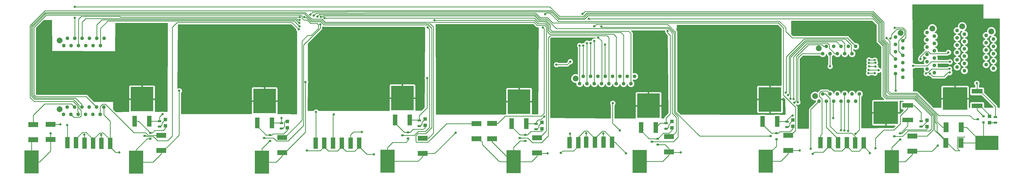
<source format=gbr>
G04 #@! TF.GenerationSoftware,KiCad,Pcbnew,5.0.2-bee76a0~70~ubuntu16.04.1*
G04 #@! TF.CreationDate,2019-11-05T16:02:50-05:00*
G04 #@! TF.ProjectId,DA_Board_1,44415f42-6f61-4726-945f-312e6b696361,rev?*
G04 #@! TF.SameCoordinates,Original*
G04 #@! TF.FileFunction,Copper,L1,Top*
G04 #@! TF.FilePolarity,Positive*
%FSLAX46Y46*%
G04 Gerber Fmt 4.6, Leading zero omitted, Abs format (unit mm)*
G04 Created by KiCad (PCBNEW 5.0.2-bee76a0~70~ubuntu16.04.1) date Tue 05 Nov 2019 04:02:50 PM EST*
%MOMM*%
%LPD*%
G01*
G04 APERTURE LIST*
G04 #@! TA.AperFunction,ComponentPad*
%ADD10C,1.300000*%
G04 #@! TD*
G04 #@! TA.AperFunction,ComponentPad*
%ADD11C,2.000000*%
G04 #@! TD*
G04 #@! TA.AperFunction,SMDPad,CuDef*
%ADD12R,1.300000X0.700000*%
G04 #@! TD*
G04 #@! TA.AperFunction,SMDPad,CuDef*
%ADD13R,3.500000X1.780000*%
G04 #@! TD*
G04 #@! TA.AperFunction,SMDPad,CuDef*
%ADD14R,1.200000X1.200000*%
G04 #@! TD*
G04 #@! TA.AperFunction,SMDPad,CuDef*
%ADD15R,0.900000X0.800000*%
G04 #@! TD*
G04 #@! TA.AperFunction,SMDPad,CuDef*
%ADD16R,1.650000X3.810000*%
G04 #@! TD*
G04 #@! TA.AperFunction,SMDPad,CuDef*
%ADD17R,7.870000X8.510000*%
G04 #@! TD*
G04 #@! TA.AperFunction,SMDPad,CuDef*
%ADD18R,1.780000X3.500000*%
G04 #@! TD*
G04 #@! TA.AperFunction,SMDPad,CuDef*
%ADD19R,1.500000X4.000000*%
G04 #@! TD*
G04 #@! TA.AperFunction,SMDPad,CuDef*
%ADD20R,8.510000X7.870000*%
G04 #@! TD*
G04 #@! TA.AperFunction,SMDPad,CuDef*
%ADD21R,3.810000X1.650000*%
G04 #@! TD*
G04 #@! TA.AperFunction,SMDPad,CuDef*
%ADD22R,5.000000X8.000000*%
G04 #@! TD*
G04 #@! TA.AperFunction,SMDPad,CuDef*
%ADD23R,8.000000X5.000000*%
G04 #@! TD*
G04 #@! TA.AperFunction,ViaPad*
%ADD24C,0.800000*%
G04 #@! TD*
G04 #@! TA.AperFunction,Conductor*
%ADD25C,0.250000*%
G04 #@! TD*
G04 #@! TA.AperFunction,Conductor*
%ADD26C,0.254000*%
G04 #@! TD*
G04 APERTURE END LIST*
D10*
G04 #@! TO.P,J9,5*
G04 #@! TO.N,/C3_T3*
X339255100Y-143814800D03*
G04 #@! TO.P,J9,3*
G04 #@! TO.N,/Q1*
X339255100Y-141274800D03*
G04 #@! TO.P,J9,1*
G04 #@! TO.N,/C1*
X339255100Y-138734800D03*
G04 #@! TO.P,J9,7*
G04 #@! TO.N,/C3_T1*
X339255100Y-146354800D03*
G04 #@! TO.P,J9,2*
G04 #@! TO.N,/PWR1*
X341795100Y-140004800D03*
G04 #@! TO.P,J9,4*
G04 #@! TO.N,/PWR2*
X341795100Y-142544800D03*
G04 #@! TO.P,J9,6*
G04 #@! TO.N,/C3_T2*
X341795100Y-145084800D03*
G04 #@! TO.P,J9,8*
G04 #@! TO.N,/C3*
X341795100Y-147624800D03*
G04 #@! TO.P,J9,9*
G04 #@! TO.N,/PWR3*
X339255100Y-148894800D03*
G04 #@! TO.P,J9,10*
G04 #@! TO.N,/Q3*
X341795100Y-150164800D03*
G04 #@! TO.P,J9,11*
G04 #@! TO.N,/PWR4*
X339255100Y-151434800D03*
G04 #@! TO.P,J9,12*
G04 #@! TO.N,/C5*
X341795100Y-152704800D03*
D11*
G04 #@! TO.P,J9,13*
G04 #@! TO.N,N/C*
X341055100Y-137334800D03*
G04 #@! TD*
D12*
G04 #@! TO.P,R32,1*
G04 #@! TO.N,Net-(D2-Pad1)*
X84188300Y-169821900D03*
G04 #@! TO.P,R32,2*
G04 #@! TO.N,/PWR2*
X84188300Y-167921900D03*
G04 #@! TD*
D13*
G04 #@! TO.P,F2,1*
G04 #@! TO.N,/PWR3*
X84861400Y-178117500D03*
G04 #@! TO.P,F2,2*
G04 #@! TO.N,/C2*
X84861400Y-172837500D03*
G04 #@! TD*
D14*
G04 #@! TO.P,D2,2*
G04 #@! TO.N,Net-(D2-Pad2)*
X86220300Y-169578200D03*
G04 #@! TO.P,D2,1*
G04 #@! TO.N,Net-(D2-Pad1)*
X86220300Y-167378200D03*
G04 #@! TD*
D15*
G04 #@! TO.P,Q2,1*
G04 #@! TO.N,/Q2*
X79032100Y-173024800D03*
G04 #@! TO.P,Q2,2*
G04 #@! TO.N,/PWR3*
X81032100Y-174074800D03*
G04 #@! TO.P,Q2,3*
G04 #@! TO.N,Net-(D2-Pad2)*
X81032100Y-171974800D03*
G04 #@! TD*
D16*
G04 #@! TO.P,R2,1*
G04 #@! TO.N,Net-(D2-Pad2)*
X75603100Y-167911700D03*
G04 #@! TO.P,R2,2*
G04 #@! TO.N,/PWR2*
X80683100Y-167911700D03*
D17*
G04 #@! TO.P,R2,EP*
G04 #@! TO.N,Net-(R2-PadEP)*
X78143100Y-160286700D03*
G04 #@! TD*
D13*
G04 #@! TO.P,F4,2*
G04 #@! TO.N,/C4*
X126771400Y-173599500D03*
G04 #@! TO.P,F4,1*
G04 #@! TO.N,/PWR5*
X126771400Y-178879500D03*
G04 #@! TD*
G04 #@! TO.P,F6,2*
G04 #@! TO.N,/C6*
X175387000Y-173853500D03*
G04 #@! TO.P,F6,1*
G04 #@! TO.N,/PWR7*
X175387000Y-179133500D03*
G04 #@! TD*
G04 #@! TO.P,F8,1*
G04 #@! TO.N,/PWR9*
X214998300Y-178993800D03*
G04 #@! TO.P,F8,2*
G04 #@! TO.N,/C8*
X214998300Y-173713800D03*
G04 #@! TD*
G04 #@! TO.P,F10,2*
G04 #@! TO.N,/C10*
X260781800Y-173307400D03*
G04 #@! TO.P,F10,1*
G04 #@! TO.N,/PWR11*
X260781800Y-178587400D03*
G04 #@! TD*
G04 #@! TO.P,F12,1*
G04 #@! TO.N,/PWR13*
X302094900Y-178130200D03*
G04 #@! TO.P,F12,2*
G04 #@! TO.N,/C12*
X302094900Y-172850200D03*
G04 #@! TD*
G04 #@! TO.P,F14,2*
G04 #@! TO.N,/C14*
X345097100Y-173104200D03*
G04 #@! TO.P,F14,1*
G04 #@! TO.N,/PWR15*
X345097100Y-178384200D03*
G04 #@! TD*
D18*
G04 #@! TO.P,F16,2*
G04 #@! TO.N,/C16*
X356733500Y-170103800D03*
G04 #@! TO.P,F16,1*
G04 #@! TO.N,Net-(F+2-Pad1)*
X362013500Y-170103800D03*
G04 #@! TD*
D13*
G04 #@! TO.P,F+1,2*
G04 #@! TO.N,/V+1*
X194056000Y-168760800D03*
G04 #@! TO.P,F+1,1*
G04 #@! TO.N,/PWR9*
X194056000Y-174040800D03*
G04 #@! TD*
G04 #@! TO.P,F-1,1*
G04 #@! TO.N,/PWR1*
X40436800Y-174383700D03*
G04 #@! TO.P,F-1,2*
G04 #@! TO.N,/V-1*
X40436800Y-169103700D03*
G04 #@! TD*
D10*
G04 #@! TO.P,J3,5*
G04 #@! TO.N,/C13*
X317830200Y-161010600D03*
G04 #@! TO.P,J3,3*
G04 #@! TO.N,/C13_T2*
X315290200Y-161010600D03*
G04 #@! TO.P,J3,1*
G04 #@! TO.N,/C15*
X312750200Y-161010600D03*
G04 #@! TO.P,J3,7*
G04 #@! TO.N,/C9_T3*
X320370200Y-161010600D03*
G04 #@! TO.P,J3,2*
G04 #@! TO.N,/C13_T3*
X314020200Y-158470600D03*
G04 #@! TO.P,J3,4*
G04 #@! TO.N,/C13_T1*
X316560200Y-158470600D03*
G04 #@! TO.P,J3,6*
G04 #@! TO.N,/C11*
X319100200Y-158470600D03*
G04 #@! TO.P,J3,8*
G04 #@! TO.N,/C9_T2*
X321640200Y-158470600D03*
G04 #@! TO.P,J3,9*
G04 #@! TO.N,/C9_T1*
X322910200Y-161010600D03*
G04 #@! TO.P,J3,10*
G04 #@! TO.N,/C9*
X324180200Y-158470600D03*
G04 #@! TO.P,J3,11*
G04 #@! TO.N,/C7*
X325450200Y-161010600D03*
G04 #@! TO.P,J3,12*
G04 #@! TO.N,/C5_T3*
X326720200Y-158470600D03*
D11*
G04 #@! TO.P,J3,13*
G04 #@! TO.N,N/C*
X311350200Y-159210600D03*
G04 #@! TD*
D19*
G04 #@! TO.P,RT11,1*
G04 #@! TO.N,/C1_T1*
X52271800Y-175437800D03*
G04 #@! TO.P,RT11,2*
G04 #@! TO.N,/GND1*
X55271800Y-175437800D03*
G04 #@! TD*
G04 #@! TO.P,RT12,2*
G04 #@! TO.N,/GND1*
X61239400Y-175564800D03*
G04 #@! TO.P,RT12,1*
G04 #@! TO.N,/C1_T2*
X58239400Y-175564800D03*
G04 #@! TD*
G04 #@! TO.P,RT13,1*
G04 #@! TO.N,/C1_T3*
X64106800Y-175666400D03*
G04 #@! TO.P,RT13,2*
G04 #@! TO.N,/GND1*
X67106800Y-175666400D03*
G04 #@! TD*
G04 #@! TO.P,RT51,2*
G04 #@! TO.N,/GND1*
X141314300Y-175539400D03*
G04 #@! TO.P,RT51,1*
G04 #@! TO.N,/C5_T1*
X138314300Y-175539400D03*
G04 #@! TD*
G04 #@! TO.P,RT52,1*
G04 #@! TO.N,/C5_T2*
X144383500Y-175539400D03*
G04 #@! TO.P,RT52,2*
G04 #@! TO.N,/GND1*
X147383500Y-175539400D03*
G04 #@! TD*
G04 #@! TO.P,RT53,2*
G04 #@! TO.N,/GND1*
X153431500Y-175539400D03*
G04 #@! TO.P,RT53,1*
G04 #@! TO.N,/C5_T3*
X150431500Y-175539400D03*
G04 #@! TD*
G04 #@! TO.P,RT91,1*
G04 #@! TO.N,/C9_T1*
X226326700Y-175374300D03*
G04 #@! TO.P,RT91,2*
G04 #@! TO.N,/GND1*
X229326700Y-175374300D03*
G04 #@! TD*
G04 #@! TO.P,RT92,2*
G04 #@! TO.N,/GND1*
X235091100Y-175272700D03*
G04 #@! TO.P,RT92,1*
G04 #@! TO.N,/C9_T2*
X232091100Y-175272700D03*
G04 #@! TD*
G04 #@! TO.P,RT93,1*
G04 #@! TO.N,/C9_T3*
X238060100Y-175272700D03*
G04 #@! TO.P,RT93,2*
G04 #@! TO.N,/GND1*
X241060100Y-175272700D03*
G04 #@! TD*
G04 #@! TO.P,RT131,2*
G04 #@! TO.N,/GND1*
X316269500Y-175361600D03*
G04 #@! TO.P,RT131,1*
G04 #@! TO.N,/C13_T1*
X313269500Y-175361600D03*
G04 #@! TD*
G04 #@! TO.P,RT132,1*
G04 #@! TO.N,/C13_T2*
X319365500Y-175361600D03*
G04 #@! TO.P,RT132,2*
G04 #@! TO.N,/GND1*
X322365500Y-175361600D03*
G04 #@! TD*
G04 #@! TO.P,RT133,2*
G04 #@! TO.N,/GND1*
X328232900Y-175463200D03*
G04 #@! TO.P,RT133,1*
G04 #@! TO.N,/C13_T3*
X325232900Y-175463200D03*
G04 #@! TD*
D14*
G04 #@! TO.P,D4,2*
G04 #@! TO.N,Net-(D4-Pad2)*
X128485900Y-170264000D03*
G04 #@! TO.P,D4,1*
G04 #@! TO.N,Net-(D4-Pad1)*
X128485900Y-168064000D03*
G04 #@! TD*
G04 #@! TO.P,D6,2*
G04 #@! TO.N,Net-(D6-Pad2)*
X176225200Y-169375000D03*
G04 #@! TO.P,D6,1*
G04 #@! TO.N,Net-(D6-Pad1)*
X176225200Y-167175000D03*
G04 #@! TD*
G04 #@! TO.P,D8,2*
G04 #@! TO.N,Net-(D8-Pad2)*
X216700100Y-170556100D03*
G04 #@! TO.P,D8,1*
G04 #@! TO.N,Net-(D8-Pad1)*
X216700100Y-168356100D03*
G04 #@! TD*
G04 #@! TO.P,D10,2*
G04 #@! TO.N,Net-(D10-Pad2)*
X261759700Y-170276700D03*
G04 #@! TO.P,D10,1*
G04 #@! TO.N,Net-(D10-Pad1)*
X261759700Y-168076700D03*
G04 #@! TD*
G04 #@! TO.P,D12,1*
G04 #@! TO.N,Net-(D12-Pad1)*
X303720500Y-167556000D03*
G04 #@! TO.P,D12,2*
G04 #@! TO.N,Net-(D12-Pad2)*
X303720500Y-169756000D03*
G04 #@! TD*
G04 #@! TO.P,D14,1*
G04 #@! TO.N,Net-(D14-Pad1)*
X350126300Y-167637100D03*
G04 #@! TO.P,D14,2*
G04 #@! TO.N,Net-(D14-Pad2)*
X350126300Y-169837100D03*
G04 #@! TD*
G04 #@! TO.P,D16,1*
G04 #@! TO.N,Net-(D16-Pad1)*
X371843300Y-168498700D03*
G04 #@! TO.P,D16,2*
G04 #@! TO.N,Net-(D16-Pad2)*
X371843300Y-166298700D03*
G04 #@! TD*
D13*
G04 #@! TO.P,F0,2*
G04 #@! TO.N,/C0*
X46431200Y-169040200D03*
G04 #@! TO.P,F0,1*
G04 #@! TO.N,/PWR1*
X46431200Y-174320200D03*
G04 #@! TD*
D18*
G04 #@! TO.P,F+2,1*
G04 #@! TO.N,Net-(F+2-Pad1)*
X361950000Y-175488600D03*
G04 #@! TO.P,F+2,2*
G04 #@! TO.N,/V+2*
X356670000Y-175488600D03*
G04 #@! TD*
D13*
G04 #@! TO.P,F-2,2*
G04 #@! TO.N,/V-2*
X199478900Y-168748100D03*
G04 #@! TO.P,F-2,1*
G04 #@! TO.N,/PWR9*
X199478900Y-174028100D03*
G04 #@! TD*
D10*
G04 #@! TO.P,J5,5*
G04 #@! TO.N,/Q12*
X234873800Y-154914600D03*
G04 #@! TO.P,J5,3*
G04 #@! TO.N,/Q14*
X232333800Y-154914600D03*
G04 #@! TO.P,J5,1*
G04 #@! TO.N,/Q16*
X229793800Y-154914600D03*
G04 #@! TO.P,J5,7*
G04 #@! TO.N,/Q10*
X237413800Y-154914600D03*
G04 #@! TO.P,J5,2*
G04 #@! TO.N,/Q15*
X231063800Y-152374600D03*
G04 #@! TO.P,J5,4*
G04 #@! TO.N,/Q13*
X233603800Y-152374600D03*
G04 #@! TO.P,J5,6*
G04 #@! TO.N,/Q11*
X236143800Y-152374600D03*
G04 #@! TO.P,J5,8*
G04 #@! TO.N,/Q9*
X238683800Y-152374600D03*
G04 #@! TO.P,J5,9*
G04 #@! TO.N,/Q8*
X239953800Y-154914600D03*
G04 #@! TO.P,J5,10*
G04 #@! TO.N,/Q7*
X241223800Y-152374600D03*
G04 #@! TO.P,J5,11*
G04 #@! TO.N,/Q6*
X242493800Y-154914600D03*
G04 #@! TO.P,J5,12*
G04 #@! TO.N,/Q5*
X243763800Y-152374600D03*
G04 #@! TO.P,J5,13*
G04 #@! TO.N,/Q4*
X245033800Y-154914600D03*
G04 #@! TO.P,J5,14*
G04 #@! TO.N,/Q3*
X246303800Y-152374600D03*
G04 #@! TO.P,J5,15*
G04 #@! TO.N,/Q2*
X247573800Y-154914600D03*
G04 #@! TO.P,J5,16*
G04 #@! TO.N,/Q1*
X248843800Y-152374600D03*
D11*
G04 #@! TO.P,J5,17*
G04 #@! TO.N,N/C*
X228393800Y-153114600D03*
G04 #@! TD*
D15*
G04 #@! TO.P,Q4,1*
G04 #@! TO.N,/Q4*
X120472200Y-173786800D03*
G04 #@! TO.P,Q4,2*
G04 #@! TO.N,/PWR5*
X122472200Y-174836800D03*
G04 #@! TO.P,Q4,3*
G04 #@! TO.N,Net-(D4-Pad2)*
X122472200Y-172736800D03*
G04 #@! TD*
G04 #@! TO.P,Q6,3*
G04 #@! TO.N,Net-(D6-Pad2)*
X170351200Y-171835100D03*
G04 #@! TO.P,Q6,2*
G04 #@! TO.N,/PWR7*
X170351200Y-173935100D03*
G04 #@! TO.P,Q6,1*
G04 #@! TO.N,/Q6*
X168351200Y-172885100D03*
G04 #@! TD*
G04 #@! TO.P,Q8,3*
G04 #@! TO.N,Net-(D8-Pad2)*
X211016600Y-172711400D03*
G04 #@! TO.P,Q8,2*
G04 #@! TO.N,/PWR9*
X211016600Y-174811400D03*
G04 #@! TO.P,Q8,1*
G04 #@! TO.N,/Q8*
X209016600Y-173761400D03*
G04 #@! TD*
G04 #@! TO.P,Q10,3*
G04 #@! TO.N,Net-(D10-Pad2)*
X256863600Y-174006800D03*
G04 #@! TO.P,Q10,2*
G04 #@! TO.N,/PWR11*
X256863600Y-176106800D03*
G04 #@! TO.P,Q10,1*
G04 #@! TO.N,/Q10*
X254863600Y-175056800D03*
G04 #@! TD*
G04 #@! TO.P,Q12,1*
G04 #@! TO.N,/Q12*
X295986200Y-173151800D03*
G04 #@! TO.P,Q12,2*
G04 #@! TO.N,/PWR13*
X297986200Y-174201800D03*
G04 #@! TO.P,Q12,3*
G04 #@! TO.N,Net-(D12-Pad2)*
X297986200Y-172101800D03*
G04 #@! TD*
G04 #@! TO.P,Q14,1*
G04 #@! TO.N,/Q14*
X338848700Y-173240700D03*
G04 #@! TO.P,Q14,2*
G04 #@! TO.N,/PWR15*
X340848700Y-174290700D03*
G04 #@! TO.P,Q14,3*
G04 #@! TO.N,Net-(D14-Pad2)*
X340848700Y-172190700D03*
G04 #@! TD*
G04 #@! TO.P,Q16,1*
G04 #@! TO.N,/Q16*
X367753900Y-167297100D03*
G04 #@! TO.P,Q16,2*
G04 #@! TO.N,Net-(F+2-Pad1)*
X369753900Y-168347100D03*
G04 #@! TO.P,Q16,3*
G04 #@! TO.N,Net-(D16-Pad2)*
X369753900Y-166247100D03*
G04 #@! TD*
D17*
G04 #@! TO.P,R4,EP*
G04 #@! TO.N,Net-(R4-PadEP)*
X120611900Y-160934400D03*
D16*
G04 #@! TO.P,R4,2*
G04 #@! TO.N,/PWR4*
X123151900Y-168559400D03*
G04 #@! TO.P,R4,1*
G04 #@! TO.N,Net-(D4-Pad2)*
X118071900Y-168559400D03*
G04 #@! TD*
G04 #@! TO.P,R6,1*
G04 #@! TO.N,Net-(D6-Pad2)*
X165811200Y-167543400D03*
G04 #@! TO.P,R6,2*
G04 #@! TO.N,/PWR6*
X170891200Y-167543400D03*
D17*
G04 #@! TO.P,R6,EP*
G04 #@! TO.N,Net-(R6-PadEP)*
X168351200Y-159918400D03*
G04 #@! TD*
G04 #@! TO.P,R8,EP*
G04 #@! TO.N,Net-(R8-PadEP)*
X208800700Y-161163000D03*
D16*
G04 #@! TO.P,R8,2*
G04 #@! TO.N,/PWR8*
X211340700Y-168788000D03*
G04 #@! TO.P,R8,1*
G04 #@! TO.N,Net-(D8-Pad2)*
X206260700Y-168788000D03*
G04 #@! TD*
D17*
G04 #@! TO.P,R10,EP*
G04 #@! TO.N,Net-(R10-PadEP)*
X253631700Y-162560000D03*
D16*
G04 #@! TO.P,R10,2*
G04 #@! TO.N,/PWR10*
X256171700Y-170185000D03*
G04 #@! TO.P,R10,1*
G04 #@! TO.N,Net-(D10-Pad2)*
X251091700Y-170185000D03*
G04 #@! TD*
G04 #@! TO.P,R12,1*
G04 #@! TO.N,Net-(D12-Pad2)*
X293204900Y-168013300D03*
G04 #@! TO.P,R12,2*
G04 #@! TO.N,/PWR12*
X298284900Y-168013300D03*
D17*
G04 #@! TO.P,R12,EP*
G04 #@! TO.N,Net-(R12-PadEP)*
X295744900Y-160388300D03*
G04 #@! TD*
D20*
G04 #@! TO.P,R14,EP*
G04 #@! TO.N,Net-(R14-PadEP)*
X335889600Y-165023800D03*
D21*
G04 #@! TO.P,R14,2*
G04 #@! TO.N,/PWR14*
X343514600Y-162483800D03*
G04 #@! TO.P,R14,1*
G04 #@! TO.N,Net-(D14-Pad2)*
X343514600Y-167563800D03*
G04 #@! TD*
D20*
G04 #@! TO.P,R16,EP*
G04 #@! TO.N,Net-(R16-PadEP)*
X359879900Y-160108900D03*
D21*
G04 #@! TO.P,R16,2*
G04 #@! TO.N,/PWR16*
X367504900Y-157568900D03*
G04 #@! TO.P,R16,1*
G04 #@! TO.N,Net-(D16-Pad2)*
X367504900Y-162648900D03*
G04 #@! TD*
D12*
G04 #@! TO.P,R34,2*
G04 #@! TO.N,/PWR4*
X126492000Y-168633100D03*
G04 #@! TO.P,R34,1*
G04 #@! TO.N,Net-(D4-Pad1)*
X126492000Y-170533100D03*
G04 #@! TD*
G04 #@! TO.P,R36,2*
G04 #@! TO.N,/PWR6*
X174218600Y-167706000D03*
G04 #@! TO.P,R36,1*
G04 #@! TO.N,Net-(D6-Pad1)*
X174218600Y-169606000D03*
G04 #@! TD*
G04 #@! TO.P,R38,1*
G04 #@! TO.N,Net-(D8-Pad1)*
X214693500Y-170787100D03*
G04 #@! TO.P,R38,2*
G04 #@! TO.N,/PWR8*
X214693500Y-168887100D03*
G04 #@! TD*
G04 #@! TO.P,R40,1*
G04 #@! TO.N,Net-(D10-Pad1)*
X259727700Y-170545800D03*
G04 #@! TO.P,R40,2*
G04 #@! TO.N,/PWR10*
X259727700Y-168645800D03*
G04 #@! TD*
G04 #@! TO.P,R42,2*
G04 #@! TO.N,/PWR12*
X301663100Y-168125100D03*
G04 #@! TO.P,R42,1*
G04 #@! TO.N,Net-(D12-Pad1)*
X301663100Y-170025100D03*
G04 #@! TD*
G04 #@! TO.P,R44,1*
G04 #@! TO.N,Net-(D14-Pad1)*
X348107000Y-169847300D03*
G04 #@! TO.P,R44,2*
G04 #@! TO.N,/PWR14*
X348107000Y-167947300D03*
G04 #@! TD*
G04 #@! TO.P,R46,2*
G04 #@! TO.N,/PWR16*
X373900700Y-166550300D03*
G04 #@! TO.P,R46,1*
G04 #@! TO.N,Net-(D16-Pad1)*
X373900700Y-168450300D03*
G04 #@! TD*
D10*
G04 #@! TO.P,J4,5*
G04 #@! TO.N,/V+1*
X56083200Y-141706600D03*
G04 #@! TO.P,J4,3*
G04 #@! TO.N,/C15_T1*
X53543200Y-141706600D03*
G04 #@! TO.P,J4,1*
G04 #@! TO.N,/C15_T3*
X51003200Y-141706600D03*
G04 #@! TO.P,J4,7*
G04 #@! TO.N,/C11_T3*
X58623200Y-141706600D03*
G04 #@! TO.P,J4,2*
G04 #@! TO.N,/C15_T2*
X52273200Y-139166600D03*
G04 #@! TO.P,J4,4*
G04 #@! TO.N,/C16*
X54813200Y-139166600D03*
G04 #@! TO.P,J4,6*
G04 #@! TO.N,/C14*
X57353200Y-139166600D03*
G04 #@! TO.P,J4,8*
G04 #@! TO.N,/C11_T2*
X59893200Y-139166600D03*
G04 #@! TO.P,J4,9*
G04 #@! TO.N,/C11_T1*
X61163200Y-141706600D03*
G04 #@! TO.P,J4,10*
G04 #@! TO.N,/C12*
X62433200Y-139166600D03*
G04 #@! TO.P,J4,11*
G04 #@! TO.N,/C10*
X63703200Y-141706600D03*
G04 #@! TO.P,J4,12*
G04 #@! TO.N,/C7_T3*
X64973200Y-139166600D03*
D11*
G04 #@! TO.P,J4,13*
G04 #@! TO.N,N/C*
X49603200Y-139906600D03*
G04 #@! TD*
D10*
G04 #@! TO.P,J1,5*
G04 #@! TO.N,/C1_T3*
X319100200Y-144475200D03*
G04 #@! TO.P,J1,3*
G04 #@! TO.N,/C5*
X316560200Y-144475200D03*
G04 #@! TO.P,J1,1*
G04 #@! TO.N,/C5_T2*
X314020200Y-144475200D03*
G04 #@! TO.P,J1,7*
G04 #@! TO.N,/C1_T1*
X321640200Y-144475200D03*
G04 #@! TO.P,J1,2*
G04 #@! TO.N,/C5_T1*
X315290200Y-141935200D03*
G04 #@! TO.P,J1,4*
G04 #@! TO.N,/C3*
X317830200Y-141935200D03*
G04 #@! TO.P,J1,6*
G04 #@! TO.N,/C1_T2*
X320370200Y-141935200D03*
G04 #@! TO.P,J1,8*
G04 #@! TO.N,/C1*
X322910200Y-141935200D03*
G04 #@! TO.P,J1,9*
G04 #@! TO.N,/C0*
X324180200Y-144475200D03*
G04 #@! TO.P,J1,10*
G04 #@! TO.N,/V-2*
X325450200Y-141935200D03*
D11*
G04 #@! TO.P,J1,11*
G04 #@! TO.N,N/C*
X312620200Y-142675200D03*
G04 #@! TD*
D10*
G04 #@! TO.P,J2,5*
G04 #@! TO.N,/V+2*
X56057800Y-165582600D03*
G04 #@! TO.P,J2,3*
G04 #@! TO.N,/C8*
X53517800Y-165582600D03*
G04 #@! TO.P,J2,1*
G04 #@! TO.N,/C7_T2*
X50977800Y-165582600D03*
G04 #@! TO.P,J2,7*
G04 #@! TO.N,/C3_T3*
X58597800Y-165582600D03*
G04 #@! TO.P,J2,2*
G04 #@! TO.N,/C7_T1*
X52247800Y-163042600D03*
G04 #@! TO.P,J2,4*
G04 #@! TO.N,/V-1*
X54787800Y-163042600D03*
G04 #@! TO.P,J2,6*
G04 #@! TO.N,/C6*
X57327800Y-163042600D03*
G04 #@! TO.P,J2,8*
G04 #@! TO.N,/C3_T2*
X59867800Y-163042600D03*
G04 #@! TO.P,J2,9*
G04 #@! TO.N,/C3_T1*
X61137800Y-165582600D03*
G04 #@! TO.P,J2,10*
G04 #@! TO.N,/C4*
X62407800Y-163042600D03*
G04 #@! TO.P,J2,11*
G04 #@! TO.N,/C2*
X63677800Y-165582600D03*
G04 #@! TO.P,J2,12*
G04 #@! TO.N,/GND1*
X64947800Y-163042600D03*
D11*
G04 #@! TO.P,J2,13*
G04 #@! TO.N,N/C*
X49577800Y-163782600D03*
G04 #@! TD*
D10*
G04 #@! TO.P,J6,5*
G04 #@! TO.N,/C15_T1*
X370624100Y-143256000D03*
G04 #@! TO.P,J6,3*
G04 #@! TO.N,/C15_T3*
X370624100Y-140716000D03*
G04 #@! TO.P,J6,1*
G04 #@! TO.N,/Q13*
X370624100Y-138176000D03*
G04 #@! TO.P,J6,7*
G04 #@! TO.N,/PWR16*
X370624100Y-145796000D03*
G04 #@! TO.P,J6,2*
G04 #@! TO.N,/PWR14*
X373164100Y-139446000D03*
G04 #@! TO.P,J6,4*
G04 #@! TO.N,/C15_T2*
X373164100Y-141986000D03*
G04 #@! TO.P,J6,6*
G04 #@! TO.N,/GND1*
X373164100Y-144526000D03*
G04 #@! TO.P,J6,8*
G04 #@! TO.N,/C15*
X373164100Y-147066000D03*
G04 #@! TO.P,J6,9*
G04 #@! TO.N,/Q15*
X370624100Y-148336000D03*
G04 #@! TO.P,J6,10*
G04 #@! TO.N,/PWR15*
X373164100Y-149606000D03*
D11*
G04 #@! TO.P,J6,11*
G04 #@! TO.N,N/C*
X372424100Y-136776000D03*
G04 #@! TD*
G04 #@! TO.P,J7,13*
G04 #@! TO.N,N/C*
X351989800Y-135760000D03*
D10*
G04 #@! TO.P,J7,12*
G04 #@! TO.N,/C9*
X352729800Y-151130000D03*
G04 #@! TO.P,J7,11*
G04 #@! TO.N,/PWR8*
X350189800Y-149860000D03*
G04 #@! TO.P,J7,10*
G04 #@! TO.N,/Q7*
X352729800Y-148590000D03*
G04 #@! TO.P,J7,9*
G04 #@! TO.N,/PWR7*
X350189800Y-147320000D03*
G04 #@! TO.P,J7,8*
G04 #@! TO.N,/C7*
X352729800Y-146050000D03*
G04 #@! TO.P,J7,6*
G04 #@! TO.N,/C7_T2*
X352729800Y-143510000D03*
G04 #@! TO.P,J7,4*
G04 #@! TO.N,/PWR6*
X352729800Y-140970000D03*
G04 #@! TO.P,J7,2*
G04 #@! TO.N,/PWR5*
X352729800Y-138430000D03*
G04 #@! TO.P,J7,7*
G04 #@! TO.N,/C7_T1*
X350189800Y-144780000D03*
G04 #@! TO.P,J7,1*
G04 #@! TO.N,Net-(J7-Pad1)*
X350189800Y-137160000D03*
G04 #@! TO.P,J7,3*
G04 #@! TO.N,/Q5*
X350189800Y-139700000D03*
G04 #@! TO.P,J7,5*
G04 #@! TO.N,/C7_T3*
X350189800Y-142240000D03*
G04 #@! TD*
G04 #@! TO.P,J8,5*
G04 #@! TO.N,/C11_T2*
X360553000Y-141528800D03*
G04 #@! TO.P,J8,3*
G04 #@! TO.N,/PWR10*
X360553000Y-138988800D03*
G04 #@! TO.P,J8,1*
G04 #@! TO.N,/PWR9*
X360553000Y-136448800D03*
G04 #@! TO.P,J8,7*
G04 #@! TO.N,/C11*
X360553000Y-144068800D03*
G04 #@! TO.P,J8,2*
G04 #@! TO.N,/Q9*
X363093000Y-137718800D03*
G04 #@! TO.P,J8,4*
G04 #@! TO.N,/C11_T3*
X363093000Y-140258800D03*
G04 #@! TO.P,J8,6*
G04 #@! TO.N,/C11_T1*
X363093000Y-142798800D03*
G04 #@! TO.P,J8,8*
G04 #@! TO.N,/PWR11*
X363093000Y-145338800D03*
G04 #@! TO.P,J8,9*
G04 #@! TO.N,/Q11*
X360553000Y-146608800D03*
G04 #@! TO.P,J8,10*
G04 #@! TO.N,/PWR12*
X363093000Y-147878800D03*
G04 #@! TO.P,J8,11*
G04 #@! TO.N,/C13*
X360553000Y-149148800D03*
G04 #@! TO.P,J8,12*
G04 #@! TO.N,/PWR13*
X363093000Y-150418800D03*
D11*
G04 #@! TO.P,J8,13*
G04 #@! TO.N,N/C*
X362353000Y-135048800D03*
G04 #@! TD*
D22*
G04 #@! TO.P,T0,1*
G04 #@! TO.N,/PWR1*
X39890700Y-182054500D03*
G04 #@! TD*
G04 #@! TO.P,T2,1*
G04 #@! TO.N,/PWR3*
X76060300Y-182206900D03*
G04 #@! TD*
G04 #@! TO.P,T4,1*
G04 #@! TO.N,/PWR5*
X119710200Y-182181500D03*
G04 #@! TD*
G04 #@! TO.P,T6,1*
G04 #@! TO.N,/PWR7*
X163220400Y-181825900D03*
G04 #@! TD*
G04 #@! TO.P,T8,1*
G04 #@! TO.N,/PWR9*
X206908400Y-181991000D03*
G04 #@! TD*
G04 #@! TO.P,T10,1*
G04 #@! TO.N,/PWR11*
X250596400Y-181927500D03*
G04 #@! TD*
G04 #@! TO.P,T12,1*
G04 #@! TO.N,/PWR13*
X294284400Y-181851300D03*
G04 #@! TD*
G04 #@! TO.P,T14,1*
G04 #@! TO.N,/PWR15*
X337959700Y-181965600D03*
G04 #@! TD*
D23*
G04 #@! TO.P,T16,1*
G04 #@! TO.N,Net-(F+2-Pad1)*
X370928900Y-175475900D03*
G04 #@! TD*
D24*
G04 #@! TO.N,/C5_T3*
X325398053Y-172353047D03*
X154292300Y-171653200D03*
G04 #@! TO.N,/C9_T1*
X322783200Y-171323000D03*
X226428300Y-172300900D03*
G04 #@! TO.N,/C9_T2*
X232092500Y-172097700D03*
X321576700Y-171196000D03*
G04 #@! TO.N,/C9_T3*
X320395600Y-171069000D03*
X237959900Y-172148500D03*
G04 #@! TO.N,/C1_T2*
X302869600Y-160185100D03*
X58178700Y-172605700D03*
G04 #@! TO.N,/C5_T1*
X304177700Y-161505900D03*
X138455400Y-164769800D03*
G04 #@! TO.N,/C1_T1*
X302006000Y-158877000D03*
X52209700Y-169316400D03*
G04 #@! TO.N,/C5_T2*
X144614900Y-165557200D03*
X305396900Y-161353500D03*
G04 #@! TO.N,/C1_T3*
X303961800Y-160248600D03*
X64033400Y-172707300D03*
G04 #@! TO.N,/C7_T3*
X226529900Y-147269200D03*
X221742000Y-148310600D03*
G04 #@! TO.N,/C3_T1*
X336118200Y-139039600D03*
G04 #@! TO.N,/C3_T2*
X337502500Y-139255500D03*
G04 #@! TO.N,/C0*
X301231300Y-158026100D03*
X49885600Y-169049700D03*
G04 #@! TO.N,/C3*
X332033748Y-146691231D03*
X330060300Y-146659600D03*
G04 #@! TO.N,/C5*
X316572900Y-148869400D03*
G04 #@! TO.N,/C10*
X138912600Y-131622800D03*
X132702300Y-135013700D03*
G04 #@! TO.N,/C11*
X357568500Y-144043400D03*
X347904901Y-146354800D03*
G04 #@! TO.N,/C12*
X137617200Y-131270048D03*
X132638800Y-133845300D03*
G04 #@! TO.N,/C13*
X358038400Y-151053800D03*
X351218500Y-151434800D03*
X317690500Y-166839900D03*
G04 #@! TO.N,/C14*
X136440753Y-130945047D03*
X132740400Y-132829300D03*
G04 #@! TO.N,/C15*
X309880000Y-177482500D03*
G04 #@! TO.N,/C16*
X54813200Y-132054600D03*
X54825900Y-128219200D03*
G04 #@! TO.N,/V+1*
X132791200Y-131826000D03*
X134378700Y-131775200D03*
G04 #@! TO.N,/V-2*
X217106500Y-135407400D03*
X217805000Y-130797300D03*
G04 #@! TO.N,/Q12*
X234873800Y-140055600D03*
X234861100Y-135013700D03*
G04 #@! TO.N,/Q14*
X232346500Y-140817600D03*
X232956100Y-132359400D03*
G04 #@! TO.N,/Q16*
X229793800Y-141668500D03*
X230809800Y-130683000D03*
G04 #@! TO.N,/Q10*
X236232700Y-138925300D03*
X237318601Y-135088800D03*
G04 #@! TO.N,/Q15*
X231063800Y-141744700D03*
G04 #@! TO.N,/Q13*
X233603800Y-140893800D03*
G04 #@! TO.N,/Q11*
X358114600Y-147332700D03*
X345363800Y-148717000D03*
X330060300Y-148894800D03*
X332333600Y-148996400D03*
G04 #@! TO.N,/Q9*
X238544100Y-141389100D03*
G04 #@! TO.N,/Q7*
X243713000Y-171183300D03*
X241261900Y-161683700D03*
G04 #@! TO.N,/Q6*
X177076100Y-135331200D03*
X179476400Y-132866300D03*
G04 #@! TO.N,/Q5*
X329958700Y-150152100D03*
X333387700Y-150253700D03*
G04 #@! TO.N,/Q4*
X139966700Y-134353300D03*
X141371245Y-132131900D03*
G04 #@! TO.N,/Q3*
X329871497Y-151309497D03*
X332066900Y-151269700D03*
G04 #@! TO.N,/Q2*
X132448300Y-136017000D03*
X140144500Y-131723300D03*
G04 #@! TO.N,/GND1*
X330377800Y-179019200D03*
X245884700Y-179095400D03*
X310553100Y-179324000D03*
X70243700Y-178790600D03*
X135280400Y-178092100D03*
X158445200Y-179463700D03*
X223266000Y-178955700D03*
G04 #@! TO.N,/PWR1*
X46443900Y-172186600D03*
X338963000Y-135483600D03*
G04 #@! TO.N,/PWR3*
X330022200Y-147713700D03*
X332270100Y-147662900D03*
X91033600Y-157391100D03*
G04 #@! TO.N,/PWR5*
X134811600Y-154368500D03*
G04 #@! TO.N,/PWR7*
X186817000Y-171907200D03*
G04 #@! TO.N,/PWR9*
X218655900Y-179108100D03*
G04 #@! TO.N,/PWR11*
X264820400Y-178816000D03*
G04 #@! TO.N,/PWR13*
X306070000Y-178130200D03*
G04 #@! TO.N,/PWR15*
X353860100Y-176441100D03*
G04 #@! TO.N,/PWR14*
X332270100Y-177317400D03*
G04 #@! TO.N,/PWR16*
X367411000Y-154774900D03*
G04 #@! TO.N,/PWR8*
X217462100Y-166319200D03*
G04 #@! TO.N,/PWR10*
X260235700Y-136652000D03*
G04 #@! TO.N,/PWR12*
X303631600Y-165963600D03*
X357937900Y-149758400D03*
X349821500Y-151396700D03*
G04 #@! TO.N,/PWR6*
X176938097Y-152973197D03*
G04 #@! TO.N,/PWR4*
X126492000Y-166852600D03*
X339305900Y-157391100D03*
G04 #@! TO.N,/PWR2*
X85217000Y-165519100D03*
G04 #@! TD*
D25*
G04 #@! TO.N,/C5_T3*
X326720200Y-171030900D02*
X325398053Y-172353047D01*
X326720200Y-158470600D02*
X326720200Y-171030900D01*
X153726615Y-171653200D02*
X153713915Y-171640500D01*
X154292300Y-171653200D02*
X153726615Y-171653200D01*
X153713915Y-171640500D02*
X151472900Y-171640500D01*
X150431500Y-172681900D02*
X150431500Y-175539400D01*
X151472900Y-171640500D02*
X150431500Y-172681900D01*
G04 #@! TO.N,/C9_T1*
X322910200Y-161929838D02*
X322897500Y-161942538D01*
X322910200Y-161010600D02*
X322910200Y-161929838D01*
X322897500Y-171208700D02*
X322783200Y-171323000D01*
X322897500Y-161942538D02*
X322897500Y-171208700D01*
X226428300Y-175272700D02*
X226326700Y-175374300D01*
X226428300Y-172300900D02*
X226428300Y-175272700D01*
G04 #@! TO.N,/C9_T2*
X232091100Y-172099100D02*
X232092500Y-172097700D01*
X232091100Y-175272700D02*
X232091100Y-172099100D01*
X321576700Y-158534100D02*
X321640200Y-158470600D01*
X321576700Y-171196000D02*
X321576700Y-158534100D01*
G04 #@! TO.N,/C13_T1*
X315585199Y-157495599D02*
X316560200Y-158470600D01*
X313552199Y-157495599D02*
X315585199Y-157495599D01*
X312953400Y-158094398D02*
X313552199Y-157495599D01*
X312953400Y-159359600D02*
X312953400Y-158094398D01*
X313269500Y-172861100D02*
X313725201Y-172405399D01*
X313269500Y-175361600D02*
X313269500Y-172861100D01*
X313725201Y-160131401D02*
X312953400Y-159359600D01*
X313725201Y-172405399D02*
X313725201Y-160131401D01*
G04 #@! TO.N,/C13_T3*
X325232900Y-173213200D02*
X324130100Y-172110400D01*
X325232900Y-175463200D02*
X325232900Y-173213200D01*
X324130100Y-172110400D02*
X318947800Y-172110400D01*
X318947800Y-172110400D02*
X316522100Y-169684700D01*
X314939438Y-158470600D02*
X314020200Y-158470600D01*
X316522100Y-160053262D02*
X314939438Y-158470600D01*
X316522100Y-169684700D02*
X316522100Y-160053262D01*
G04 #@! TO.N,/C9_T3*
X320370200Y-171043600D02*
X320395600Y-171069000D01*
X320370200Y-161010600D02*
X320370200Y-171043600D01*
X237959900Y-175172500D02*
X238060100Y-175272700D01*
X237959900Y-172148500D02*
X237959900Y-175172500D01*
G04 #@! TO.N,/C13_T2*
X319365500Y-174111600D02*
X319365500Y-175361600D01*
X315290200Y-170036300D02*
X319365500Y-174111600D01*
X315290200Y-161010600D02*
X315290200Y-170036300D01*
G04 #@! TO.N,/C1_T2*
X320370200Y-141935200D02*
X318808100Y-140373100D01*
X318808100Y-140373100D02*
X308532390Y-140373100D01*
X308532390Y-140373100D02*
X308229000Y-140373100D01*
X302869600Y-145732500D02*
X302869600Y-160185100D01*
X308229000Y-140373100D02*
X302869600Y-145732500D01*
X58191400Y-175516800D02*
X58239400Y-175564800D01*
X58178700Y-175504100D02*
X58239400Y-175564800D01*
X58178700Y-172605700D02*
X58178700Y-175504100D01*
G04 #@! TO.N,/C5_T1*
X313785961Y-141350199D02*
X309118801Y-141350199D01*
X314370962Y-141935200D02*
X313785961Y-141350199D01*
X315290200Y-141935200D02*
X314370962Y-141935200D01*
X309118801Y-141350199D02*
X305422300Y-145046700D01*
X305422300Y-145046700D02*
X304838100Y-145630900D01*
X304838100Y-160845500D02*
X304177700Y-161505900D01*
X304838100Y-145630900D02*
X304838100Y-160845500D01*
X138455400Y-175398300D02*
X138314300Y-175539400D01*
X138455400Y-164769800D02*
X138455400Y-175398300D01*
G04 #@! TO.N,/C1_T1*
X302405999Y-158477001D02*
X302405999Y-145523001D01*
X302006000Y-158877000D02*
X302405999Y-158477001D01*
X302405999Y-145523001D02*
X308038500Y-139890500D01*
X308038500Y-139890500D02*
X320598800Y-139890500D01*
X321640200Y-140931900D02*
X321640200Y-144475200D01*
X320598800Y-139890500D02*
X321640200Y-140931900D01*
X52271800Y-169378500D02*
X52209700Y-169316400D01*
X52271800Y-175437800D02*
X52271800Y-169378500D01*
G04 #@! TO.N,/C5_T2*
X144383500Y-165788600D02*
X144614900Y-165557200D01*
X144383500Y-175539400D02*
X144383500Y-165788600D01*
X305396900Y-161353500D02*
X305396900Y-145999200D01*
X306920900Y-144475200D02*
X314020200Y-144475200D01*
X305396900Y-145999200D02*
X306920900Y-144475200D01*
G04 #@! TO.N,/C1_T3*
X319100200Y-144475200D02*
X318180962Y-144475200D01*
X316265201Y-141467199D02*
X315679102Y-140881100D01*
X318180962Y-144475200D02*
X316265201Y-142559439D01*
X316265201Y-142559439D02*
X316265201Y-141467199D01*
X303961800Y-145580100D02*
X308660800Y-140881100D01*
X303961800Y-160248600D02*
X303961800Y-145580100D01*
X315679102Y-140881100D02*
X308660800Y-140881100D01*
X64033400Y-175593000D02*
X64106800Y-175666400D01*
X64033400Y-172707300D02*
X64033400Y-175593000D01*
G04 #@! TO.N,/C7_T3*
X222307685Y-148310600D02*
X222320385Y-148323300D01*
X221742000Y-148310600D02*
X222307685Y-148310600D01*
X225475800Y-148323300D02*
X226529900Y-147269200D01*
X222320385Y-148323300D02*
X225475800Y-148323300D01*
G04 #@! TO.N,/C3_T1*
X338280099Y-145379799D02*
X339255100Y-146354800D01*
X336118200Y-139039600D02*
X337299300Y-140220700D01*
X337299300Y-140220700D02*
X337299300Y-144386300D01*
X337299300Y-144386300D02*
X338280099Y-145367099D01*
X338280099Y-145367099D02*
X338280099Y-145379799D01*
G04 #@! TO.N,/C3_T2*
X342380101Y-137970801D02*
X342380101Y-136589301D01*
X340347300Y-140003602D02*
X342380101Y-137970801D01*
X340347300Y-143637000D02*
X340347300Y-140003602D01*
X341795100Y-145084800D02*
X340347300Y-143637000D01*
X339719501Y-136009799D02*
X338988400Y-136740900D01*
X341800599Y-136009799D02*
X339719501Y-136009799D01*
X342380101Y-136589301D02*
X341800599Y-136009799D01*
X337902499Y-138855501D02*
X337902499Y-137826801D01*
X337902499Y-137826801D02*
X338988400Y-136740900D01*
X337502500Y-139255500D02*
X337902499Y-138855501D01*
G04 #@! TO.N,Net-(D2-Pad2)*
X80982100Y-171974800D02*
X81032100Y-171974800D01*
X80332100Y-171274800D02*
X80332100Y-171324800D01*
X80332100Y-171324800D02*
X80982100Y-171974800D01*
X76969000Y-167911700D02*
X80332100Y-171274800D01*
X75603100Y-167911700D02*
X76969000Y-167911700D01*
X81732100Y-171974800D02*
X82561700Y-171145200D01*
X81032100Y-171974800D02*
X81732100Y-171974800D01*
X86220300Y-170428200D02*
X86220300Y-169578200D01*
X85503300Y-171145200D02*
X86220300Y-170428200D01*
X82561700Y-171145200D02*
X85503300Y-171145200D01*
G04 #@! TO.N,Net-(D2-Pad1)*
X85088300Y-168510200D02*
X86220300Y-167378200D01*
X85088300Y-169221900D02*
X85088300Y-168510200D01*
X84488300Y-169821900D02*
X85088300Y-169221900D01*
X84188300Y-169821900D02*
X84488300Y-169821900D01*
G04 #@! TO.N,Net-(D4-Pad2)*
X123172200Y-172736800D02*
X122472200Y-172736800D01*
X127215401Y-172384499D02*
X123524501Y-172384499D01*
X128485900Y-171114000D02*
X127215401Y-172384499D01*
X123524501Y-172384499D02*
X123172200Y-172736800D01*
X128485900Y-170264000D02*
X128485900Y-171114000D01*
X121169300Y-172736800D02*
X118071900Y-169639400D01*
X118071900Y-169639400D02*
X118071900Y-168559400D01*
X122472200Y-172736800D02*
X121169300Y-172736800D01*
G04 #@! TO.N,Net-(D4-Pad1)*
X127635900Y-168064000D02*
X128485900Y-168064000D01*
X127467001Y-168232899D02*
X127635900Y-168064000D01*
X127467001Y-169858099D02*
X127467001Y-168232899D01*
X126792000Y-170533100D02*
X127467001Y-169858099D01*
X126492000Y-170533100D02*
X126792000Y-170533100D01*
G04 #@! TO.N,Net-(D6-Pad2)*
X169022900Y-171835100D02*
X169651200Y-171835100D01*
X165811200Y-168623400D02*
X169022900Y-171835100D01*
X169651200Y-171835100D02*
X170351200Y-171835100D01*
X165811200Y-167543400D02*
X165811200Y-168623400D01*
X176225200Y-169375000D02*
X176225200Y-170225000D01*
X171051200Y-171835100D02*
X172109400Y-170776900D01*
X172109400Y-170776900D02*
X175673300Y-170776900D01*
X170351200Y-171835100D02*
X171051200Y-171835100D01*
X176225200Y-170225000D02*
X175673300Y-170776900D01*
G04 #@! TO.N,Net-(D6-Pad1)*
X175118600Y-169006000D02*
X174518600Y-169606000D01*
X174518600Y-169606000D02*
X174218600Y-169606000D01*
X175118600Y-168281600D02*
X175118600Y-169006000D01*
X176225200Y-167175000D02*
X175118600Y-168281600D01*
G04 #@! TO.N,Net-(D8-Pad2)*
X209104100Y-172711400D02*
X210316600Y-172711400D01*
X206260700Y-169868000D02*
X209104100Y-172711400D01*
X210316600Y-172711400D02*
X211016600Y-172711400D01*
X206260700Y-168788000D02*
X206260700Y-169868000D01*
X211716600Y-172711400D02*
X212927200Y-171500800D01*
X211016600Y-172711400D02*
X211716600Y-172711400D01*
X216605400Y-171500800D02*
X216700100Y-171406100D01*
X216700100Y-171406100D02*
X216700100Y-170556100D01*
X212927200Y-171500800D02*
X216605400Y-171500800D01*
G04 #@! TO.N,Net-(D8-Pad1)*
X215593500Y-169462700D02*
X216700100Y-168356100D01*
X215593500Y-170187100D02*
X215593500Y-169462700D01*
X214993500Y-170787100D02*
X215593500Y-170187100D01*
X214693500Y-170787100D02*
X214993500Y-170787100D01*
D26*
G04 #@! TO.N,Net-(D10-Pad2)*
X258830001Y-172090399D02*
X256913600Y-174006800D01*
X260800001Y-172090399D02*
X258830001Y-172090399D01*
X256913600Y-174006800D02*
X256863600Y-174006800D01*
X261759700Y-171130700D02*
X260800001Y-172090399D01*
X261759700Y-170276700D02*
X261759700Y-171130700D01*
X251091700Y-171265000D02*
X251091700Y-170185000D01*
X253833500Y-174006800D02*
X251091700Y-171265000D01*
X256863600Y-174006800D02*
X253833500Y-174006800D01*
G04 #@! TO.N,Net-(D10-Pad1)*
X260027700Y-170545800D02*
X259727700Y-170545800D01*
X260631700Y-169941800D02*
X260027700Y-170545800D01*
X260631700Y-169204700D02*
X260631700Y-169941800D01*
X261759700Y-168076700D02*
X260631700Y-169204700D01*
G04 #@! TO.N,Net-(D12-Pad1)*
X301963100Y-170025100D02*
X301663100Y-170025100D01*
X302567100Y-169421100D02*
X301963100Y-170025100D01*
X302567100Y-168709400D02*
X302567100Y-169421100D01*
X303720500Y-167556000D02*
X302567100Y-168709400D01*
G04 #@! TO.N,Net-(D12-Pad2)*
X298690200Y-172101800D02*
X297986200Y-172101800D01*
X299158801Y-171633199D02*
X298690200Y-172101800D01*
X302697301Y-171633199D02*
X299158801Y-171633199D01*
X303720500Y-170610000D02*
X302697301Y-171633199D01*
X303720500Y-169756000D02*
X303720500Y-170610000D01*
X293204900Y-169093300D02*
X293204900Y-168013300D01*
X296213400Y-172101800D02*
X293204900Y-169093300D01*
X297986200Y-172101800D02*
X296213400Y-172101800D01*
D25*
G04 #@! TO.N,Net-(D14-Pad1)*
X350126300Y-168128000D02*
X350126300Y-167637100D01*
X348407000Y-169847300D02*
X350126300Y-168128000D01*
X348107000Y-169847300D02*
X348407000Y-169847300D01*
D26*
G04 #@! TO.N,Net-(D14-Pad2)*
X342838099Y-170905301D02*
X346732199Y-170905301D01*
X341552700Y-172190700D02*
X342838099Y-170905301D01*
X340848700Y-172190700D02*
X341552700Y-172190700D01*
D25*
X350126300Y-170687100D02*
X350126300Y-169837100D01*
X349908099Y-170905301D02*
X350126300Y-170687100D01*
X346732199Y-170905301D02*
X349908099Y-170905301D01*
X340898700Y-172190700D02*
X340848700Y-172190700D01*
X343514600Y-169574800D02*
X340898700Y-172190700D01*
X343514600Y-167563800D02*
X343514600Y-169574800D01*
G04 #@! TO.N,Net-(D16-Pad1)*
X373852300Y-168498700D02*
X373900700Y-168450300D01*
X371843300Y-168498700D02*
X373852300Y-168498700D01*
D26*
G04 #@! TO.N,Net-(D16-Pad2)*
X371791700Y-166247100D02*
X371843300Y-166298700D01*
D25*
X369703900Y-166247100D02*
X369753900Y-166247100D01*
X367504900Y-164048100D02*
X369703900Y-166247100D01*
X367504900Y-162648900D02*
X367504900Y-164048100D01*
X371843300Y-165907300D02*
X371843300Y-166298700D01*
X368584900Y-162648900D02*
X371843300Y-165907300D01*
X367504900Y-162648900D02*
X368584900Y-162648900D01*
G04 #@! TO.N,/C0*
X307574110Y-139440490D02*
X321858492Y-139440490D01*
X323885201Y-141467199D02*
X323885201Y-144127911D01*
X302183800Y-144830800D02*
X307574110Y-139440490D01*
X321858492Y-139440490D02*
X323885201Y-141467199D01*
X302183800Y-144830800D02*
X301421800Y-145592800D01*
X301421800Y-157835600D02*
X301231300Y-158026100D01*
X301421800Y-145592800D02*
X301421800Y-157835600D01*
X46440700Y-169049700D02*
X46431200Y-169040200D01*
X49885600Y-169049700D02*
X46440700Y-169049700D01*
D26*
G04 #@! TO.N,/C2*
X63677800Y-164663362D02*
X63677800Y-165582600D01*
X63677800Y-162866638D02*
X63677800Y-164663362D01*
X64478839Y-162065599D02*
X63677800Y-162866638D01*
X65416761Y-162065599D02*
X64478839Y-162065599D01*
D25*
X79400302Y-171958000D02*
X75309162Y-171958000D01*
X80279802Y-172837500D02*
X79400302Y-171958000D01*
X84861400Y-172837500D02*
X80279802Y-172837500D01*
D26*
X75309162Y-171958000D02*
X65416761Y-162065599D01*
D25*
G04 #@! TO.N,/C3*
X332033748Y-146691231D02*
X331468063Y-146691231D01*
X330091931Y-146691231D02*
X330060300Y-146659600D01*
X331468063Y-146691231D02*
X330091931Y-146691231D01*
D26*
G04 #@! TO.N,/C4*
X127631400Y-173599500D02*
X133591300Y-167639600D01*
X126771400Y-173599500D02*
X127631400Y-173599500D01*
X133578600Y-131521200D02*
X133156310Y-131098910D01*
X133156310Y-131098910D02*
X44911822Y-131098910D01*
X44911822Y-131098910D02*
X40684420Y-135326312D01*
X40684420Y-135326312D02*
X40684420Y-158705520D01*
X40684420Y-158705520D02*
X41408380Y-159429480D01*
X41408380Y-159429480D02*
X41452860Y-159385000D01*
X58750200Y-159385000D02*
X62407800Y-163042600D01*
X41452860Y-159385000D02*
X58750200Y-159385000D01*
D25*
X134226300Y-132829300D02*
X135318500Y-132829300D01*
X133578600Y-132181600D02*
X134226300Y-132829300D01*
D26*
X133578600Y-132181600D02*
X133578600Y-131521200D01*
D25*
X135318500Y-132829300D02*
X136525000Y-134035800D01*
X136525000Y-134035800D02*
X138861800Y-134035800D01*
X138861800Y-134035800D02*
X139242800Y-134416800D01*
X139242800Y-134416800D02*
X139242800Y-135750300D01*
X139242800Y-135750300D02*
X136804400Y-138188700D01*
X136804400Y-138188700D02*
X135547100Y-138188700D01*
X133591300Y-140144500D02*
X133591300Y-140487400D01*
X135547100Y-138188700D02*
X133591300Y-140144500D01*
D26*
X133591300Y-167639600D02*
X133591300Y-140487400D01*
D25*
G04 #@! TO.N,/C5*
X316560200Y-148856700D02*
X316572900Y-148869400D01*
X316560200Y-144475200D02*
X316560200Y-148856700D01*
D26*
G04 #@! TO.N,/C6*
X57327800Y-162123362D02*
X57327800Y-163042600D01*
X41189290Y-159883490D02*
X55087928Y-159883490D01*
X40230410Y-158924610D02*
X41189290Y-159883490D01*
X44723766Y-130644900D02*
X40230410Y-135138256D01*
X40230410Y-135138256D02*
X40230410Y-158924610D01*
X55087928Y-159883490D02*
X57327800Y-162123362D01*
X134467600Y-130644900D02*
X44723766Y-130644900D01*
D25*
X136271000Y-132448300D02*
X134467600Y-130644900D01*
X136283700Y-132448300D02*
X136271000Y-132448300D01*
X136791700Y-132956300D02*
X136283700Y-132448300D01*
X140360400Y-132956300D02*
X136791700Y-132956300D01*
X141439900Y-134035800D02*
X140360400Y-132956300D01*
X175387000Y-173853500D02*
X177387000Y-173853500D01*
X177387000Y-173853500D02*
X177555300Y-173685200D01*
X176638791Y-134055691D02*
X176618900Y-134035800D01*
X177934191Y-134055691D02*
X176638791Y-134055691D01*
X179176790Y-172092510D02*
X179176790Y-135298290D01*
X177584100Y-173685200D02*
X179176790Y-172092510D01*
X177555300Y-173685200D02*
X177584100Y-173685200D01*
X179176790Y-135298290D02*
X177934191Y-134055691D01*
X176618900Y-134035800D02*
X141439900Y-134035800D01*
D26*
G04 #@! TO.N,/C8*
X39776400Y-134950200D02*
X44577000Y-130149600D01*
X44577000Y-130149600D02*
X134620000Y-130149600D01*
X218236800Y-136512300D02*
X218236800Y-171335300D01*
X57034801Y-164195563D02*
X56326338Y-163487100D01*
X55651400Y-161671000D02*
X56326338Y-162345938D01*
X56326338Y-162345938D02*
X56326338Y-163487100D01*
X55651400Y-161632900D02*
X54356000Y-160337500D01*
X55651400Y-161632900D02*
X55651400Y-161671000D01*
X39776400Y-159181800D02*
X39776400Y-134950200D01*
X54356000Y-160337500D02*
X40932100Y-160337500D01*
X40932100Y-160337500D02*
X39776400Y-159181800D01*
X56526761Y-166559601D02*
X57034801Y-166051561D01*
X54494801Y-166559601D02*
X56526761Y-166559601D01*
X57034801Y-166051561D02*
X57034801Y-164195563D01*
X53517800Y-165582600D02*
X54494801Y-166559601D01*
X218236800Y-171335300D02*
X215858300Y-173713800D01*
X215858300Y-173713800D02*
X214998300Y-173713800D01*
D25*
X218236800Y-135191500D02*
X218236800Y-136512300D01*
X177107148Y-133565900D02*
X177132548Y-133591300D01*
X141606410Y-133565900D02*
X177107148Y-133565900D01*
X140539610Y-132499100D02*
X141606410Y-133565900D01*
X136468690Y-131998290D02*
X136506790Y-131998290D01*
X136506790Y-131998290D02*
X137007600Y-132499100D01*
X134620000Y-130149600D02*
X136468690Y-131998290D01*
X137007600Y-132499100D02*
X140539610Y-132499100D01*
X217716100Y-134670800D02*
X215074500Y-134670800D01*
X215074500Y-134670800D02*
X213995000Y-133591300D01*
X217716100Y-134670800D02*
X218236800Y-135191500D01*
X177132548Y-133591300D02*
X213995000Y-133591300D01*
G04 #@! TO.N,/C10*
X132702300Y-135013700D02*
X130866630Y-133178030D01*
X130866630Y-133178030D02*
X66300870Y-133178030D01*
X63703200Y-135775700D02*
X63703200Y-141706600D01*
X66300870Y-133178030D02*
X63703200Y-135775700D01*
X139592890Y-130942510D02*
X138912600Y-131622800D01*
X214395620Y-130942510D02*
X139592890Y-130942510D01*
X263283700Y-166611300D02*
X261861300Y-165188900D01*
X263283700Y-171665500D02*
X263283700Y-166611300D01*
X261641800Y-173307400D02*
X263283700Y-171665500D01*
X260781800Y-173307400D02*
X261641800Y-173307400D01*
X215939510Y-132486400D02*
X214395620Y-130942510D01*
X261861300Y-165188900D02*
X261861300Y-137185400D01*
X218363800Y-132486400D02*
X215939510Y-132486400D01*
X261861300Y-137185400D02*
X260489700Y-135813800D01*
X260489700Y-135813800D02*
X221691200Y-135813800D01*
X221691200Y-135813800D02*
X218363800Y-132486400D01*
G04 #@! TO.N,/C11*
X347904901Y-145621897D02*
X347904901Y-146354800D01*
X349721799Y-143804999D02*
X347904901Y-145621897D01*
X351337803Y-144485001D02*
X350657801Y-143804999D01*
X350657801Y-143804999D02*
X349721799Y-143804999D01*
X357126899Y-144485001D02*
X351337803Y-144485001D01*
X357568500Y-144043400D02*
X357126899Y-144485001D01*
G04 #@! TO.N,/C12*
X137617200Y-131229100D02*
X137617200Y-131270048D01*
X132073701Y-133445301D02*
X131356420Y-132728020D01*
X132238801Y-133445301D02*
X132073701Y-133445301D01*
X132638800Y-133845300D02*
X132238801Y-133445301D01*
X131356420Y-132728020D02*
X64210880Y-132728020D01*
X64210880Y-132728020D02*
X62433200Y-134505700D01*
X62433200Y-134505700D02*
X62433200Y-139166600D01*
X304645501Y-171159599D02*
X302954900Y-172850200D01*
X300405800Y-158864300D02*
X304645501Y-163104001D01*
X155232100Y-130492500D02*
X155270200Y-130454400D01*
X137617200Y-131270048D02*
X138394748Y-130492500D01*
X298678600Y-133794500D02*
X300405800Y-135521700D01*
X214543920Y-130454400D02*
X216067920Y-131978400D01*
X155270200Y-130454400D02*
X214543920Y-130454400D01*
X216067920Y-131978400D02*
X218605100Y-131978400D01*
X218605100Y-131978400D02*
X220421200Y-133794500D01*
X304645501Y-163104001D02*
X304645501Y-171159599D01*
X138394748Y-130492500D02*
X155232100Y-130492500D01*
X220421200Y-133794500D02*
X298678600Y-133794500D01*
X302954900Y-172850200D02*
X302094900Y-172850200D01*
X300405800Y-135521700D02*
X300405800Y-158864300D01*
G04 #@! TO.N,/C13*
X317690500Y-161150300D02*
X317830200Y-161010600D01*
X317690500Y-166839900D02*
X317690500Y-161150300D01*
X357472715Y-151053800D02*
X356050315Y-152476200D01*
X358038400Y-151053800D02*
X357472715Y-151053800D01*
X352259900Y-152476200D02*
X351218500Y-151434800D01*
X356050315Y-152476200D02*
X352259900Y-152476200D01*
G04 #@! TO.N,/C14*
X57353200Y-133604000D02*
X57353200Y-139166600D01*
X132740400Y-132829300D02*
X132174715Y-132829300D01*
X58679190Y-132278010D02*
X57353200Y-133604000D01*
X132174715Y-132829300D02*
X131623425Y-132278010D01*
X131623425Y-132278010D02*
X58679190Y-132278010D01*
X335394300Y-153058990D02*
X335394300Y-152869900D01*
X350186600Y-173104200D02*
X345097100Y-173104200D01*
X352374200Y-170916600D02*
X350186600Y-173104200D01*
X335394300Y-153058990D02*
X335394300Y-152793700D01*
X336207100Y-159702500D02*
X345949410Y-159702500D01*
X352374200Y-166127290D02*
X352374200Y-166204900D01*
X335407000Y-158902400D02*
X336207100Y-159702500D01*
X335394300Y-153365200D02*
X335407000Y-153377900D01*
X335394300Y-152793700D02*
X335394300Y-153365200D01*
X345949410Y-159702500D02*
X352374200Y-166127290D01*
X335407000Y-153377900D02*
X335407000Y-158902400D01*
X352374200Y-166204900D02*
X352374200Y-170916600D01*
X137355690Y-130030110D02*
X136440753Y-130945047D01*
X149094728Y-130030110D02*
X137355690Y-130030110D01*
X219806410Y-129941210D02*
X149183628Y-129941210D01*
X333768700Y-134874000D02*
X333748810Y-134854110D01*
X333768700Y-140041490D02*
X333768700Y-134874000D01*
X335394300Y-152793700D02*
X335394300Y-141667090D01*
X149183628Y-129941210D02*
X149094728Y-130030110D01*
X333748810Y-134090700D02*
X330976110Y-131318000D01*
X335394300Y-141667090D02*
X333768700Y-140041490D01*
X330976110Y-131318000D02*
X232714800Y-131318000D01*
X333748810Y-134854110D02*
X333748810Y-134090700D01*
X232714800Y-131318000D02*
X231444800Y-132588000D01*
X222453200Y-132588000D02*
X219806410Y-129941210D01*
X231444800Y-132588000D02*
X222453200Y-132588000D01*
G04 #@! TO.N,/C15*
X311986201Y-161774599D02*
X311986201Y-161787299D01*
X312750200Y-161010600D02*
X311986201Y-161774599D01*
X309880000Y-163893500D02*
X309880000Y-177482500D01*
X311986201Y-161787299D02*
X309880000Y-163893500D01*
D26*
G04 #@! TO.N,/C16*
X54813200Y-139166600D02*
X54813200Y-132054600D01*
X54825900Y-128219200D02*
X219214700Y-128219200D01*
D25*
X222796100Y-131533900D02*
X219481400Y-128219200D01*
X219481400Y-128219200D02*
X219214700Y-128219200D01*
X232295700Y-130327400D02*
X231089200Y-131533900D01*
X331258330Y-130327400D02*
X232295700Y-130327400D01*
X334688609Y-133757679D02*
X331258330Y-130327400D01*
X334688610Y-139688582D02*
X334688609Y-133757679D01*
X353580700Y-165963600D02*
X346290900Y-158673800D01*
X346290900Y-158673800D02*
X337197700Y-158673800D01*
X231089200Y-131533900D02*
X222796100Y-131533900D01*
X356733500Y-170103800D02*
X355593500Y-170103800D01*
X337197700Y-158673800D02*
X336307020Y-157783120D01*
X336307020Y-150302820D02*
X336294320Y-150290120D01*
X336307020Y-157783120D02*
X336307020Y-150302820D01*
X353580700Y-168091000D02*
X353580700Y-165963600D01*
X336294320Y-150290120D02*
X336294320Y-141294292D01*
X355593500Y-170103800D02*
X353580700Y-168091000D01*
X336294320Y-141294292D02*
X334688610Y-139688582D01*
D26*
G04 #@! TO.N,/V+1*
X192052000Y-168760800D02*
X192048800Y-168757600D01*
X57092880Y-131552920D02*
X70396100Y-131552920D01*
X70669180Y-131826000D02*
X132791200Y-131826000D01*
X56083200Y-132562600D02*
X57092880Y-131552920D01*
X70396100Y-131552920D02*
X70669180Y-131826000D01*
X56083200Y-141706600D02*
X56083200Y-132562600D01*
X194056000Y-168760800D02*
X192052000Y-168760800D01*
D25*
X134378700Y-131775200D02*
X134944385Y-131775200D01*
X134944385Y-131775200D02*
X136582685Y-133413500D01*
X136582685Y-133413500D02*
X140099902Y-133413500D01*
X140099902Y-133413500D02*
X141192102Y-134505700D01*
X173714598Y-172300900D02*
X173024800Y-172990698D01*
X176415700Y-172300900D02*
X173714598Y-172300900D01*
X173024800Y-172990698D02*
X173024800Y-174942500D01*
X173024800Y-174942500D02*
X173329600Y-175247300D01*
X177218202Y-175247300D02*
X178536600Y-173928902D01*
X173329600Y-175247300D02*
X177218202Y-175247300D01*
X178536600Y-173928902D02*
X178546898Y-173928902D01*
X176949100Y-171767500D02*
X176415700Y-172300900D01*
X177368200Y-134505700D02*
X176568100Y-134505700D01*
X178549300Y-170180000D02*
X178549300Y-135686800D01*
X141192102Y-134505700D02*
X176568100Y-134505700D01*
X176949100Y-171767500D02*
X176961800Y-171767500D01*
X178549300Y-135686800D02*
X177368200Y-134505700D01*
X176961800Y-171767500D02*
X178549300Y-170180000D01*
X178546898Y-173928902D02*
X179463700Y-173012100D01*
X183718200Y-168757600D02*
X184162700Y-168757600D01*
X179463700Y-173012100D02*
X183718200Y-168757600D01*
D26*
X192048800Y-168757600D02*
X184162700Y-168757600D01*
G04 #@! TO.N,/V+2*
X356670000Y-175488600D02*
X356670000Y-174628600D01*
X148996400Y-129489200D02*
X148907500Y-129578100D01*
X148907500Y-129578100D02*
X124815600Y-129578100D01*
X124815600Y-129578100D02*
X124802900Y-129565400D01*
X56057800Y-164663362D02*
X56057800Y-165582600D01*
X40779700Y-161112200D02*
X54356000Y-161112200D01*
X39370000Y-159702500D02*
X40779700Y-161112200D01*
X55872328Y-164477890D02*
X56057800Y-164663362D01*
X39322390Y-159702500D02*
X39370000Y-159702500D01*
X55872328Y-162628528D02*
X55872328Y-164477890D01*
X39322390Y-134762143D02*
X39322390Y-159702500D01*
X44506434Y-129578100D02*
X39322390Y-134762143D01*
X54356000Y-161112200D02*
X55872328Y-162628528D01*
X124815600Y-129578100D02*
X44506434Y-129578100D01*
X356670000Y-174628600D02*
X353644200Y-171602800D01*
D25*
X352971100Y-168236900D02*
X352971100Y-166052500D01*
X346151200Y-159232600D02*
X336373610Y-159232600D01*
X352971100Y-166052500D02*
X346151200Y-159232600D01*
X353644200Y-168910000D02*
X352971100Y-168236900D01*
X353644200Y-171602800D02*
X353644200Y-168910000D01*
X336373610Y-159232600D02*
X335857010Y-158716000D01*
X363100001Y-173413599D02*
X363228501Y-173285099D01*
X360799999Y-173413599D02*
X363100001Y-173413599D01*
X360734999Y-177498601D02*
X360734999Y-173478599D01*
X361472299Y-178235901D02*
X360734999Y-177498601D01*
X359957109Y-178235901D02*
X361472299Y-178235901D01*
X346135811Y-159252491D02*
X352824210Y-165940890D01*
X360734999Y-173478599D02*
X360799999Y-173413599D01*
X336393500Y-159252490D02*
X346135811Y-159252491D01*
X352824210Y-165940890D02*
X352824209Y-171103001D01*
X352824209Y-171103001D02*
X359957109Y-178235901D01*
X335857010Y-158716000D02*
X336393500Y-159252490D01*
D26*
X213372700Y-129489200D02*
X148996400Y-129489200D01*
D25*
X335844309Y-141480689D02*
X334238600Y-139874980D01*
X335857010Y-153191500D02*
X335844310Y-153178800D01*
X335844310Y-153178800D02*
X335844309Y-141480689D01*
X335857010Y-158716000D02*
X335857010Y-153191500D01*
X334238600Y-139874980D02*
X334238600Y-133944080D01*
X334238600Y-133944080D02*
X331117220Y-130822700D01*
X219519500Y-129489200D02*
X213372700Y-129489200D01*
X220002100Y-129489200D02*
X219519500Y-129489200D01*
X331117220Y-130822700D02*
X232511600Y-130822700D01*
X222643700Y-132130800D02*
X220002100Y-129489200D01*
X232511600Y-130822700D02*
X231203500Y-132130800D01*
X231203500Y-132130800D02*
X222643700Y-132130800D01*
D26*
G04 #@! TO.N,/V-1*
X54787800Y-163042600D02*
X53670200Y-161925000D01*
X53670200Y-161925000D02*
X44411900Y-161925000D01*
X40436800Y-165900100D02*
X44411900Y-161925000D01*
X40436800Y-169103700D02*
X40436800Y-165900100D01*
D25*
G04 #@! TO.N,/V-2*
X201478900Y-168748100D02*
X204034800Y-166192200D01*
X199478900Y-168748100D02*
X201478900Y-168748100D01*
X204034800Y-166192200D02*
X216484200Y-166192200D01*
X216484200Y-166192200D02*
X217474800Y-165201600D01*
X217474800Y-135775700D02*
X217106500Y-135407400D01*
X217474800Y-165201600D02*
X217474800Y-135775700D01*
X218204999Y-130397301D02*
X217805000Y-130797300D01*
X219544900Y-130397301D02*
X218204999Y-130397301D01*
X222439744Y-133292145D02*
X219544900Y-130397301D01*
X322491100Y-138976100D02*
X303415700Y-138976100D01*
X303415700Y-138976100D02*
X301231300Y-136791700D01*
X299052545Y-133292145D02*
X222439744Y-133292145D01*
X301231300Y-135470900D02*
X299052545Y-133292145D01*
X325450200Y-141935200D02*
X322491100Y-138976100D01*
X301231300Y-136791700D02*
X301231300Y-135470900D01*
G04 #@! TO.N,/Q12*
X234873800Y-154914600D02*
X234873800Y-140055600D01*
X235572300Y-134302500D02*
X234861100Y-135013700D01*
X260286500Y-134302500D02*
X235572300Y-134302500D01*
X295986200Y-173151800D02*
X271399000Y-173151800D01*
X271399000Y-173151800D02*
X262984410Y-164737210D01*
X262984410Y-164737210D02*
X262984410Y-137000410D01*
X262984410Y-137000410D02*
X260286500Y-134302500D01*
G04 #@! TO.N,/Q14*
X232333800Y-153995362D02*
X232346500Y-153982662D01*
X232333800Y-154914600D02*
X232333800Y-153995362D01*
X232346500Y-153982662D02*
X232346500Y-140817600D01*
X333298800Y-134277100D02*
X331381100Y-132359400D01*
X333298800Y-140208000D02*
X333298800Y-134277100D01*
X338848700Y-173240700D02*
X341735598Y-173240700D01*
X341735598Y-173240700D02*
X343618987Y-171357311D01*
X343618987Y-171357311D02*
X351031789Y-171357311D01*
X351031789Y-171357311D02*
X351802700Y-170586400D01*
X351802700Y-166192200D02*
X345795600Y-160185100D01*
X351802700Y-170586400D02*
X351802700Y-166192200D01*
X345795600Y-160185100D02*
X335991200Y-160185100D01*
X335991200Y-160185100D02*
X334911700Y-159105600D01*
X331381100Y-132359400D02*
X232956100Y-132359400D01*
X334911700Y-159105600D02*
X334911700Y-141820900D01*
X334911700Y-141820900D02*
X333298800Y-140208000D01*
G04 #@! TO.N,/Q16*
X367753900Y-167297100D02*
X366318800Y-167297100D01*
X366318800Y-167297100D02*
X364998000Y-165976300D01*
X364998000Y-165976300D02*
X354241100Y-165976300D01*
X354241100Y-165976300D02*
X347116400Y-158851600D01*
X347116400Y-158851600D02*
X347116400Y-158827880D01*
X347116400Y-158827880D02*
X346512310Y-158223790D01*
X346512310Y-158223790D02*
X337522390Y-158223790D01*
X337522390Y-158223790D02*
X336809510Y-157510910D01*
X336809510Y-141166010D02*
X335165700Y-139522200D01*
X336809510Y-157510910D02*
X336809510Y-141166010D01*
X229793800Y-154914600D02*
X229793800Y-141668500D01*
X335165700Y-133598360D02*
X331424840Y-129857500D01*
X335165700Y-134467600D02*
X335165700Y-133598360D01*
X335165700Y-139522200D02*
X335165700Y-134467600D01*
X331424840Y-129857500D02*
X297916600Y-129857500D01*
X297916600Y-129857500D02*
X232651300Y-129857500D01*
X232651300Y-129857500D02*
X231635300Y-129857500D01*
X231635300Y-129857500D02*
X230809800Y-130683000D01*
G04 #@! TO.N,/Q10*
X237439200Y-154889200D02*
X237413800Y-154914600D01*
X236232700Y-138925300D02*
X237439200Y-140131800D01*
X237439200Y-140296900D02*
X237439200Y-154889200D01*
X237439200Y-140131800D02*
X237439200Y-140296900D01*
X237573701Y-135343900D02*
X237318601Y-135088800D01*
X262534400Y-165011100D02*
X262534400Y-137222090D01*
X260656210Y-135343900D02*
X237573701Y-135343900D01*
X254863600Y-175056800D02*
X262257402Y-175056800D01*
X263855200Y-173459002D02*
X263855200Y-166331900D01*
X263855200Y-166331900D02*
X262534400Y-165011100D01*
X262257402Y-175056800D02*
X263855200Y-173459002D01*
X262534400Y-137222090D02*
X260656210Y-135343900D01*
G04 #@! TO.N,/Q15*
X231063800Y-152374600D02*
X231063800Y-151455362D01*
X231063800Y-151455362D02*
X231063800Y-141744700D01*
G04 #@! TO.N,/Q13*
X233603800Y-152374600D02*
X233603800Y-150634700D01*
X233603800Y-150634700D02*
X233603800Y-149682200D01*
X233603800Y-149682200D02*
X233603800Y-140893800D01*
G04 #@! TO.N,/Q11*
X350235802Y-148717000D02*
X346341700Y-148717000D01*
X351620102Y-147332700D02*
X350235802Y-148717000D01*
X358114600Y-147332700D02*
X351620102Y-147332700D01*
X346341700Y-148717000D02*
X345363800Y-148717000D01*
X332232000Y-148894800D02*
X332333600Y-148996400D01*
X330060300Y-148894800D02*
X332232000Y-148894800D01*
G04 #@! TO.N,/Q9*
X238544100Y-152234900D02*
X238683800Y-152374600D01*
X238544100Y-141389100D02*
X238544100Y-152234900D01*
G04 #@! TO.N,/Q8*
X239953800Y-142786100D02*
X239953800Y-141249400D01*
X239953800Y-154914600D02*
X239953800Y-142786100D01*
X211820898Y-173761400D02*
X209016600Y-173761400D01*
X213471898Y-175412400D02*
X211820898Y-173761400D01*
X218897200Y-139014200D02*
X218897200Y-173039902D01*
X219711101Y-138200299D02*
X218897200Y-139014200D01*
X216524702Y-175412400D02*
X213471898Y-175412400D01*
X239279599Y-138200299D02*
X219711101Y-138200299D01*
X218897200Y-173039902D02*
X216524702Y-175412400D01*
X239953800Y-138874500D02*
X239279599Y-138200299D01*
X239953800Y-142786100D02*
X239953800Y-138874500D01*
G04 #@! TO.N,/Q7*
X243713000Y-171183300D02*
X242189000Y-169659300D01*
X242189000Y-169659300D02*
X241769900Y-169240200D01*
X241223800Y-168694100D02*
X241223800Y-165150800D01*
X241769900Y-169240200D02*
X241223800Y-168694100D01*
X241223800Y-161721800D02*
X241261900Y-161683700D01*
X241223800Y-165150800D02*
X241223800Y-161721800D01*
G04 #@! TO.N,/Q6*
X172493988Y-172885100D02*
X173878288Y-171500800D01*
X168351200Y-172885100D02*
X172493988Y-172885100D01*
X173878288Y-171500800D02*
X176339500Y-171500800D01*
X176339500Y-171500800D02*
X177150201Y-170690099D01*
X177150201Y-170690099D02*
X177787300Y-170053000D01*
X177787300Y-136042400D02*
X177076100Y-135331200D01*
X177787300Y-170053000D02*
X177787300Y-136042400D01*
X179476400Y-132866300D02*
X214070100Y-132866300D01*
X218686810Y-134828710D02*
X218686810Y-135654210D01*
X214070100Y-132866300D02*
X215265000Y-134061200D01*
X215265000Y-134061200D02*
X217919300Y-134061200D01*
X218688810Y-135656210D02*
X218688810Y-136977010D01*
X242493800Y-138645900D02*
X242493800Y-154914600D01*
X217919300Y-134061200D02*
X218686810Y-134828710D01*
X218688810Y-136977010D02*
X219417900Y-137706100D01*
X218686810Y-135654210D02*
X218688810Y-135656210D01*
X219417900Y-137706100D02*
X241554000Y-137706100D01*
X241554000Y-137706100D02*
X242493800Y-138645900D01*
G04 #@! TO.N,/Q5*
X333286100Y-150152100D02*
X333387700Y-150253700D01*
X329958700Y-150152100D02*
X333286100Y-150152100D01*
G04 #@! TO.N,/Q4*
X124761399Y-174814501D02*
X128781401Y-174814501D01*
X123733698Y-173786800D02*
X124761399Y-174814501D01*
X120472200Y-173786800D02*
X123733698Y-173786800D01*
X133593702Y-170002200D02*
X134137400Y-169458502D01*
X128781401Y-174814501D02*
X133593702Y-170002200D01*
X139966700Y-135597900D02*
X139966700Y-134353300D01*
X139966700Y-135636000D02*
X139966700Y-135597900D01*
X139692809Y-135909891D02*
X139966700Y-135636000D01*
X133593702Y-170002200D02*
X134086600Y-169509302D01*
X134086600Y-169509302D02*
X134086600Y-141542910D01*
X134086600Y-141542910D02*
X139692809Y-135936701D01*
X139692809Y-135936701D02*
X139692809Y-135909891D01*
X244132100Y-137172700D02*
X245033800Y-138074400D01*
X219811600Y-137172700D02*
X244132100Y-137172700D01*
X219138820Y-136499920D02*
X219811600Y-137172700D01*
X245033800Y-138074400D02*
X245033800Y-154914600D01*
X217920710Y-133426200D02*
X219138820Y-134644310D01*
X219138820Y-134644310D02*
X219138820Y-136499920D01*
X215416300Y-133426200D02*
X217920710Y-133426200D01*
X214122000Y-132131900D02*
X215416300Y-133426200D01*
X141371245Y-132131900D02*
X214122000Y-132131900D01*
G04 #@! TO.N,/Q3*
X332027103Y-151309497D02*
X332066900Y-151269700D01*
X329871497Y-151309497D02*
X332027103Y-151309497D01*
G04 #@! TO.N,/Q2*
X82086408Y-173287510D02*
X83525498Y-174726600D01*
X90349160Y-133628040D02*
X130059340Y-133628040D01*
X130059340Y-133628040D02*
X132448300Y-136017000D01*
X88646000Y-173075600D02*
X88646000Y-135331200D01*
X88646000Y-135331200D02*
X90349160Y-133628040D01*
X86995000Y-174726600D02*
X88646000Y-173075600D01*
X83525498Y-174726600D02*
X86995000Y-174726600D01*
X79032100Y-173024800D02*
X79732100Y-173024800D01*
X79732100Y-173024800D02*
X79994810Y-173287510D01*
X79994810Y-173287510D02*
X82086408Y-173287510D01*
X247573800Y-137515600D02*
X247573800Y-154914600D01*
X246773700Y-136715500D02*
X247573800Y-137515600D01*
X234633910Y-136715500D02*
X246773700Y-136715500D01*
X214223600Y-131406900D02*
X215760300Y-132943600D01*
X141026585Y-131406900D02*
X214223600Y-131406900D01*
X219621100Y-134490180D02*
X219621100Y-136131300D01*
X140710185Y-131723300D02*
X141026585Y-131406900D01*
X218074520Y-132943600D02*
X219621100Y-134490180D01*
X140144500Y-131723300D02*
X140710185Y-131723300D01*
X215760300Y-132943600D02*
X218074520Y-132943600D01*
X219621100Y-136131300D02*
X220192600Y-136702800D01*
X220192600Y-136702800D02*
X234621210Y-136702800D01*
X234621210Y-136702800D02*
X234633910Y-136715500D01*
D26*
G04 #@! TO.N,/GND1*
X67106800Y-173412400D02*
X67106800Y-175666400D01*
X67106800Y-167917562D02*
X67106800Y-173412400D01*
X64947800Y-165758562D02*
X67106800Y-167917562D01*
X64947800Y-163042600D02*
X64947800Y-165758562D01*
D25*
X330377800Y-178858100D02*
X330377800Y-179019200D01*
X328232900Y-176713200D02*
X330377800Y-178858100D01*
X232441099Y-171372699D02*
X235091100Y-174022700D01*
X231534801Y-171372699D02*
X232441099Y-171372699D01*
X235091100Y-174022700D02*
X235091100Y-175272700D01*
X229326700Y-173580800D02*
X231534801Y-171372699D01*
X229326700Y-175374300D02*
X229326700Y-173580800D01*
X241060100Y-174022700D02*
X241060100Y-175272700D01*
X238460899Y-171423499D02*
X241060100Y-174022700D01*
X237618101Y-171423499D02*
X238460899Y-171423499D01*
X235091100Y-173950500D02*
X237618101Y-171423499D01*
X235091100Y-175272700D02*
X235091100Y-173950500D01*
X242062000Y-175272700D02*
X245884700Y-179095400D01*
X241060100Y-175272700D02*
X242062000Y-175272700D01*
X314167977Y-178713123D02*
X316269500Y-176611600D01*
X316269500Y-176611600D02*
X316269500Y-175361600D01*
X311163977Y-178713123D02*
X314167977Y-178713123D01*
X310553100Y-179324000D02*
X311163977Y-178713123D01*
X316269500Y-175361600D02*
X316269500Y-176569500D01*
X316269500Y-176569500D02*
X317995300Y-178295300D01*
X322365500Y-176611600D02*
X322365500Y-175361600D01*
X320681800Y-178295300D02*
X322365500Y-176611600D01*
X317995300Y-178295300D02*
X320681800Y-178295300D01*
X322365500Y-175361600D02*
X322365500Y-176607600D01*
X322365500Y-176607600D02*
X323546101Y-177788201D01*
X323546101Y-177788201D02*
X324091300Y-178333400D01*
X328232900Y-176713200D02*
X328232900Y-175463200D01*
X326612700Y-178333400D02*
X328232900Y-176713200D01*
X324091300Y-178333400D02*
X326612700Y-178333400D01*
X55271800Y-175437800D02*
X55271800Y-174102900D01*
X58805299Y-171880699D02*
X61239400Y-174314800D01*
X57494001Y-171880699D02*
X58805299Y-171880699D01*
X61239400Y-174314800D02*
X61239400Y-175564800D01*
X55271800Y-174102900D02*
X57494001Y-171880699D01*
X61239400Y-175564800D02*
X61239400Y-174307500D01*
X67106800Y-174416400D02*
X67106800Y-175666400D01*
X63564601Y-171982299D02*
X64672699Y-171982299D01*
X64672699Y-171982299D02*
X67106800Y-174416400D01*
X61239400Y-174307500D02*
X63564601Y-171982299D01*
X67106800Y-175666400D02*
X67106800Y-176885600D01*
X69011800Y-178790600D02*
X70243700Y-178790600D01*
X67106800Y-176885600D02*
X69011800Y-178790600D01*
X141314300Y-176789400D02*
X141314300Y-175539400D01*
X139948100Y-178155600D02*
X141314300Y-176789400D01*
X139948100Y-178155600D02*
X135343900Y-178155600D01*
X135343900Y-178155600D02*
X135280400Y-178092100D01*
X141314300Y-175539400D02*
X141314300Y-176861600D01*
X141314300Y-176861600D02*
X142760700Y-178308000D01*
X145864900Y-178308000D02*
X147383500Y-176789400D01*
X147383500Y-176789400D02*
X147383500Y-175539400D01*
X142760700Y-178308000D02*
X145864900Y-178308000D01*
X147383500Y-175539400D02*
X147383500Y-176898300D01*
X147383500Y-176898300D02*
X148818600Y-178333400D01*
X153431500Y-176789400D02*
X153431500Y-175539400D01*
X151887500Y-178333400D02*
X153431500Y-176789400D01*
X148818600Y-178333400D02*
X151887500Y-178333400D01*
X153431500Y-175539400D02*
X153431500Y-176774100D01*
X156121100Y-179463700D02*
X158445200Y-179463700D01*
X153431500Y-176774100D02*
X156121100Y-179463700D01*
X223266000Y-178955700D02*
X223977200Y-178244500D01*
X229326700Y-176624300D02*
X229326700Y-175374300D01*
X227706500Y-178244500D02*
X229326700Y-176624300D01*
X223977200Y-178244500D02*
X227706500Y-178244500D01*
G04 #@! TO.N,Net-(F+2-Pad1)*
X369753900Y-174300900D02*
X370928900Y-175475900D01*
X369753900Y-168347100D02*
X369753900Y-174300900D01*
X361962700Y-175475900D02*
X361950000Y-175488600D01*
X370928900Y-175475900D02*
X361962700Y-175475900D01*
X370928900Y-175475900D02*
X369239800Y-175475900D01*
X363867700Y-170103800D02*
X362013500Y-170103800D01*
X369239800Y-175475900D02*
X363867700Y-170103800D01*
D26*
G04 #@! TO.N,/PWR1*
X39890700Y-174929800D02*
X40436800Y-174383700D01*
X39890700Y-182054500D02*
X39890700Y-174929800D01*
X42644700Y-182054500D02*
X46431200Y-178268000D01*
X46431200Y-178268000D02*
X46431200Y-174320200D01*
X39890700Y-182054500D02*
X42644700Y-182054500D01*
D25*
X46443900Y-172186600D02*
X46443900Y-174307500D01*
X46443900Y-174307500D02*
X46431200Y-174320200D01*
X341795100Y-140004800D02*
X342830110Y-138969790D01*
X342830110Y-136402900D02*
X341910810Y-135483600D01*
X342830110Y-138969790D02*
X342830110Y-136402900D01*
X341910810Y-135483600D02*
X338963000Y-135483600D01*
G04 #@! TO.N,/PWR3*
X81912000Y-182206900D02*
X78810300Y-182206900D01*
X84861400Y-179257500D02*
X81912000Y-182206900D01*
X84861400Y-178117500D02*
X84861400Y-179257500D01*
X78810300Y-182206900D02*
X76060300Y-182206900D01*
X79942400Y-174074800D02*
X81032100Y-174074800D01*
X76060300Y-177956900D02*
X79942400Y-174074800D01*
X76060300Y-182206900D02*
X76060300Y-177956900D01*
X84861400Y-178117500D02*
X85721400Y-178117500D01*
X91033600Y-172805300D02*
X91033600Y-171945300D01*
X85721400Y-178117500D02*
X91033600Y-172805300D01*
X332219300Y-147713700D02*
X332270100Y-147662900D01*
X330022200Y-147713700D02*
X332219300Y-147713700D01*
X91033600Y-171945300D02*
X91033600Y-157391100D01*
G04 #@! TO.N,/PWR5*
X119710200Y-177548800D02*
X119710200Y-182181500D01*
X122422200Y-174836800D02*
X119710200Y-177548800D01*
X122472200Y-174836800D02*
X122422200Y-174836800D01*
X126771400Y-180019500D02*
X126771400Y-178879500D01*
X124609400Y-182181500D02*
X126771400Y-180019500D01*
X119710200Y-182181500D02*
X124609400Y-182181500D01*
X127631400Y-178879500D02*
X134747000Y-171763900D01*
X126771400Y-178879500D02*
X127631400Y-178879500D01*
X134747000Y-171763900D02*
X134811600Y-154368500D01*
G04 #@! TO.N,/PWR7*
X170351200Y-174585100D02*
X169638200Y-175298100D01*
X170351200Y-173935100D02*
X170351200Y-174585100D01*
X169638200Y-175298100D02*
X164985700Y-175298100D01*
X163220400Y-177063400D02*
X163220400Y-181825900D01*
X164985700Y-175298100D02*
X163220400Y-177063400D01*
X175387000Y-180273500D02*
X175387000Y-179133500D01*
X173834600Y-181825900D02*
X175387000Y-180273500D01*
X163220400Y-181825900D02*
X173834600Y-181825900D01*
X175387000Y-179133500D02*
X179590700Y-179133500D01*
X179590700Y-179133500D02*
X186817000Y-171907200D01*
G04 #@! TO.N,/PWR9*
X209658400Y-181991000D02*
X206908400Y-181991000D01*
X213141100Y-181991000D02*
X209658400Y-181991000D01*
X214998300Y-180133800D02*
X213141100Y-181991000D01*
X214998300Y-178993800D02*
X214998300Y-180133800D01*
X211016600Y-174811400D02*
X209147700Y-174811400D01*
X206908400Y-177050700D02*
X206908400Y-181991000D01*
X209147700Y-174811400D02*
X206908400Y-177050700D01*
X206301800Y-181991000D02*
X206908400Y-181991000D01*
X199478900Y-175168100D02*
X206301800Y-181991000D01*
X199478900Y-174028100D02*
X199478900Y-175168100D01*
X194916000Y-174040800D02*
X194056000Y-174040800D01*
X196056000Y-175180800D02*
X194916000Y-174040800D01*
X196056000Y-176040800D02*
X196056000Y-175180800D01*
X202006200Y-181991000D02*
X196056000Y-176040800D01*
X206908400Y-181991000D02*
X202006200Y-181991000D01*
X215112600Y-179108100D02*
X214998300Y-178993800D01*
X218655900Y-179108100D02*
X215112600Y-179108100D01*
D26*
G04 #@! TO.N,/PWR11*
X260781800Y-177443400D02*
X260781800Y-178587400D01*
X259445200Y-176106800D02*
X260781800Y-177443400D01*
X256863600Y-176106800D02*
X259445200Y-176106800D01*
X260781800Y-179731400D02*
X260781800Y-178587400D01*
X258585700Y-181927500D02*
X260781800Y-179731400D01*
X250596400Y-181927500D02*
X258585700Y-181927500D01*
D25*
X261010400Y-178816000D02*
X260781800Y-178587400D01*
X264820400Y-178816000D02*
X261010400Y-178816000D01*
D26*
G04 #@! TO.N,/PWR13*
X297038400Y-181851300D02*
X294284400Y-181851300D01*
X299517800Y-181851300D02*
X297038400Y-181851300D01*
X302094900Y-179274200D02*
X299517800Y-181851300D01*
X302094900Y-178130200D02*
X302094900Y-179274200D01*
X297986200Y-174855800D02*
X297986200Y-174201800D01*
X297986200Y-176649500D02*
X297986200Y-174855800D01*
X294284400Y-180351300D02*
X297986200Y-176649500D01*
X294284400Y-181851300D02*
X294284400Y-180351300D01*
D25*
X302094900Y-178130200D02*
X306070000Y-178130200D01*
D26*
G04 #@! TO.N,/PWR15*
X337959700Y-177129700D02*
X337959700Y-181965600D01*
X340798700Y-174290700D02*
X337959700Y-177129700D01*
X340848700Y-174290700D02*
X340798700Y-174290700D01*
X340713700Y-181965600D02*
X337959700Y-181965600D01*
X342659700Y-181965600D02*
X340713700Y-181965600D01*
X345097100Y-179528200D02*
X342659700Y-181965600D01*
X345097100Y-178384200D02*
X345097100Y-179528200D01*
D25*
X351917000Y-178384200D02*
X353860100Y-176441100D01*
X345097100Y-178384200D02*
X351917000Y-178384200D01*
G04 #@! TO.N,/PWR14*
X348107000Y-167347300D02*
X348107000Y-167947300D01*
X348107000Y-164921200D02*
X348107000Y-167347300D01*
X345669600Y-162483800D02*
X348107000Y-164921200D01*
X343514600Y-162483800D02*
X345669600Y-162483800D01*
X343514600Y-163558800D02*
X340969600Y-166103800D01*
X343514600Y-162483800D02*
X343514600Y-163558800D01*
X340969600Y-166103800D02*
X340969600Y-168808400D01*
X340969600Y-168808400D02*
X339026500Y-170751500D01*
X339026500Y-170751500D02*
X339001100Y-170751500D01*
X339001100Y-170751500D02*
X338747100Y-171005500D01*
X338747100Y-171005500D02*
X335153000Y-171005500D01*
X332270100Y-173888400D02*
X332270100Y-177317400D01*
X335153000Y-171005500D02*
X332270100Y-173888400D01*
G04 #@! TO.N,/PWR16*
X367504900Y-154868800D02*
X367411000Y-154774900D01*
X367504900Y-157568900D02*
X367504900Y-154868800D01*
X368584900Y-157568900D02*
X367504900Y-157568900D01*
X373900700Y-162884700D02*
X368584900Y-157568900D01*
X373900700Y-166550300D02*
X373900700Y-162884700D01*
G04 #@! TO.N,/PWR8*
X214594400Y-168788000D02*
X214693500Y-168887100D01*
X211340700Y-168788000D02*
X214594400Y-168788000D01*
X214693500Y-168887100D02*
X214693500Y-168287100D01*
X214693500Y-168287100D02*
X215549501Y-167431099D01*
X215549501Y-167431099D02*
X216350201Y-167431099D01*
X216350201Y-167431099D02*
X217462100Y-166319200D01*
D26*
G04 #@! TO.N,/PWR10*
X257710900Y-168645800D02*
X256171700Y-170185000D01*
X259727700Y-168645800D02*
X257710900Y-168645800D01*
D25*
X260235700Y-137217685D02*
X261188200Y-138170185D01*
X260235700Y-136652000D02*
X260235700Y-137217685D01*
X261188200Y-145338800D02*
X261200900Y-145351500D01*
X261188200Y-138170185D02*
X261188200Y-145338800D01*
X261200900Y-145351500D02*
X261200900Y-165392100D01*
X259727700Y-166865300D02*
X259727700Y-168645800D01*
X261200900Y-165392100D02*
X259727700Y-166865300D01*
D26*
G04 #@! TO.N,/PWR12*
X301551300Y-168013300D02*
X301663100Y-168125100D01*
X298284900Y-168013300D02*
X301551300Y-168013300D01*
D25*
X303224600Y-165963600D02*
X303631600Y-165963600D01*
X301663100Y-167525100D02*
X303224600Y-165963600D01*
X301663100Y-168125100D02*
X301663100Y-167525100D01*
X357899800Y-149796500D02*
X357937900Y-149758400D01*
X349821500Y-151396700D02*
X350221499Y-150996701D01*
X350221499Y-150996701D02*
X350583597Y-150996701D01*
X350583597Y-150996701D02*
X351783798Y-149796500D01*
X351783798Y-149796500D02*
X357899800Y-149796500D01*
G04 #@! TO.N,/PWR6*
X174056000Y-167543400D02*
X174218600Y-167706000D01*
X170891200Y-167543400D02*
X174056000Y-167543400D01*
X174218600Y-165963600D02*
X174218600Y-167706000D01*
X176938097Y-153538882D02*
X176923700Y-153553279D01*
X176938097Y-152973197D02*
X176938097Y-153538882D01*
X176923700Y-163258500D02*
X175818800Y-164363400D01*
X176923700Y-153553279D02*
X176923700Y-163258500D01*
X175818800Y-164363400D02*
X174218600Y-165963600D01*
G04 #@! TO.N,/PWR4*
X126418300Y-168559400D02*
X126492000Y-168633100D01*
X123151900Y-168559400D02*
X126418300Y-168559400D01*
X339293200Y-150825200D02*
X339305900Y-150837900D01*
X126492000Y-168633100D02*
X126492000Y-166852600D01*
X339293200Y-150825200D02*
X339293200Y-152006300D01*
X339293200Y-152006300D02*
X339293200Y-152717500D01*
X339305900Y-152730200D02*
X339293200Y-152717500D01*
X339305900Y-157391100D02*
X339305900Y-152730200D01*
X339255100Y-157340300D02*
X339305900Y-157391100D01*
X339255100Y-151434800D02*
X339255100Y-157340300D01*
G04 #@! TO.N,/PWR2*
X80693300Y-167921900D02*
X80683100Y-167911700D01*
X84188300Y-167921900D02*
X80693300Y-167921900D01*
X85217000Y-165519100D02*
X84188300Y-166547800D01*
X84188300Y-166547800D02*
X84188300Y-167921900D01*
G04 #@! TD*
D26*
G04 #@! TO.N,Net-(R4-PadEP)*
G36*
X131413300Y-136056802D02*
X131413300Y-136222874D01*
X131570869Y-136603280D01*
X131762284Y-136794695D01*
X131699122Y-165450668D01*
X128001791Y-165309642D01*
X127996907Y-165309550D01*
X125181900Y-165310497D01*
X125181900Y-161220150D01*
X125023150Y-161061400D01*
X120738900Y-161061400D01*
X120738900Y-161081400D01*
X120484900Y-161081400D01*
X120484900Y-161061400D01*
X116200650Y-161061400D01*
X116041900Y-161220150D01*
X116041900Y-165313571D01*
X91793600Y-165321728D01*
X91793600Y-158094811D01*
X91911031Y-157977380D01*
X92068600Y-157596974D01*
X92068600Y-157185226D01*
X91911031Y-156804820D01*
X91659301Y-156553090D01*
X116041900Y-156553090D01*
X116041900Y-160648650D01*
X116200650Y-160807400D01*
X120484900Y-160807400D01*
X120484900Y-156203150D01*
X120738900Y-156203150D01*
X120738900Y-160807400D01*
X125023150Y-160807400D01*
X125181900Y-160648650D01*
X125181900Y-156553090D01*
X125085227Y-156319701D01*
X124906598Y-156141073D01*
X124673209Y-156044400D01*
X120897650Y-156044400D01*
X120738900Y-156203150D01*
X120484900Y-156203150D01*
X120326150Y-156044400D01*
X116550591Y-156044400D01*
X116317202Y-156141073D01*
X116138573Y-156319701D01*
X116041900Y-156553090D01*
X91659301Y-156553090D01*
X91619880Y-156513669D01*
X91239474Y-156356100D01*
X90827726Y-156356100D01*
X90458954Y-156508850D01*
X90686828Y-134388040D01*
X129744539Y-134388040D01*
X131413300Y-136056802D01*
X131413300Y-136056802D01*
G37*
X131413300Y-136056802D02*
X131413300Y-136222874D01*
X131570869Y-136603280D01*
X131762284Y-136794695D01*
X131699122Y-165450668D01*
X128001791Y-165309642D01*
X127996907Y-165309550D01*
X125181900Y-165310497D01*
X125181900Y-161220150D01*
X125023150Y-161061400D01*
X120738900Y-161061400D01*
X120738900Y-161081400D01*
X120484900Y-161081400D01*
X120484900Y-161061400D01*
X116200650Y-161061400D01*
X116041900Y-161220150D01*
X116041900Y-165313571D01*
X91793600Y-165321728D01*
X91793600Y-158094811D01*
X91911031Y-157977380D01*
X92068600Y-157596974D01*
X92068600Y-157185226D01*
X91911031Y-156804820D01*
X91659301Y-156553090D01*
X116041900Y-156553090D01*
X116041900Y-160648650D01*
X116200650Y-160807400D01*
X120484900Y-160807400D01*
X120484900Y-156203150D01*
X120738900Y-156203150D01*
X120738900Y-160807400D01*
X125023150Y-160807400D01*
X125181900Y-160648650D01*
X125181900Y-156553090D01*
X125085227Y-156319701D01*
X124906598Y-156141073D01*
X124673209Y-156044400D01*
X120897650Y-156044400D01*
X120738900Y-156203150D01*
X120484900Y-156203150D01*
X120326150Y-156044400D01*
X116550591Y-156044400D01*
X116317202Y-156141073D01*
X116138573Y-156319701D01*
X116041900Y-156553090D01*
X91659301Y-156553090D01*
X91619880Y-156513669D01*
X91239474Y-156356100D01*
X90827726Y-156356100D01*
X90458954Y-156508850D01*
X90686828Y-134388040D01*
X129744539Y-134388040D01*
X131413300Y-136056802D01*
G04 #@! TO.N,Net-(R12-PadEP)*
G36*
X299645800Y-135836502D02*
X299645801Y-155498300D01*
X296030650Y-155498300D01*
X295871900Y-155657050D01*
X295871900Y-160261300D01*
X300156150Y-160261300D01*
X300314900Y-160102550D01*
X300314900Y-159848201D01*
X300882258Y-160415559D01*
X300937901Y-165552271D01*
X300656008Y-165569889D01*
X299442179Y-165566614D01*
X299357665Y-165510143D01*
X299109900Y-165460860D01*
X297459900Y-165460860D01*
X297212135Y-165510143D01*
X297136930Y-165560394D01*
X294341583Y-165552852D01*
X294277665Y-165510143D01*
X294029900Y-165460860D01*
X292379900Y-165460860D01*
X292132135Y-165510143D01*
X292077360Y-165546743D01*
X264795132Y-165473131D01*
X263744410Y-164422409D01*
X263744410Y-160674050D01*
X291174900Y-160674050D01*
X291174900Y-164769610D01*
X291271573Y-165002999D01*
X291450202Y-165181627D01*
X291683591Y-165278300D01*
X295459150Y-165278300D01*
X295617900Y-165119550D01*
X295617900Y-160515300D01*
X295871900Y-160515300D01*
X295871900Y-165119550D01*
X296030650Y-165278300D01*
X299806209Y-165278300D01*
X300039598Y-165181627D01*
X300218227Y-165002999D01*
X300314900Y-164769610D01*
X300314900Y-160674050D01*
X300156150Y-160515300D01*
X295871900Y-160515300D01*
X295617900Y-160515300D01*
X291333650Y-160515300D01*
X291174900Y-160674050D01*
X263744410Y-160674050D01*
X263744410Y-156006990D01*
X291174900Y-156006990D01*
X291174900Y-160102550D01*
X291333650Y-160261300D01*
X295617900Y-160261300D01*
X295617900Y-155657050D01*
X295459150Y-155498300D01*
X291683591Y-155498300D01*
X291450202Y-155594973D01*
X291271573Y-155773601D01*
X291174900Y-156006990D01*
X263744410Y-156006990D01*
X263744410Y-137075257D01*
X263759298Y-137000410D01*
X263744410Y-136925563D01*
X263744410Y-136925558D01*
X263700314Y-136703873D01*
X263532339Y-136452481D01*
X263489309Y-136423729D01*
X263512248Y-134554500D01*
X298363799Y-134554500D01*
X299645800Y-135836502D01*
X299645800Y-135836502D01*
G37*
X299645800Y-135836502D02*
X299645801Y-155498300D01*
X296030650Y-155498300D01*
X295871900Y-155657050D01*
X295871900Y-160261300D01*
X300156150Y-160261300D01*
X300314900Y-160102550D01*
X300314900Y-159848201D01*
X300882258Y-160415559D01*
X300937901Y-165552271D01*
X300656008Y-165569889D01*
X299442179Y-165566614D01*
X299357665Y-165510143D01*
X299109900Y-165460860D01*
X297459900Y-165460860D01*
X297212135Y-165510143D01*
X297136930Y-165560394D01*
X294341583Y-165552852D01*
X294277665Y-165510143D01*
X294029900Y-165460860D01*
X292379900Y-165460860D01*
X292132135Y-165510143D01*
X292077360Y-165546743D01*
X264795132Y-165473131D01*
X263744410Y-164422409D01*
X263744410Y-160674050D01*
X291174900Y-160674050D01*
X291174900Y-164769610D01*
X291271573Y-165002999D01*
X291450202Y-165181627D01*
X291683591Y-165278300D01*
X295459150Y-165278300D01*
X295617900Y-165119550D01*
X295617900Y-160515300D01*
X295871900Y-160515300D01*
X295871900Y-165119550D01*
X296030650Y-165278300D01*
X299806209Y-165278300D01*
X300039598Y-165181627D01*
X300218227Y-165002999D01*
X300314900Y-164769610D01*
X300314900Y-160674050D01*
X300156150Y-160515300D01*
X295871900Y-160515300D01*
X295617900Y-160515300D01*
X291333650Y-160515300D01*
X291174900Y-160674050D01*
X263744410Y-160674050D01*
X263744410Y-156006990D01*
X291174900Y-156006990D01*
X291174900Y-160102550D01*
X291333650Y-160261300D01*
X295617900Y-160261300D01*
X295617900Y-155657050D01*
X295459150Y-155498300D01*
X291683591Y-155498300D01*
X291450202Y-155594973D01*
X291271573Y-155773601D01*
X291174900Y-156006990D01*
X263744410Y-156006990D01*
X263744410Y-137075257D01*
X263759298Y-137000410D01*
X263744410Y-136925563D01*
X263744410Y-136925558D01*
X263700314Y-136703873D01*
X263532339Y-136452481D01*
X263489309Y-136423729D01*
X263512248Y-134554500D01*
X298363799Y-134554500D01*
X299645800Y-135836502D01*
G04 #@! TO.N,Net-(R2-PadEP)*
G36*
X46850301Y-143523300D02*
X46860198Y-143571854D01*
X46887923Y-143612926D01*
X46929254Y-143640261D01*
X46977004Y-143649700D01*
X68782904Y-143700500D01*
X68831527Y-143690946D01*
X68872793Y-143663512D01*
X68900419Y-143622374D01*
X68910199Y-143574107D01*
X68956231Y-133938030D01*
X86932045Y-133938030D01*
X86855616Y-164592125D01*
X85686456Y-164593279D01*
X85422874Y-164484100D01*
X85011126Y-164484100D01*
X84745301Y-164594208D01*
X82713100Y-164596214D01*
X82713100Y-160572450D01*
X82554350Y-160413700D01*
X78270100Y-160413700D01*
X78270100Y-160433700D01*
X78016100Y-160433700D01*
X78016100Y-160413700D01*
X73731850Y-160413700D01*
X73573100Y-160572450D01*
X73573100Y-164605843D01*
X69044150Y-164615357D01*
X68202518Y-163773726D01*
X68211699Y-161239660D01*
X68202208Y-161191025D01*
X68174827Y-161149723D01*
X68133726Y-161122044D01*
X68084816Y-161112200D01*
X61549040Y-161106209D01*
X59342083Y-158899253D01*
X59299571Y-158835629D01*
X59047517Y-158667212D01*
X58825248Y-158623000D01*
X58825243Y-158623000D01*
X58750200Y-158608073D01*
X58675157Y-158623000D01*
X41679531Y-158623000D01*
X41446420Y-158389890D01*
X41446420Y-155905390D01*
X73573100Y-155905390D01*
X73573100Y-160000950D01*
X73731850Y-160159700D01*
X78016100Y-160159700D01*
X78016100Y-155555450D01*
X78270100Y-155555450D01*
X78270100Y-160159700D01*
X82554350Y-160159700D01*
X82713100Y-160000950D01*
X82713100Y-155905390D01*
X82616427Y-155672001D01*
X82437798Y-155493373D01*
X82204409Y-155396700D01*
X78428850Y-155396700D01*
X78270100Y-155555450D01*
X78016100Y-155555450D01*
X77857350Y-155396700D01*
X74081791Y-155396700D01*
X73848402Y-155493373D01*
X73669773Y-155672001D01*
X73573100Y-155905390D01*
X41446420Y-155905390D01*
X41446420Y-135641942D01*
X44146872Y-132941490D01*
X46800108Y-132895033D01*
X46850301Y-143523300D01*
X46850301Y-143523300D01*
G37*
X46850301Y-143523300D02*
X46860198Y-143571854D01*
X46887923Y-143612926D01*
X46929254Y-143640261D01*
X46977004Y-143649700D01*
X68782904Y-143700500D01*
X68831527Y-143690946D01*
X68872793Y-143663512D01*
X68900419Y-143622374D01*
X68910199Y-143574107D01*
X68956231Y-133938030D01*
X86932045Y-133938030D01*
X86855616Y-164592125D01*
X85686456Y-164593279D01*
X85422874Y-164484100D01*
X85011126Y-164484100D01*
X84745301Y-164594208D01*
X82713100Y-164596214D01*
X82713100Y-160572450D01*
X82554350Y-160413700D01*
X78270100Y-160413700D01*
X78270100Y-160433700D01*
X78016100Y-160433700D01*
X78016100Y-160413700D01*
X73731850Y-160413700D01*
X73573100Y-160572450D01*
X73573100Y-164605843D01*
X69044150Y-164615357D01*
X68202518Y-163773726D01*
X68211699Y-161239660D01*
X68202208Y-161191025D01*
X68174827Y-161149723D01*
X68133726Y-161122044D01*
X68084816Y-161112200D01*
X61549040Y-161106209D01*
X59342083Y-158899253D01*
X59299571Y-158835629D01*
X59047517Y-158667212D01*
X58825248Y-158623000D01*
X58825243Y-158623000D01*
X58750200Y-158608073D01*
X58675157Y-158623000D01*
X41679531Y-158623000D01*
X41446420Y-158389890D01*
X41446420Y-155905390D01*
X73573100Y-155905390D01*
X73573100Y-160000950D01*
X73731850Y-160159700D01*
X78016100Y-160159700D01*
X78016100Y-155555450D01*
X78270100Y-155555450D01*
X78270100Y-160159700D01*
X82554350Y-160159700D01*
X82713100Y-160000950D01*
X82713100Y-155905390D01*
X82616427Y-155672001D01*
X82437798Y-155493373D01*
X82204409Y-155396700D01*
X78428850Y-155396700D01*
X78270100Y-155555450D01*
X78016100Y-155555450D01*
X77857350Y-155396700D01*
X74081791Y-155396700D01*
X73848402Y-155493373D01*
X73669773Y-155672001D01*
X73573100Y-155905390D01*
X41446420Y-155905390D01*
X41446420Y-135641942D01*
X44146872Y-132941490D01*
X46800108Y-132895033D01*
X46850301Y-143523300D01*
G04 #@! TO.N,Net-(R6-PadEP)*
G36*
X140895565Y-135221604D02*
X141117250Y-135265700D01*
X141117254Y-135265700D01*
X141192101Y-135280588D01*
X141266948Y-135265700D01*
X176041100Y-135265700D01*
X176041100Y-135537074D01*
X176113242Y-135711241D01*
X176022441Y-152479201D01*
X175903097Y-152767323D01*
X175903097Y-153179071D01*
X176017160Y-153454443D01*
X175964696Y-163142702D01*
X175334330Y-163773069D01*
X175334327Y-163773071D01*
X174938417Y-164168982D01*
X172921200Y-164184431D01*
X172921200Y-160204150D01*
X172762450Y-160045400D01*
X168478200Y-160045400D01*
X168478200Y-160065400D01*
X168224200Y-160065400D01*
X168224200Y-160045400D01*
X163939950Y-160045400D01*
X163781200Y-160204150D01*
X163781200Y-164248795D01*
X139355429Y-164238077D01*
X139332831Y-164183520D01*
X139041680Y-163892369D01*
X138661274Y-163734800D01*
X138249526Y-163734800D01*
X137869120Y-163892369D01*
X137577969Y-164183520D01*
X137555698Y-164237287D01*
X135661578Y-164236456D01*
X135673761Y-155537090D01*
X163781200Y-155537090D01*
X163781200Y-159632650D01*
X163939950Y-159791400D01*
X168224200Y-159791400D01*
X168224200Y-155187150D01*
X168478200Y-155187150D01*
X168478200Y-159791400D01*
X172762450Y-159791400D01*
X172921200Y-159632650D01*
X172921200Y-155537090D01*
X172824527Y-155303701D01*
X172645898Y-155125073D01*
X172412509Y-155028400D01*
X168636950Y-155028400D01*
X168478200Y-155187150D01*
X168224200Y-155187150D01*
X168065450Y-155028400D01*
X164289891Y-155028400D01*
X164056502Y-155125073D01*
X163877873Y-155303701D01*
X163781200Y-155537090D01*
X135673761Y-155537090D01*
X135674557Y-154969254D01*
X135689031Y-154954780D01*
X135846600Y-154574374D01*
X135846600Y-154162626D01*
X135689031Y-153782220D01*
X135676238Y-153769427D01*
X135694108Y-141010204D01*
X140177282Y-136527030D01*
X140240738Y-136484630D01*
X140329423Y-136351904D01*
X140337127Y-136340375D01*
X140451173Y-136226329D01*
X140514629Y-136183929D01*
X140682604Y-135932537D01*
X140726700Y-135710852D01*
X140726700Y-135710848D01*
X140741588Y-135636001D01*
X140726700Y-135561154D01*
X140726700Y-135108772D01*
X140895565Y-135221604D01*
X140895565Y-135221604D01*
G37*
X140895565Y-135221604D02*
X141117250Y-135265700D01*
X141117254Y-135265700D01*
X141192101Y-135280588D01*
X141266948Y-135265700D01*
X176041100Y-135265700D01*
X176041100Y-135537074D01*
X176113242Y-135711241D01*
X176022441Y-152479201D01*
X175903097Y-152767323D01*
X175903097Y-153179071D01*
X176017160Y-153454443D01*
X175964696Y-163142702D01*
X175334330Y-163773069D01*
X175334327Y-163773071D01*
X174938417Y-164168982D01*
X172921200Y-164184431D01*
X172921200Y-160204150D01*
X172762450Y-160045400D01*
X168478200Y-160045400D01*
X168478200Y-160065400D01*
X168224200Y-160065400D01*
X168224200Y-160045400D01*
X163939950Y-160045400D01*
X163781200Y-160204150D01*
X163781200Y-164248795D01*
X139355429Y-164238077D01*
X139332831Y-164183520D01*
X139041680Y-163892369D01*
X138661274Y-163734800D01*
X138249526Y-163734800D01*
X137869120Y-163892369D01*
X137577969Y-164183520D01*
X137555698Y-164237287D01*
X135661578Y-164236456D01*
X135673761Y-155537090D01*
X163781200Y-155537090D01*
X163781200Y-159632650D01*
X163939950Y-159791400D01*
X168224200Y-159791400D01*
X168224200Y-155187150D01*
X168478200Y-155187150D01*
X168478200Y-159791400D01*
X172762450Y-159791400D01*
X172921200Y-159632650D01*
X172921200Y-155537090D01*
X172824527Y-155303701D01*
X172645898Y-155125073D01*
X172412509Y-155028400D01*
X168636950Y-155028400D01*
X168478200Y-155187150D01*
X168224200Y-155187150D01*
X168065450Y-155028400D01*
X164289891Y-155028400D01*
X164056502Y-155125073D01*
X163877873Y-155303701D01*
X163781200Y-155537090D01*
X135673761Y-155537090D01*
X135674557Y-154969254D01*
X135689031Y-154954780D01*
X135846600Y-154574374D01*
X135846600Y-154162626D01*
X135689031Y-153782220D01*
X135676238Y-153769427D01*
X135694108Y-141010204D01*
X140177282Y-136527030D01*
X140240738Y-136484630D01*
X140329423Y-136351904D01*
X140337127Y-136340375D01*
X140451173Y-136226329D01*
X140514629Y-136183929D01*
X140682604Y-135932537D01*
X140726700Y-135710852D01*
X140726700Y-135710848D01*
X140741588Y-135636001D01*
X140726700Y-135561154D01*
X140726700Y-135108772D01*
X140895565Y-135221604D01*
G04 #@! TO.N,Net-(R8-PadEP)*
G36*
X214484171Y-135155273D02*
X214526571Y-135218729D01*
X214777963Y-135386704D01*
X214999648Y-135430800D01*
X214999652Y-135430800D01*
X215074500Y-135445688D01*
X215149348Y-135430800D01*
X215421471Y-135430800D01*
X215328964Y-165432200D01*
X213370700Y-165432200D01*
X213370700Y-161448750D01*
X213211950Y-161290000D01*
X208927700Y-161290000D01*
X208927700Y-161310000D01*
X208673700Y-161310000D01*
X208673700Y-161290000D01*
X204389450Y-161290000D01*
X204230700Y-161448750D01*
X204230700Y-165432200D01*
X204109646Y-165432200D01*
X204034799Y-165417312D01*
X203959952Y-165432200D01*
X203959948Y-165432200D01*
X203738263Y-165476296D01*
X203738261Y-165476297D01*
X203738262Y-165476297D01*
X203714877Y-165491922D01*
X180111059Y-165455794D01*
X180087648Y-156781690D01*
X204230700Y-156781690D01*
X204230700Y-160877250D01*
X204389450Y-161036000D01*
X208673700Y-161036000D01*
X208673700Y-156431750D01*
X208927700Y-156431750D01*
X208927700Y-161036000D01*
X213211950Y-161036000D01*
X213370700Y-160877250D01*
X213370700Y-156781690D01*
X213274027Y-156548301D01*
X213095398Y-156369673D01*
X212862009Y-156273000D01*
X209086450Y-156273000D01*
X208927700Y-156431750D01*
X208673700Y-156431750D01*
X208514950Y-156273000D01*
X204739391Y-156273000D01*
X204506002Y-156369673D01*
X204327373Y-156548301D01*
X204230700Y-156781690D01*
X180087648Y-156781690D01*
X180027106Y-134351300D01*
X213680199Y-134351300D01*
X214484171Y-135155273D01*
X214484171Y-135155273D01*
G37*
X214484171Y-135155273D02*
X214526571Y-135218729D01*
X214777963Y-135386704D01*
X214999648Y-135430800D01*
X214999652Y-135430800D01*
X215074500Y-135445688D01*
X215149348Y-135430800D01*
X215421471Y-135430800D01*
X215328964Y-165432200D01*
X213370700Y-165432200D01*
X213370700Y-161448750D01*
X213211950Y-161290000D01*
X208927700Y-161290000D01*
X208927700Y-161310000D01*
X208673700Y-161310000D01*
X208673700Y-161290000D01*
X204389450Y-161290000D01*
X204230700Y-161448750D01*
X204230700Y-165432200D01*
X204109646Y-165432200D01*
X204034799Y-165417312D01*
X203959952Y-165432200D01*
X203959948Y-165432200D01*
X203738263Y-165476296D01*
X203738261Y-165476297D01*
X203738262Y-165476297D01*
X203714877Y-165491922D01*
X180111059Y-165455794D01*
X180087648Y-156781690D01*
X204230700Y-156781690D01*
X204230700Y-160877250D01*
X204389450Y-161036000D01*
X208673700Y-161036000D01*
X208673700Y-156431750D01*
X208927700Y-156431750D01*
X208927700Y-161036000D01*
X213211950Y-161036000D01*
X213370700Y-160877250D01*
X213370700Y-156781690D01*
X213274027Y-156548301D01*
X213095398Y-156369673D01*
X212862009Y-156273000D01*
X209086450Y-156273000D01*
X208927700Y-156431750D01*
X208673700Y-156431750D01*
X208514950Y-156273000D01*
X204739391Y-156273000D01*
X204506002Y-156369673D01*
X204327373Y-156548301D01*
X204230700Y-156781690D01*
X180087648Y-156781690D01*
X180027106Y-134351300D01*
X213680199Y-134351300D01*
X214484171Y-135155273D01*
G04 #@! TO.N,Net-(R10-PadEP)*
G36*
X259200700Y-136857874D02*
X259358269Y-137238280D01*
X259491386Y-137371397D01*
X259519796Y-137514222D01*
X259687772Y-137765614D01*
X259751227Y-137808014D01*
X260182942Y-138239730D01*
X260422120Y-165096077D01*
X259243230Y-166274969D01*
X259179771Y-166317371D01*
X259011796Y-166568764D01*
X258967700Y-166790449D01*
X258967700Y-166790453D01*
X258954144Y-166858606D01*
X258201700Y-166861410D01*
X258201700Y-162845750D01*
X258042950Y-162687000D01*
X253758700Y-162687000D01*
X253758700Y-162707000D01*
X253504700Y-162707000D01*
X253504700Y-162687000D01*
X249220450Y-162687000D01*
X249061700Y-162845750D01*
X249061700Y-166882791D01*
X241983800Y-166839100D01*
X241983800Y-162425511D01*
X242139331Y-162269980D01*
X242296900Y-161889574D01*
X242296900Y-161477826D01*
X242139331Y-161097420D01*
X241848180Y-160806269D01*
X241467774Y-160648700D01*
X241056026Y-160648700D01*
X240675620Y-160806269D01*
X240384469Y-161097420D01*
X240226900Y-161477826D01*
X240226900Y-161889574D01*
X240384469Y-162269980D01*
X240463801Y-162349312D01*
X240463800Y-165225651D01*
X240463801Y-165225656D01*
X240463801Y-166829718D01*
X219657200Y-166701282D01*
X219657200Y-158178690D01*
X249061700Y-158178690D01*
X249061700Y-162274250D01*
X249220450Y-162433000D01*
X253504700Y-162433000D01*
X253504700Y-157828750D01*
X253758700Y-157828750D01*
X253758700Y-162433000D01*
X258042950Y-162433000D01*
X258201700Y-162274250D01*
X258201700Y-158178690D01*
X258105027Y-157945301D01*
X257926398Y-157766673D01*
X257693009Y-157670000D01*
X253917450Y-157670000D01*
X253758700Y-157828750D01*
X253504700Y-157828750D01*
X253345950Y-157670000D01*
X249570391Y-157670000D01*
X249337002Y-157766673D01*
X249158373Y-157945301D01*
X249061700Y-158178690D01*
X219657200Y-158178690D01*
X219657200Y-155204580D01*
X219687009Y-148104726D01*
X220707000Y-148104726D01*
X220707000Y-148516474D01*
X220864569Y-148896880D01*
X221155720Y-149188031D01*
X221536126Y-149345600D01*
X221947874Y-149345600D01*
X222328280Y-149188031D01*
X222433011Y-149083300D01*
X225400953Y-149083300D01*
X225475800Y-149098188D01*
X225550647Y-149083300D01*
X225550652Y-149083300D01*
X225772337Y-149039204D01*
X226023729Y-148871229D01*
X226066131Y-148807770D01*
X226569702Y-148304200D01*
X226735774Y-148304200D01*
X227116180Y-148146631D01*
X227407331Y-147855480D01*
X227564900Y-147475074D01*
X227564900Y-147063326D01*
X227407331Y-146682920D01*
X227116180Y-146391769D01*
X226735774Y-146234200D01*
X226324026Y-146234200D01*
X225943620Y-146391769D01*
X225652469Y-146682920D01*
X225494900Y-147063326D01*
X225494900Y-147229398D01*
X225160999Y-147563300D01*
X222458411Y-147563300D01*
X222328280Y-147433169D01*
X221947874Y-147275600D01*
X221536126Y-147275600D01*
X221155720Y-147433169D01*
X220864569Y-147724320D01*
X220707000Y-148104726D01*
X219687009Y-148104726D01*
X219724137Y-139262065D01*
X220025903Y-138960299D01*
X235197700Y-138960299D01*
X235197700Y-139069488D01*
X235079674Y-139020600D01*
X234667926Y-139020600D01*
X234287520Y-139178169D01*
X233996369Y-139469320D01*
X233838800Y-139849726D01*
X233838800Y-139870864D01*
X233809674Y-139858800D01*
X233397926Y-139858800D01*
X233017520Y-140016369D01*
X233013250Y-140020639D01*
X232932780Y-139940169D01*
X232552374Y-139782600D01*
X232140626Y-139782600D01*
X231760220Y-139940169D01*
X231469069Y-140231320D01*
X231311500Y-140611726D01*
X231311500Y-140727025D01*
X231269674Y-140709700D01*
X230857926Y-140709700D01*
X230477520Y-140867269D01*
X230466900Y-140877889D01*
X230380080Y-140791069D01*
X229999674Y-140633500D01*
X229587926Y-140633500D01*
X229207520Y-140791069D01*
X228916369Y-141082220D01*
X228758800Y-141462626D01*
X228758800Y-141874374D01*
X228916369Y-142254780D01*
X229033801Y-142372212D01*
X229033800Y-151609986D01*
X228719022Y-151479600D01*
X228068578Y-151479600D01*
X227467647Y-151728514D01*
X227007714Y-152188447D01*
X226758800Y-152789378D01*
X226758800Y-153439822D01*
X227007714Y-154040753D01*
X227467647Y-154500686D01*
X228068578Y-154749600D01*
X228508800Y-154749600D01*
X228508800Y-155170202D01*
X228704429Y-155642494D01*
X229065906Y-156003971D01*
X229538198Y-156199600D01*
X230049402Y-156199600D01*
X230521694Y-156003971D01*
X230883171Y-155642494D01*
X231063800Y-155206415D01*
X231244429Y-155642494D01*
X231605906Y-156003971D01*
X232078198Y-156199600D01*
X232589402Y-156199600D01*
X233061694Y-156003971D01*
X233423171Y-155642494D01*
X233603800Y-155206415D01*
X233784429Y-155642494D01*
X234145906Y-156003971D01*
X234618198Y-156199600D01*
X235129402Y-156199600D01*
X235601694Y-156003971D01*
X235963171Y-155642494D01*
X236143800Y-155206415D01*
X236324429Y-155642494D01*
X236685906Y-156003971D01*
X237158198Y-156199600D01*
X237669402Y-156199600D01*
X238141694Y-156003971D01*
X238503171Y-155642494D01*
X238683800Y-155206415D01*
X238864429Y-155642494D01*
X239225906Y-156003971D01*
X239698198Y-156199600D01*
X240209402Y-156199600D01*
X240681694Y-156003971D01*
X241043171Y-155642494D01*
X241223800Y-155206415D01*
X241404429Y-155642494D01*
X241765906Y-156003971D01*
X242238198Y-156199600D01*
X242749402Y-156199600D01*
X243221694Y-156003971D01*
X243583171Y-155642494D01*
X243763800Y-155206415D01*
X243944429Y-155642494D01*
X244305906Y-156003971D01*
X244778198Y-156199600D01*
X245289402Y-156199600D01*
X245761694Y-156003971D01*
X246123171Y-155642494D01*
X246303800Y-155206415D01*
X246484429Y-155642494D01*
X246845906Y-156003971D01*
X247318198Y-156199600D01*
X247829402Y-156199600D01*
X248301694Y-156003971D01*
X248663171Y-155642494D01*
X248858800Y-155170202D01*
X248858800Y-154658998D01*
X248663171Y-154186706D01*
X248333800Y-153857335D01*
X248333800Y-153554225D01*
X248588198Y-153659600D01*
X249099402Y-153659600D01*
X249571694Y-153463971D01*
X249933171Y-153102494D01*
X250128800Y-152630202D01*
X250128800Y-152118998D01*
X249933171Y-151646706D01*
X249571694Y-151285229D01*
X249099402Y-151089600D01*
X248588198Y-151089600D01*
X248333800Y-151194975D01*
X248333800Y-137590446D01*
X248348688Y-137515599D01*
X248333800Y-137440752D01*
X248333800Y-137440748D01*
X248289704Y-137219063D01*
X248121729Y-136967671D01*
X248058273Y-136925271D01*
X247706801Y-136573800D01*
X259200700Y-136573800D01*
X259200700Y-136857874D01*
X259200700Y-136857874D01*
G37*
X259200700Y-136857874D02*
X259358269Y-137238280D01*
X259491386Y-137371397D01*
X259519796Y-137514222D01*
X259687772Y-137765614D01*
X259751227Y-137808014D01*
X260182942Y-138239730D01*
X260422120Y-165096077D01*
X259243230Y-166274969D01*
X259179771Y-166317371D01*
X259011796Y-166568764D01*
X258967700Y-166790449D01*
X258967700Y-166790453D01*
X258954144Y-166858606D01*
X258201700Y-166861410D01*
X258201700Y-162845750D01*
X258042950Y-162687000D01*
X253758700Y-162687000D01*
X253758700Y-162707000D01*
X253504700Y-162707000D01*
X253504700Y-162687000D01*
X249220450Y-162687000D01*
X249061700Y-162845750D01*
X249061700Y-166882791D01*
X241983800Y-166839100D01*
X241983800Y-162425511D01*
X242139331Y-162269980D01*
X242296900Y-161889574D01*
X242296900Y-161477826D01*
X242139331Y-161097420D01*
X241848180Y-160806269D01*
X241467774Y-160648700D01*
X241056026Y-160648700D01*
X240675620Y-160806269D01*
X240384469Y-161097420D01*
X240226900Y-161477826D01*
X240226900Y-161889574D01*
X240384469Y-162269980D01*
X240463801Y-162349312D01*
X240463800Y-165225651D01*
X240463801Y-165225656D01*
X240463801Y-166829718D01*
X219657200Y-166701282D01*
X219657200Y-158178690D01*
X249061700Y-158178690D01*
X249061700Y-162274250D01*
X249220450Y-162433000D01*
X253504700Y-162433000D01*
X253504700Y-157828750D01*
X253758700Y-157828750D01*
X253758700Y-162433000D01*
X258042950Y-162433000D01*
X258201700Y-162274250D01*
X258201700Y-158178690D01*
X258105027Y-157945301D01*
X257926398Y-157766673D01*
X257693009Y-157670000D01*
X253917450Y-157670000D01*
X253758700Y-157828750D01*
X253504700Y-157828750D01*
X253345950Y-157670000D01*
X249570391Y-157670000D01*
X249337002Y-157766673D01*
X249158373Y-157945301D01*
X249061700Y-158178690D01*
X219657200Y-158178690D01*
X219657200Y-155204580D01*
X219687009Y-148104726D01*
X220707000Y-148104726D01*
X220707000Y-148516474D01*
X220864569Y-148896880D01*
X221155720Y-149188031D01*
X221536126Y-149345600D01*
X221947874Y-149345600D01*
X222328280Y-149188031D01*
X222433011Y-149083300D01*
X225400953Y-149083300D01*
X225475800Y-149098188D01*
X225550647Y-149083300D01*
X225550652Y-149083300D01*
X225772337Y-149039204D01*
X226023729Y-148871229D01*
X226066131Y-148807770D01*
X226569702Y-148304200D01*
X226735774Y-148304200D01*
X227116180Y-148146631D01*
X227407331Y-147855480D01*
X227564900Y-147475074D01*
X227564900Y-147063326D01*
X227407331Y-146682920D01*
X227116180Y-146391769D01*
X226735774Y-146234200D01*
X226324026Y-146234200D01*
X225943620Y-146391769D01*
X225652469Y-146682920D01*
X225494900Y-147063326D01*
X225494900Y-147229398D01*
X225160999Y-147563300D01*
X222458411Y-147563300D01*
X222328280Y-147433169D01*
X221947874Y-147275600D01*
X221536126Y-147275600D01*
X221155720Y-147433169D01*
X220864569Y-147724320D01*
X220707000Y-148104726D01*
X219687009Y-148104726D01*
X219724137Y-139262065D01*
X220025903Y-138960299D01*
X235197700Y-138960299D01*
X235197700Y-139069488D01*
X235079674Y-139020600D01*
X234667926Y-139020600D01*
X234287520Y-139178169D01*
X233996369Y-139469320D01*
X233838800Y-139849726D01*
X233838800Y-139870864D01*
X233809674Y-139858800D01*
X233397926Y-139858800D01*
X233017520Y-140016369D01*
X233013250Y-140020639D01*
X232932780Y-139940169D01*
X232552374Y-139782600D01*
X232140626Y-139782600D01*
X231760220Y-139940169D01*
X231469069Y-140231320D01*
X231311500Y-140611726D01*
X231311500Y-140727025D01*
X231269674Y-140709700D01*
X230857926Y-140709700D01*
X230477520Y-140867269D01*
X230466900Y-140877889D01*
X230380080Y-140791069D01*
X229999674Y-140633500D01*
X229587926Y-140633500D01*
X229207520Y-140791069D01*
X228916369Y-141082220D01*
X228758800Y-141462626D01*
X228758800Y-141874374D01*
X228916369Y-142254780D01*
X229033801Y-142372212D01*
X229033800Y-151609986D01*
X228719022Y-151479600D01*
X228068578Y-151479600D01*
X227467647Y-151728514D01*
X227007714Y-152188447D01*
X226758800Y-152789378D01*
X226758800Y-153439822D01*
X227007714Y-154040753D01*
X227467647Y-154500686D01*
X228068578Y-154749600D01*
X228508800Y-154749600D01*
X228508800Y-155170202D01*
X228704429Y-155642494D01*
X229065906Y-156003971D01*
X229538198Y-156199600D01*
X230049402Y-156199600D01*
X230521694Y-156003971D01*
X230883171Y-155642494D01*
X231063800Y-155206415D01*
X231244429Y-155642494D01*
X231605906Y-156003971D01*
X232078198Y-156199600D01*
X232589402Y-156199600D01*
X233061694Y-156003971D01*
X233423171Y-155642494D01*
X233603800Y-155206415D01*
X233784429Y-155642494D01*
X234145906Y-156003971D01*
X234618198Y-156199600D01*
X235129402Y-156199600D01*
X235601694Y-156003971D01*
X235963171Y-155642494D01*
X236143800Y-155206415D01*
X236324429Y-155642494D01*
X236685906Y-156003971D01*
X237158198Y-156199600D01*
X237669402Y-156199600D01*
X238141694Y-156003971D01*
X238503171Y-155642494D01*
X238683800Y-155206415D01*
X238864429Y-155642494D01*
X239225906Y-156003971D01*
X239698198Y-156199600D01*
X240209402Y-156199600D01*
X240681694Y-156003971D01*
X241043171Y-155642494D01*
X241223800Y-155206415D01*
X241404429Y-155642494D01*
X241765906Y-156003971D01*
X242238198Y-156199600D01*
X242749402Y-156199600D01*
X243221694Y-156003971D01*
X243583171Y-155642494D01*
X243763800Y-155206415D01*
X243944429Y-155642494D01*
X244305906Y-156003971D01*
X244778198Y-156199600D01*
X245289402Y-156199600D01*
X245761694Y-156003971D01*
X246123171Y-155642494D01*
X246303800Y-155206415D01*
X246484429Y-155642494D01*
X246845906Y-156003971D01*
X247318198Y-156199600D01*
X247829402Y-156199600D01*
X248301694Y-156003971D01*
X248663171Y-155642494D01*
X248858800Y-155170202D01*
X248858800Y-154658998D01*
X248663171Y-154186706D01*
X248333800Y-153857335D01*
X248333800Y-153554225D01*
X248588198Y-153659600D01*
X249099402Y-153659600D01*
X249571694Y-153463971D01*
X249933171Y-153102494D01*
X250128800Y-152630202D01*
X250128800Y-152118998D01*
X249933171Y-151646706D01*
X249571694Y-151285229D01*
X249099402Y-151089600D01*
X248588198Y-151089600D01*
X248333800Y-151194975D01*
X248333800Y-137590446D01*
X248348688Y-137515599D01*
X248333800Y-137440752D01*
X248333800Y-137440748D01*
X248289704Y-137219063D01*
X248121729Y-136967671D01*
X248058273Y-136925271D01*
X247706801Y-136573800D01*
X259200700Y-136573800D01*
X259200700Y-136857874D01*
G04 #@! TO.N,Net-(R14-PadEP)*
G36*
X332538801Y-134591904D02*
X332538800Y-140133153D01*
X332523912Y-140208000D01*
X332538800Y-140282847D01*
X332538800Y-140282851D01*
X332582896Y-140504536D01*
X332750871Y-140755929D01*
X332814330Y-140798331D01*
X334151701Y-142135703D01*
X334151701Y-149553990D01*
X333973980Y-149376269D01*
X333593574Y-149218700D01*
X333361796Y-149218700D01*
X333368600Y-149202274D01*
X333368600Y-148790526D01*
X333211031Y-148410120D01*
X333098811Y-148297900D01*
X333147531Y-148249180D01*
X333305100Y-147868774D01*
X333305100Y-147457026D01*
X333147531Y-147076620D01*
X333039244Y-146968333D01*
X333068748Y-146897105D01*
X333068748Y-146485357D01*
X332911179Y-146104951D01*
X332620028Y-145813800D01*
X332239622Y-145656231D01*
X331827874Y-145656231D01*
X331447468Y-145813800D01*
X331330037Y-145931231D01*
X330795642Y-145931231D01*
X330646580Y-145782169D01*
X330266174Y-145624600D01*
X329854426Y-145624600D01*
X329474020Y-145782169D01*
X329182869Y-146073320D01*
X329025300Y-146453726D01*
X329025300Y-146865474D01*
X329139285Y-147140659D01*
X328987200Y-147507826D01*
X328987200Y-147919574D01*
X329144769Y-148299980D01*
X329174211Y-148329422D01*
X329025300Y-148688926D01*
X329025300Y-149100674D01*
X329177931Y-149469158D01*
X329081269Y-149565820D01*
X328923700Y-149946226D01*
X328923700Y-150357974D01*
X329051287Y-150665996D01*
X328994066Y-150723217D01*
X328836497Y-151103623D01*
X328836497Y-151515371D01*
X328994066Y-151895777D01*
X329285217Y-152186928D01*
X329665623Y-152344497D01*
X330077371Y-152344497D01*
X330457777Y-152186928D01*
X330575208Y-152069497D01*
X331402986Y-152069497D01*
X331480620Y-152147131D01*
X331861026Y-152304700D01*
X332272774Y-152304700D01*
X332653180Y-152147131D01*
X332944331Y-151855980D01*
X333101900Y-151475574D01*
X333101900Y-151255594D01*
X333181826Y-151288700D01*
X333593574Y-151288700D01*
X333973980Y-151131131D01*
X334151700Y-150953411D01*
X334151700Y-159030753D01*
X334136812Y-159105600D01*
X334151700Y-159180447D01*
X334151700Y-159180451D01*
X334195796Y-159402136D01*
X334363771Y-159653529D01*
X334427230Y-159695931D01*
X335185098Y-160453800D01*
X331508290Y-160453800D01*
X331274901Y-160550473D01*
X331096273Y-160729102D01*
X330999600Y-160962491D01*
X330999600Y-164738050D01*
X331158350Y-164896800D01*
X335762600Y-164896800D01*
X335762600Y-164876800D01*
X336016600Y-164876800D01*
X336016600Y-164896800D01*
X340620850Y-164896800D01*
X340779600Y-164738050D01*
X340779600Y-160962491D01*
X340772396Y-160945100D01*
X341894278Y-160945100D01*
X341893618Y-161011360D01*
X341609600Y-161011360D01*
X341361835Y-161060643D01*
X341151791Y-161200991D01*
X341011443Y-161411035D01*
X340962160Y-161658800D01*
X340962160Y-163308800D01*
X341011443Y-163556565D01*
X341151791Y-163766609D01*
X341361835Y-163906957D01*
X341609600Y-163956240D01*
X341864276Y-163956240D01*
X341862484Y-164136114D01*
X340734324Y-165264274D01*
X340620850Y-165150800D01*
X336016600Y-165150800D01*
X336016600Y-169435050D01*
X336175350Y-169593800D01*
X339109398Y-169593800D01*
X338593177Y-170110022D01*
X338513324Y-170163378D01*
X327480200Y-170253298D01*
X327480200Y-165309550D01*
X330999600Y-165309550D01*
X330999600Y-169085109D01*
X331096273Y-169318498D01*
X331274901Y-169497127D01*
X331508290Y-169593800D01*
X335603850Y-169593800D01*
X335762600Y-169435050D01*
X335762600Y-165150800D01*
X331158350Y-165150800D01*
X330999600Y-165309550D01*
X327480200Y-165309550D01*
X327480200Y-159527865D01*
X327809571Y-159198494D01*
X328005200Y-158726202D01*
X328005200Y-158214998D01*
X327809571Y-157742706D01*
X327448094Y-157381229D01*
X326975802Y-157185600D01*
X326464598Y-157185600D01*
X325992306Y-157381229D01*
X325630829Y-157742706D01*
X325450200Y-158178785D01*
X325269571Y-157742706D01*
X324908094Y-157381229D01*
X324435802Y-157185600D01*
X323924598Y-157185600D01*
X323452306Y-157381229D01*
X323090829Y-157742706D01*
X322910200Y-158178785D01*
X322729571Y-157742706D01*
X322368094Y-157381229D01*
X321895802Y-157185600D01*
X321384598Y-157185600D01*
X320912306Y-157381229D01*
X320550829Y-157742706D01*
X320370200Y-158178785D01*
X320189571Y-157742706D01*
X319828094Y-157381229D01*
X319355802Y-157185600D01*
X318844598Y-157185600D01*
X318372306Y-157381229D01*
X318010829Y-157742706D01*
X317830200Y-158178785D01*
X317649571Y-157742706D01*
X317288094Y-157381229D01*
X316815802Y-157185600D01*
X316350001Y-157185600D01*
X316175530Y-157011129D01*
X316133128Y-156947670D01*
X315881736Y-156779695D01*
X315660051Y-156735599D01*
X315660046Y-156735599D01*
X315585199Y-156720711D01*
X315510352Y-156735599D01*
X313627047Y-156735599D01*
X313552199Y-156720711D01*
X313477351Y-156735599D01*
X313477347Y-156735599D01*
X313303804Y-156770119D01*
X313255661Y-156779695D01*
X313068617Y-156904675D01*
X313004270Y-156947670D01*
X312961870Y-157011126D01*
X312468928Y-157504069D01*
X312405472Y-157546469D01*
X312363072Y-157609925D01*
X312363071Y-157609926D01*
X312237497Y-157797861D01*
X312235557Y-157807616D01*
X311675422Y-157575600D01*
X311024978Y-157575600D01*
X310424047Y-157824514D01*
X309964114Y-158284447D01*
X309715200Y-158885378D01*
X309715200Y-159535822D01*
X309964114Y-160136753D01*
X310424047Y-160596686D01*
X311024978Y-160845600D01*
X311465200Y-160845600D01*
X311465200Y-161208677D01*
X311438272Y-161226670D01*
X311370299Y-161328399D01*
X309395530Y-163303169D01*
X309332071Y-163345571D01*
X309164096Y-163596964D01*
X309120000Y-163818649D01*
X309120000Y-163818653D01*
X309105112Y-163893500D01*
X309120000Y-163968347D01*
X309120000Y-170402933D01*
X305405501Y-170433206D01*
X305405501Y-163178849D01*
X305420389Y-163104001D01*
X305405501Y-163029153D01*
X305405501Y-163029149D01*
X305361405Y-162807464D01*
X305361405Y-162807463D01*
X305235830Y-162619528D01*
X305193430Y-162556072D01*
X305129974Y-162513672D01*
X304881806Y-162265505D01*
X304885404Y-162261907D01*
X305191026Y-162388500D01*
X305602774Y-162388500D01*
X305983180Y-162230931D01*
X306274331Y-161939780D01*
X306431900Y-161559374D01*
X306431900Y-161147626D01*
X306274331Y-160767220D01*
X306156900Y-160649789D01*
X306156900Y-146314001D01*
X307235703Y-145235200D01*
X312962935Y-145235200D01*
X313292306Y-145564571D01*
X313764598Y-145760200D01*
X314275802Y-145760200D01*
X314748094Y-145564571D01*
X315109571Y-145203094D01*
X315290200Y-144767015D01*
X315470829Y-145203094D01*
X315800200Y-145532465D01*
X315800201Y-148178388D01*
X315695469Y-148283120D01*
X315537900Y-148663526D01*
X315537900Y-149075274D01*
X315695469Y-149455680D01*
X315986620Y-149746831D01*
X316367026Y-149904400D01*
X316778774Y-149904400D01*
X317159180Y-149746831D01*
X317450331Y-149455680D01*
X317607900Y-149075274D01*
X317607900Y-148663526D01*
X317450331Y-148283120D01*
X317320200Y-148152989D01*
X317320200Y-145532465D01*
X317649571Y-145203094D01*
X317704371Y-145070795D01*
X317884425Y-145191104D01*
X318027248Y-145219513D01*
X318372306Y-145564571D01*
X318844598Y-145760200D01*
X319355802Y-145760200D01*
X319828094Y-145564571D01*
X320189571Y-145203094D01*
X320370200Y-144767015D01*
X320550829Y-145203094D01*
X320912306Y-145564571D01*
X321384598Y-145760200D01*
X321895802Y-145760200D01*
X322368094Y-145564571D01*
X322729571Y-145203094D01*
X322910200Y-144767015D01*
X323090829Y-145203094D01*
X323452306Y-145564571D01*
X323924598Y-145760200D01*
X324435802Y-145760200D01*
X324908094Y-145564571D01*
X325269571Y-145203094D01*
X325465200Y-144730802D01*
X325465200Y-144219598D01*
X325269571Y-143747306D01*
X324908094Y-143385829D01*
X324645201Y-143276936D01*
X324645201Y-142947466D01*
X324722306Y-143024571D01*
X325194598Y-143220200D01*
X325705802Y-143220200D01*
X326178094Y-143024571D01*
X326539571Y-142663094D01*
X326735200Y-142190802D01*
X326735200Y-141679598D01*
X326539571Y-141207306D01*
X326178094Y-140845829D01*
X325705802Y-140650200D01*
X325240002Y-140650200D01*
X323081431Y-138491630D01*
X323039029Y-138428171D01*
X322787637Y-138260196D01*
X322565952Y-138216100D01*
X322565947Y-138216100D01*
X322491100Y-138201212D01*
X322416253Y-138216100D01*
X303730502Y-138216100D01*
X303163864Y-137649463D01*
X303172897Y-133119400D01*
X331066299Y-133119400D01*
X332538801Y-134591904D01*
X332538801Y-134591904D01*
G37*
X332538801Y-134591904D02*
X332538800Y-140133153D01*
X332523912Y-140208000D01*
X332538800Y-140282847D01*
X332538800Y-140282851D01*
X332582896Y-140504536D01*
X332750871Y-140755929D01*
X332814330Y-140798331D01*
X334151701Y-142135703D01*
X334151701Y-149553990D01*
X333973980Y-149376269D01*
X333593574Y-149218700D01*
X333361796Y-149218700D01*
X333368600Y-149202274D01*
X333368600Y-148790526D01*
X333211031Y-148410120D01*
X333098811Y-148297900D01*
X333147531Y-148249180D01*
X333305100Y-147868774D01*
X333305100Y-147457026D01*
X333147531Y-147076620D01*
X333039244Y-146968333D01*
X333068748Y-146897105D01*
X333068748Y-146485357D01*
X332911179Y-146104951D01*
X332620028Y-145813800D01*
X332239622Y-145656231D01*
X331827874Y-145656231D01*
X331447468Y-145813800D01*
X331330037Y-145931231D01*
X330795642Y-145931231D01*
X330646580Y-145782169D01*
X330266174Y-145624600D01*
X329854426Y-145624600D01*
X329474020Y-145782169D01*
X329182869Y-146073320D01*
X329025300Y-146453726D01*
X329025300Y-146865474D01*
X329139285Y-147140659D01*
X328987200Y-147507826D01*
X328987200Y-147919574D01*
X329144769Y-148299980D01*
X329174211Y-148329422D01*
X329025300Y-148688926D01*
X329025300Y-149100674D01*
X329177931Y-149469158D01*
X329081269Y-149565820D01*
X328923700Y-149946226D01*
X328923700Y-150357974D01*
X329051287Y-150665996D01*
X328994066Y-150723217D01*
X328836497Y-151103623D01*
X328836497Y-151515371D01*
X328994066Y-151895777D01*
X329285217Y-152186928D01*
X329665623Y-152344497D01*
X330077371Y-152344497D01*
X330457777Y-152186928D01*
X330575208Y-152069497D01*
X331402986Y-152069497D01*
X331480620Y-152147131D01*
X331861026Y-152304700D01*
X332272774Y-152304700D01*
X332653180Y-152147131D01*
X332944331Y-151855980D01*
X333101900Y-151475574D01*
X333101900Y-151255594D01*
X333181826Y-151288700D01*
X333593574Y-151288700D01*
X333973980Y-151131131D01*
X334151700Y-150953411D01*
X334151700Y-159030753D01*
X334136812Y-159105600D01*
X334151700Y-159180447D01*
X334151700Y-159180451D01*
X334195796Y-159402136D01*
X334363771Y-159653529D01*
X334427230Y-159695931D01*
X335185098Y-160453800D01*
X331508290Y-160453800D01*
X331274901Y-160550473D01*
X331096273Y-160729102D01*
X330999600Y-160962491D01*
X330999600Y-164738050D01*
X331158350Y-164896800D01*
X335762600Y-164896800D01*
X335762600Y-164876800D01*
X336016600Y-164876800D01*
X336016600Y-164896800D01*
X340620850Y-164896800D01*
X340779600Y-164738050D01*
X340779600Y-160962491D01*
X340772396Y-160945100D01*
X341894278Y-160945100D01*
X341893618Y-161011360D01*
X341609600Y-161011360D01*
X341361835Y-161060643D01*
X341151791Y-161200991D01*
X341011443Y-161411035D01*
X340962160Y-161658800D01*
X340962160Y-163308800D01*
X341011443Y-163556565D01*
X341151791Y-163766609D01*
X341361835Y-163906957D01*
X341609600Y-163956240D01*
X341864276Y-163956240D01*
X341862484Y-164136114D01*
X340734324Y-165264274D01*
X340620850Y-165150800D01*
X336016600Y-165150800D01*
X336016600Y-169435050D01*
X336175350Y-169593800D01*
X339109398Y-169593800D01*
X338593177Y-170110022D01*
X338513324Y-170163378D01*
X327480200Y-170253298D01*
X327480200Y-165309550D01*
X330999600Y-165309550D01*
X330999600Y-169085109D01*
X331096273Y-169318498D01*
X331274901Y-169497127D01*
X331508290Y-169593800D01*
X335603850Y-169593800D01*
X335762600Y-169435050D01*
X335762600Y-165150800D01*
X331158350Y-165150800D01*
X330999600Y-165309550D01*
X327480200Y-165309550D01*
X327480200Y-159527865D01*
X327809571Y-159198494D01*
X328005200Y-158726202D01*
X328005200Y-158214998D01*
X327809571Y-157742706D01*
X327448094Y-157381229D01*
X326975802Y-157185600D01*
X326464598Y-157185600D01*
X325992306Y-157381229D01*
X325630829Y-157742706D01*
X325450200Y-158178785D01*
X325269571Y-157742706D01*
X324908094Y-157381229D01*
X324435802Y-157185600D01*
X323924598Y-157185600D01*
X323452306Y-157381229D01*
X323090829Y-157742706D01*
X322910200Y-158178785D01*
X322729571Y-157742706D01*
X322368094Y-157381229D01*
X321895802Y-157185600D01*
X321384598Y-157185600D01*
X320912306Y-157381229D01*
X320550829Y-157742706D01*
X320370200Y-158178785D01*
X320189571Y-157742706D01*
X319828094Y-157381229D01*
X319355802Y-157185600D01*
X318844598Y-157185600D01*
X318372306Y-157381229D01*
X318010829Y-157742706D01*
X317830200Y-158178785D01*
X317649571Y-157742706D01*
X317288094Y-157381229D01*
X316815802Y-157185600D01*
X316350001Y-157185600D01*
X316175530Y-157011129D01*
X316133128Y-156947670D01*
X315881736Y-156779695D01*
X315660051Y-156735599D01*
X315660046Y-156735599D01*
X315585199Y-156720711D01*
X315510352Y-156735599D01*
X313627047Y-156735599D01*
X313552199Y-156720711D01*
X313477351Y-156735599D01*
X313477347Y-156735599D01*
X313303804Y-156770119D01*
X313255661Y-156779695D01*
X313068617Y-156904675D01*
X313004270Y-156947670D01*
X312961870Y-157011126D01*
X312468928Y-157504069D01*
X312405472Y-157546469D01*
X312363072Y-157609925D01*
X312363071Y-157609926D01*
X312237497Y-157797861D01*
X312235557Y-157807616D01*
X311675422Y-157575600D01*
X311024978Y-157575600D01*
X310424047Y-157824514D01*
X309964114Y-158284447D01*
X309715200Y-158885378D01*
X309715200Y-159535822D01*
X309964114Y-160136753D01*
X310424047Y-160596686D01*
X311024978Y-160845600D01*
X311465200Y-160845600D01*
X311465200Y-161208677D01*
X311438272Y-161226670D01*
X311370299Y-161328399D01*
X309395530Y-163303169D01*
X309332071Y-163345571D01*
X309164096Y-163596964D01*
X309120000Y-163818649D01*
X309120000Y-163818653D01*
X309105112Y-163893500D01*
X309120000Y-163968347D01*
X309120000Y-170402933D01*
X305405501Y-170433206D01*
X305405501Y-163178849D01*
X305420389Y-163104001D01*
X305405501Y-163029153D01*
X305405501Y-163029149D01*
X305361405Y-162807464D01*
X305361405Y-162807463D01*
X305235830Y-162619528D01*
X305193430Y-162556072D01*
X305129974Y-162513672D01*
X304881806Y-162265505D01*
X304885404Y-162261907D01*
X305191026Y-162388500D01*
X305602774Y-162388500D01*
X305983180Y-162230931D01*
X306274331Y-161939780D01*
X306431900Y-161559374D01*
X306431900Y-161147626D01*
X306274331Y-160767220D01*
X306156900Y-160649789D01*
X306156900Y-146314001D01*
X307235703Y-145235200D01*
X312962935Y-145235200D01*
X313292306Y-145564571D01*
X313764598Y-145760200D01*
X314275802Y-145760200D01*
X314748094Y-145564571D01*
X315109571Y-145203094D01*
X315290200Y-144767015D01*
X315470829Y-145203094D01*
X315800200Y-145532465D01*
X315800201Y-148178388D01*
X315695469Y-148283120D01*
X315537900Y-148663526D01*
X315537900Y-149075274D01*
X315695469Y-149455680D01*
X315986620Y-149746831D01*
X316367026Y-149904400D01*
X316778774Y-149904400D01*
X317159180Y-149746831D01*
X317450331Y-149455680D01*
X317607900Y-149075274D01*
X317607900Y-148663526D01*
X317450331Y-148283120D01*
X317320200Y-148152989D01*
X317320200Y-145532465D01*
X317649571Y-145203094D01*
X317704371Y-145070795D01*
X317884425Y-145191104D01*
X318027248Y-145219513D01*
X318372306Y-145564571D01*
X318844598Y-145760200D01*
X319355802Y-145760200D01*
X319828094Y-145564571D01*
X320189571Y-145203094D01*
X320370200Y-144767015D01*
X320550829Y-145203094D01*
X320912306Y-145564571D01*
X321384598Y-145760200D01*
X321895802Y-145760200D01*
X322368094Y-145564571D01*
X322729571Y-145203094D01*
X322910200Y-144767015D01*
X323090829Y-145203094D01*
X323452306Y-145564571D01*
X323924598Y-145760200D01*
X324435802Y-145760200D01*
X324908094Y-145564571D01*
X325269571Y-145203094D01*
X325465200Y-144730802D01*
X325465200Y-144219598D01*
X325269571Y-143747306D01*
X324908094Y-143385829D01*
X324645201Y-143276936D01*
X324645201Y-142947466D01*
X324722306Y-143024571D01*
X325194598Y-143220200D01*
X325705802Y-143220200D01*
X326178094Y-143024571D01*
X326539571Y-142663094D01*
X326735200Y-142190802D01*
X326735200Y-141679598D01*
X326539571Y-141207306D01*
X326178094Y-140845829D01*
X325705802Y-140650200D01*
X325240002Y-140650200D01*
X323081431Y-138491630D01*
X323039029Y-138428171D01*
X322787637Y-138260196D01*
X322565952Y-138216100D01*
X322565947Y-138216100D01*
X322491100Y-138201212D01*
X322416253Y-138216100D01*
X303730502Y-138216100D01*
X303163864Y-137649463D01*
X303172897Y-133119400D01*
X331066299Y-133119400D01*
X332538801Y-134591904D01*
G04 #@! TO.N,Net-(R16-PadEP)*
G36*
X369582700Y-132232728D02*
X369592493Y-132281304D01*
X369620130Y-132322434D01*
X369661403Y-132349858D01*
X369708556Y-132359395D01*
X375221474Y-132409061D01*
X375215176Y-163125204D01*
X374660700Y-163125438D01*
X374660700Y-162959546D01*
X374675588Y-162884699D01*
X374660700Y-162809852D01*
X374660700Y-162809848D01*
X374616604Y-162588163D01*
X374546871Y-162483800D01*
X374491029Y-162400226D01*
X374491027Y-162400224D01*
X374448629Y-162336771D01*
X374385176Y-162294373D01*
X370057340Y-157966539D01*
X370057340Y-156743900D01*
X370008057Y-156496135D01*
X369867709Y-156286091D01*
X369657665Y-156145743D01*
X369409900Y-156096460D01*
X368264900Y-156096460D01*
X368264900Y-155384711D01*
X368288431Y-155361180D01*
X368446000Y-154980774D01*
X368446000Y-154569026D01*
X368288431Y-154188620D01*
X367997280Y-153897469D01*
X367616874Y-153739900D01*
X367205126Y-153739900D01*
X366824720Y-153897469D01*
X366533569Y-154188620D01*
X366376000Y-154569026D01*
X366376000Y-154980774D01*
X366533569Y-155361180D01*
X366744901Y-155572512D01*
X366744901Y-156096460D01*
X365599900Y-156096460D01*
X365352135Y-156145743D01*
X365142091Y-156286091D01*
X365001743Y-156496135D01*
X364952460Y-156743900D01*
X364952460Y-158393900D01*
X365001743Y-158641665D01*
X365142091Y-158851709D01*
X365352135Y-158992057D01*
X365599900Y-159041340D01*
X368982539Y-159041340D01*
X373067309Y-163126112D01*
X370138153Y-163127351D01*
X370057340Y-163046538D01*
X370057340Y-161823900D01*
X370008057Y-161576135D01*
X369867709Y-161366091D01*
X369657665Y-161225743D01*
X369409900Y-161176460D01*
X365599900Y-161176460D01*
X365352135Y-161225743D01*
X365142091Y-161366091D01*
X365001743Y-161576135D01*
X364952460Y-161823900D01*
X364952460Y-163129543D01*
X364769900Y-163129621D01*
X364769900Y-160394650D01*
X364611150Y-160235900D01*
X360006900Y-160235900D01*
X360006900Y-160255900D01*
X359752900Y-160255900D01*
X359752900Y-160235900D01*
X355148650Y-160235900D01*
X354989900Y-160394650D01*
X354989900Y-163133756D01*
X352474422Y-163134820D01*
X347754495Y-158414894D01*
X347706729Y-158343407D01*
X347664329Y-158279951D01*
X347600873Y-158237551D01*
X347102641Y-157739320D01*
X347060239Y-157675861D01*
X346808847Y-157507886D01*
X346587162Y-157463790D01*
X346587157Y-157463790D01*
X346512310Y-157448902D01*
X346437463Y-157463790D01*
X345397711Y-157463790D01*
X345388937Y-156047591D01*
X354989900Y-156047591D01*
X354989900Y-159823150D01*
X355148650Y-159981900D01*
X359752900Y-159981900D01*
X359752900Y-155697650D01*
X360006900Y-155697650D01*
X360006900Y-159981900D01*
X364611150Y-159981900D01*
X364769900Y-159823150D01*
X364769900Y-156047591D01*
X364673227Y-155814202D01*
X364494599Y-155635573D01*
X364261210Y-155538900D01*
X360165650Y-155538900D01*
X360006900Y-155697650D01*
X359752900Y-155697650D01*
X359594150Y-155538900D01*
X355498590Y-155538900D01*
X355265201Y-155635573D01*
X355086573Y-155814202D01*
X354989900Y-156047591D01*
X345388937Y-156047591D01*
X345349930Y-149752000D01*
X345569674Y-149752000D01*
X345950080Y-149594431D01*
X346067511Y-149477000D01*
X348957570Y-149477000D01*
X348904800Y-149604398D01*
X348904800Y-150115602D01*
X349100429Y-150587894D01*
X349133512Y-150620977D01*
X348944069Y-150810420D01*
X348786500Y-151190826D01*
X348786500Y-151602574D01*
X348944069Y-151982980D01*
X349235220Y-152274131D01*
X349615626Y-152431700D01*
X350027374Y-152431700D01*
X350407780Y-152274131D01*
X350500950Y-152180961D01*
X350632220Y-152312231D01*
X351012626Y-152469800D01*
X351178699Y-152469800D01*
X351669571Y-152960673D01*
X351711971Y-153024129D01*
X351963363Y-153192104D01*
X352185048Y-153236200D01*
X352185052Y-153236200D01*
X352259899Y-153251088D01*
X352334746Y-153236200D01*
X355975468Y-153236200D01*
X356050315Y-153251088D01*
X356125162Y-153236200D01*
X356125167Y-153236200D01*
X356346852Y-153192104D01*
X356598244Y-153024129D01*
X356640646Y-152960670D01*
X357606246Y-151995072D01*
X357832526Y-152088800D01*
X358244274Y-152088800D01*
X358624680Y-151931231D01*
X358915831Y-151640080D01*
X359073400Y-151259674D01*
X359073400Y-150847926D01*
X358915831Y-150467520D01*
X358804161Y-150355850D01*
X358815331Y-150344680D01*
X358972900Y-149964274D01*
X358972900Y-149552526D01*
X358815331Y-149172120D01*
X358524180Y-148880969D01*
X358143774Y-148723400D01*
X357732026Y-148723400D01*
X357351620Y-148880969D01*
X357196089Y-149036500D01*
X353935728Y-149036500D01*
X354014800Y-148845602D01*
X354014800Y-148334398D01*
X353914686Y-148092700D01*
X357410889Y-148092700D01*
X357528320Y-148210131D01*
X357908726Y-148367700D01*
X358320474Y-148367700D01*
X358700880Y-148210131D01*
X358992031Y-147918980D01*
X359149600Y-147538574D01*
X359149600Y-147126826D01*
X358992031Y-146746420D01*
X358700880Y-146455269D01*
X358320474Y-146297700D01*
X357908726Y-146297700D01*
X357528320Y-146455269D01*
X357410889Y-146572700D01*
X353904165Y-146572700D01*
X354014800Y-146305602D01*
X354014800Y-145794398D01*
X353819171Y-145322106D01*
X353742066Y-145245001D01*
X357052052Y-145245001D01*
X357126899Y-145259889D01*
X357201746Y-145245001D01*
X357201751Y-145245001D01*
X357423436Y-145200905D01*
X357606777Y-145078400D01*
X357774374Y-145078400D01*
X358154780Y-144920831D01*
X358445931Y-144629680D01*
X358603500Y-144249274D01*
X358603500Y-143837526D01*
X358445931Y-143457120D01*
X358154780Y-143165969D01*
X357774374Y-143008400D01*
X357362626Y-143008400D01*
X356982220Y-143165969D01*
X356691069Y-143457120D01*
X356580109Y-143725001D01*
X354014800Y-143725001D01*
X354014800Y-143254398D01*
X353819171Y-142782106D01*
X353457694Y-142420629D01*
X353021615Y-142240000D01*
X353457694Y-142059371D01*
X353819171Y-141697894D01*
X354014800Y-141225602D01*
X354014800Y-140714398D01*
X353819171Y-140242106D01*
X353457694Y-139880629D01*
X353021615Y-139700000D01*
X353457694Y-139519371D01*
X353819171Y-139157894D01*
X354014800Y-138685602D01*
X354014800Y-138174398D01*
X353819171Y-137702106D01*
X353457694Y-137340629D01*
X352985402Y-137145000D01*
X352917039Y-137145000D01*
X353375886Y-136686153D01*
X353580074Y-136193198D01*
X359268000Y-136193198D01*
X359268000Y-136704402D01*
X359463629Y-137176694D01*
X359825106Y-137538171D01*
X360261185Y-137718800D01*
X359825106Y-137899429D01*
X359463629Y-138260906D01*
X359268000Y-138733198D01*
X359268000Y-139244402D01*
X359463629Y-139716694D01*
X359825106Y-140078171D01*
X360261185Y-140258800D01*
X359825106Y-140439429D01*
X359463629Y-140800906D01*
X359268000Y-141273198D01*
X359268000Y-141784402D01*
X359463629Y-142256694D01*
X359825106Y-142618171D01*
X360261185Y-142798800D01*
X359825106Y-142979429D01*
X359463629Y-143340906D01*
X359268000Y-143813198D01*
X359268000Y-144324402D01*
X359463629Y-144796694D01*
X359825106Y-145158171D01*
X360261185Y-145338800D01*
X359825106Y-145519429D01*
X359463629Y-145880906D01*
X359268000Y-146353198D01*
X359268000Y-146864402D01*
X359463629Y-147336694D01*
X359825106Y-147698171D01*
X360261185Y-147878800D01*
X359825106Y-148059429D01*
X359463629Y-148420906D01*
X359268000Y-148893198D01*
X359268000Y-149404402D01*
X359463629Y-149876694D01*
X359825106Y-150238171D01*
X360297398Y-150433800D01*
X360808602Y-150433800D01*
X361280894Y-150238171D01*
X361642371Y-149876694D01*
X361838000Y-149404402D01*
X361838000Y-148893198D01*
X361642371Y-148420906D01*
X361280894Y-148059429D01*
X360844815Y-147878800D01*
X361280894Y-147698171D01*
X361642371Y-147336694D01*
X361838000Y-146864402D01*
X361838000Y-146353198D01*
X361642371Y-145880906D01*
X361280894Y-145519429D01*
X360844815Y-145338800D01*
X361280894Y-145158171D01*
X361642371Y-144796694D01*
X361838000Y-144324402D01*
X361838000Y-143813198D01*
X361642371Y-143340906D01*
X361280894Y-142979429D01*
X360844815Y-142798800D01*
X361280894Y-142618171D01*
X361642371Y-142256694D01*
X361838000Y-141784402D01*
X361838000Y-141273198D01*
X361642371Y-140800906D01*
X361280894Y-140439429D01*
X360844815Y-140258800D01*
X361280894Y-140078171D01*
X361642371Y-139716694D01*
X361838000Y-139244402D01*
X361838000Y-138733198D01*
X361642371Y-138260906D01*
X361280894Y-137899429D01*
X360844815Y-137718800D01*
X361280894Y-137538171D01*
X361642371Y-137176694D01*
X361838000Y-136704402D01*
X361838000Y-136605191D01*
X362027778Y-136683800D01*
X362310735Y-136683800D01*
X362003629Y-136990906D01*
X361808000Y-137463198D01*
X361808000Y-137974402D01*
X362003629Y-138446694D01*
X362365106Y-138808171D01*
X362801185Y-138988800D01*
X362365106Y-139169429D01*
X362003629Y-139530906D01*
X361808000Y-140003198D01*
X361808000Y-140514402D01*
X362003629Y-140986694D01*
X362365106Y-141348171D01*
X362801185Y-141528800D01*
X362365106Y-141709429D01*
X362003629Y-142070906D01*
X361808000Y-142543198D01*
X361808000Y-143054402D01*
X362003629Y-143526694D01*
X362365106Y-143888171D01*
X362801185Y-144068800D01*
X362365106Y-144249429D01*
X362003629Y-144610906D01*
X361808000Y-145083198D01*
X361808000Y-145594402D01*
X362003629Y-146066694D01*
X362365106Y-146428171D01*
X362801185Y-146608800D01*
X362365106Y-146789429D01*
X362003629Y-147150906D01*
X361808000Y-147623198D01*
X361808000Y-148134402D01*
X362003629Y-148606694D01*
X362365106Y-148968171D01*
X362801185Y-149148800D01*
X362365106Y-149329429D01*
X362003629Y-149690906D01*
X361808000Y-150163198D01*
X361808000Y-150674402D01*
X362003629Y-151146694D01*
X362365106Y-151508171D01*
X362837398Y-151703800D01*
X363348602Y-151703800D01*
X363820894Y-151508171D01*
X364182371Y-151146694D01*
X364378000Y-150674402D01*
X364378000Y-150163198D01*
X364182371Y-149690906D01*
X363820894Y-149329429D01*
X363384815Y-149148800D01*
X363820894Y-148968171D01*
X364182371Y-148606694D01*
X364378000Y-148134402D01*
X364378000Y-147623198D01*
X364182371Y-147150906D01*
X363820894Y-146789429D01*
X363384815Y-146608800D01*
X363820894Y-146428171D01*
X364182371Y-146066694D01*
X364378000Y-145594402D01*
X364378000Y-145083198D01*
X364182371Y-144610906D01*
X363820894Y-144249429D01*
X363384815Y-144068800D01*
X363820894Y-143888171D01*
X364182371Y-143526694D01*
X364378000Y-143054402D01*
X364378000Y-142543198D01*
X364182371Y-142070906D01*
X363820894Y-141709429D01*
X363384815Y-141528800D01*
X363820894Y-141348171D01*
X364182371Y-140986694D01*
X364378000Y-140514402D01*
X364378000Y-140003198D01*
X364182371Y-139530906D01*
X363820894Y-139169429D01*
X363384815Y-138988800D01*
X363820894Y-138808171D01*
X364182371Y-138446694D01*
X364378000Y-137974402D01*
X364378000Y-137920398D01*
X369339100Y-137920398D01*
X369339100Y-138431602D01*
X369534729Y-138903894D01*
X369896206Y-139265371D01*
X370332285Y-139446000D01*
X369896206Y-139626629D01*
X369534729Y-139988106D01*
X369339100Y-140460398D01*
X369339100Y-140971602D01*
X369534729Y-141443894D01*
X369896206Y-141805371D01*
X370332285Y-141986000D01*
X369896206Y-142166629D01*
X369534729Y-142528106D01*
X369339100Y-143000398D01*
X369339100Y-143511602D01*
X369534729Y-143983894D01*
X369896206Y-144345371D01*
X370332285Y-144526000D01*
X369896206Y-144706629D01*
X369534729Y-145068106D01*
X369339100Y-145540398D01*
X369339100Y-146051602D01*
X369534729Y-146523894D01*
X369896206Y-146885371D01*
X370332285Y-147066000D01*
X369896206Y-147246629D01*
X369534729Y-147608106D01*
X369339100Y-148080398D01*
X369339100Y-148591602D01*
X369534729Y-149063894D01*
X369896206Y-149425371D01*
X370368498Y-149621000D01*
X370879702Y-149621000D01*
X371351994Y-149425371D01*
X371713471Y-149063894D01*
X371909100Y-148591602D01*
X371909100Y-148080398D01*
X371713471Y-147608106D01*
X371351994Y-147246629D01*
X370915915Y-147066000D01*
X371351994Y-146885371D01*
X371713471Y-146523894D01*
X371909100Y-146051602D01*
X371909100Y-145540398D01*
X371713471Y-145068106D01*
X371351994Y-144706629D01*
X370915915Y-144526000D01*
X371351994Y-144345371D01*
X371713471Y-143983894D01*
X371909100Y-143511602D01*
X371909100Y-143000398D01*
X371713471Y-142528106D01*
X371351994Y-142166629D01*
X370915915Y-141986000D01*
X371351994Y-141805371D01*
X371713471Y-141443894D01*
X371909100Y-140971602D01*
X371909100Y-140460398D01*
X371713471Y-139988106D01*
X371351994Y-139626629D01*
X370915915Y-139446000D01*
X371351994Y-139265371D01*
X371713471Y-138903894D01*
X371909100Y-138431602D01*
X371909100Y-138332391D01*
X372098878Y-138411000D01*
X372381835Y-138411000D01*
X372074729Y-138718106D01*
X371879100Y-139190398D01*
X371879100Y-139701602D01*
X372074729Y-140173894D01*
X372436206Y-140535371D01*
X372872285Y-140716000D01*
X372436206Y-140896629D01*
X372074729Y-141258106D01*
X371879100Y-141730398D01*
X371879100Y-142241602D01*
X372074729Y-142713894D01*
X372436206Y-143075371D01*
X372872285Y-143256000D01*
X372436206Y-143436629D01*
X372074729Y-143798106D01*
X371879100Y-144270398D01*
X371879100Y-144781602D01*
X372074729Y-145253894D01*
X372436206Y-145615371D01*
X372872285Y-145796000D01*
X372436206Y-145976629D01*
X372074729Y-146338106D01*
X371879100Y-146810398D01*
X371879100Y-147321602D01*
X372074729Y-147793894D01*
X372436206Y-148155371D01*
X372872285Y-148336000D01*
X372436206Y-148516629D01*
X372074729Y-148878106D01*
X371879100Y-149350398D01*
X371879100Y-149861602D01*
X372074729Y-150333894D01*
X372436206Y-150695371D01*
X372908498Y-150891000D01*
X373419702Y-150891000D01*
X373891994Y-150695371D01*
X374253471Y-150333894D01*
X374449100Y-149861602D01*
X374449100Y-149350398D01*
X374253471Y-148878106D01*
X373891994Y-148516629D01*
X373455915Y-148336000D01*
X373891994Y-148155371D01*
X374253471Y-147793894D01*
X374449100Y-147321602D01*
X374449100Y-146810398D01*
X374253471Y-146338106D01*
X373891994Y-145976629D01*
X373455915Y-145796000D01*
X373891994Y-145615371D01*
X374253471Y-145253894D01*
X374449100Y-144781602D01*
X374449100Y-144270398D01*
X374253471Y-143798106D01*
X373891994Y-143436629D01*
X373455915Y-143256000D01*
X373891994Y-143075371D01*
X374253471Y-142713894D01*
X374449100Y-142241602D01*
X374449100Y-141730398D01*
X374253471Y-141258106D01*
X373891994Y-140896629D01*
X373455915Y-140716000D01*
X373891994Y-140535371D01*
X374253471Y-140173894D01*
X374449100Y-139701602D01*
X374449100Y-139190398D01*
X374253471Y-138718106D01*
X373891994Y-138356629D01*
X373419702Y-138161000D01*
X373351339Y-138161000D01*
X373810186Y-137702153D01*
X374059100Y-137101222D01*
X374059100Y-136450778D01*
X373810186Y-135849847D01*
X373350253Y-135389914D01*
X372749322Y-135141000D01*
X372098878Y-135141000D01*
X371497947Y-135389914D01*
X371038014Y-135849847D01*
X370789100Y-136450778D01*
X370789100Y-136891000D01*
X370368498Y-136891000D01*
X369896206Y-137086629D01*
X369534729Y-137448106D01*
X369339100Y-137920398D01*
X364378000Y-137920398D01*
X364378000Y-137463198D01*
X364182371Y-136990906D01*
X363820894Y-136629429D01*
X363348602Y-136433800D01*
X363280239Y-136433800D01*
X363739086Y-135974953D01*
X363988000Y-135374022D01*
X363988000Y-134723578D01*
X363739086Y-134122647D01*
X363279153Y-133662714D01*
X362678222Y-133413800D01*
X362027778Y-133413800D01*
X361426847Y-133662714D01*
X360966914Y-134122647D01*
X360718000Y-134723578D01*
X360718000Y-135163800D01*
X360297398Y-135163800D01*
X359825106Y-135359429D01*
X359463629Y-135720906D01*
X359268000Y-136193198D01*
X353580074Y-136193198D01*
X353624800Y-136085222D01*
X353624800Y-135434778D01*
X353375886Y-134833847D01*
X352915953Y-134373914D01*
X352315022Y-134125000D01*
X351664578Y-134125000D01*
X351063647Y-134373914D01*
X350603714Y-134833847D01*
X350354800Y-135434778D01*
X350354800Y-135875000D01*
X349934198Y-135875000D01*
X349461906Y-136070629D01*
X349100429Y-136432106D01*
X348904800Y-136904398D01*
X348904800Y-137415602D01*
X349100429Y-137887894D01*
X349461906Y-138249371D01*
X349897985Y-138430000D01*
X349461906Y-138610629D01*
X349100429Y-138972106D01*
X348904800Y-139444398D01*
X348904800Y-139955602D01*
X349100429Y-140427894D01*
X349461906Y-140789371D01*
X349897985Y-140970000D01*
X349461906Y-141150629D01*
X349100429Y-141512106D01*
X348904800Y-141984398D01*
X348904800Y-142495602D01*
X349100429Y-142967894D01*
X349303194Y-143170659D01*
X349173870Y-143257070D01*
X349131470Y-143320526D01*
X347420431Y-145031566D01*
X347356972Y-145073968D01*
X347188997Y-145325361D01*
X347144901Y-145547046D01*
X347144901Y-145547050D01*
X347130013Y-145621897D01*
X347137326Y-145658664D01*
X347027470Y-145768520D01*
X346869901Y-146148926D01*
X346869901Y-146560674D01*
X347027470Y-146941080D01*
X347318621Y-147232231D01*
X347699027Y-147389800D01*
X348110775Y-147389800D01*
X348491181Y-147232231D01*
X348782332Y-146941080D01*
X348939901Y-146560674D01*
X348939901Y-146148926D01*
X348797195Y-145804404D01*
X349098460Y-145503140D01*
X349100429Y-145507894D01*
X349461906Y-145869371D01*
X349897985Y-146050000D01*
X349461906Y-146230629D01*
X349100429Y-146592106D01*
X348904800Y-147064398D01*
X348904800Y-147575602D01*
X349062780Y-147957000D01*
X346067511Y-147957000D01*
X345950080Y-147839569D01*
X345569674Y-147682000D01*
X345337105Y-147682000D01*
X345212187Y-127520305D01*
X369570328Y-127444892D01*
X369582700Y-132232728D01*
X369582700Y-132232728D01*
G37*
X369582700Y-132232728D02*
X369592493Y-132281304D01*
X369620130Y-132322434D01*
X369661403Y-132349858D01*
X369708556Y-132359395D01*
X375221474Y-132409061D01*
X375215176Y-163125204D01*
X374660700Y-163125438D01*
X374660700Y-162959546D01*
X374675588Y-162884699D01*
X374660700Y-162809852D01*
X374660700Y-162809848D01*
X374616604Y-162588163D01*
X374546871Y-162483800D01*
X374491029Y-162400226D01*
X374491027Y-162400224D01*
X374448629Y-162336771D01*
X374385176Y-162294373D01*
X370057340Y-157966539D01*
X370057340Y-156743900D01*
X370008057Y-156496135D01*
X369867709Y-156286091D01*
X369657665Y-156145743D01*
X369409900Y-156096460D01*
X368264900Y-156096460D01*
X368264900Y-155384711D01*
X368288431Y-155361180D01*
X368446000Y-154980774D01*
X368446000Y-154569026D01*
X368288431Y-154188620D01*
X367997280Y-153897469D01*
X367616874Y-153739900D01*
X367205126Y-153739900D01*
X366824720Y-153897469D01*
X366533569Y-154188620D01*
X366376000Y-154569026D01*
X366376000Y-154980774D01*
X366533569Y-155361180D01*
X366744901Y-155572512D01*
X366744901Y-156096460D01*
X365599900Y-156096460D01*
X365352135Y-156145743D01*
X365142091Y-156286091D01*
X365001743Y-156496135D01*
X364952460Y-156743900D01*
X364952460Y-158393900D01*
X365001743Y-158641665D01*
X365142091Y-158851709D01*
X365352135Y-158992057D01*
X365599900Y-159041340D01*
X368982539Y-159041340D01*
X373067309Y-163126112D01*
X370138153Y-163127351D01*
X370057340Y-163046538D01*
X370057340Y-161823900D01*
X370008057Y-161576135D01*
X369867709Y-161366091D01*
X369657665Y-161225743D01*
X369409900Y-161176460D01*
X365599900Y-161176460D01*
X365352135Y-161225743D01*
X365142091Y-161366091D01*
X365001743Y-161576135D01*
X364952460Y-161823900D01*
X364952460Y-163129543D01*
X364769900Y-163129621D01*
X364769900Y-160394650D01*
X364611150Y-160235900D01*
X360006900Y-160235900D01*
X360006900Y-160255900D01*
X359752900Y-160255900D01*
X359752900Y-160235900D01*
X355148650Y-160235900D01*
X354989900Y-160394650D01*
X354989900Y-163133756D01*
X352474422Y-163134820D01*
X347754495Y-158414894D01*
X347706729Y-158343407D01*
X347664329Y-158279951D01*
X347600873Y-158237551D01*
X347102641Y-157739320D01*
X347060239Y-157675861D01*
X346808847Y-157507886D01*
X346587162Y-157463790D01*
X346587157Y-157463790D01*
X346512310Y-157448902D01*
X346437463Y-157463790D01*
X345397711Y-157463790D01*
X345388937Y-156047591D01*
X354989900Y-156047591D01*
X354989900Y-159823150D01*
X355148650Y-159981900D01*
X359752900Y-159981900D01*
X359752900Y-155697650D01*
X360006900Y-155697650D01*
X360006900Y-159981900D01*
X364611150Y-159981900D01*
X364769900Y-159823150D01*
X364769900Y-156047591D01*
X364673227Y-155814202D01*
X364494599Y-155635573D01*
X364261210Y-155538900D01*
X360165650Y-155538900D01*
X360006900Y-155697650D01*
X359752900Y-155697650D01*
X359594150Y-155538900D01*
X355498590Y-155538900D01*
X355265201Y-155635573D01*
X355086573Y-155814202D01*
X354989900Y-156047591D01*
X345388937Y-156047591D01*
X345349930Y-149752000D01*
X345569674Y-149752000D01*
X345950080Y-149594431D01*
X346067511Y-149477000D01*
X348957570Y-149477000D01*
X348904800Y-149604398D01*
X348904800Y-150115602D01*
X349100429Y-150587894D01*
X349133512Y-150620977D01*
X348944069Y-150810420D01*
X348786500Y-151190826D01*
X348786500Y-151602574D01*
X348944069Y-151982980D01*
X349235220Y-152274131D01*
X349615626Y-152431700D01*
X350027374Y-152431700D01*
X350407780Y-152274131D01*
X350500950Y-152180961D01*
X350632220Y-152312231D01*
X351012626Y-152469800D01*
X351178699Y-152469800D01*
X351669571Y-152960673D01*
X351711971Y-153024129D01*
X351963363Y-153192104D01*
X352185048Y-153236200D01*
X352185052Y-153236200D01*
X352259899Y-153251088D01*
X352334746Y-153236200D01*
X355975468Y-153236200D01*
X356050315Y-153251088D01*
X356125162Y-153236200D01*
X356125167Y-153236200D01*
X356346852Y-153192104D01*
X356598244Y-153024129D01*
X356640646Y-152960670D01*
X357606246Y-151995072D01*
X357832526Y-152088800D01*
X358244274Y-152088800D01*
X358624680Y-151931231D01*
X358915831Y-151640080D01*
X359073400Y-151259674D01*
X359073400Y-150847926D01*
X358915831Y-150467520D01*
X358804161Y-150355850D01*
X358815331Y-150344680D01*
X358972900Y-149964274D01*
X358972900Y-149552526D01*
X358815331Y-149172120D01*
X358524180Y-148880969D01*
X358143774Y-148723400D01*
X357732026Y-148723400D01*
X357351620Y-148880969D01*
X357196089Y-149036500D01*
X353935728Y-149036500D01*
X354014800Y-148845602D01*
X354014800Y-148334398D01*
X353914686Y-148092700D01*
X357410889Y-148092700D01*
X357528320Y-148210131D01*
X357908726Y-148367700D01*
X358320474Y-148367700D01*
X358700880Y-148210131D01*
X358992031Y-147918980D01*
X359149600Y-147538574D01*
X359149600Y-147126826D01*
X358992031Y-146746420D01*
X358700880Y-146455269D01*
X358320474Y-146297700D01*
X357908726Y-146297700D01*
X357528320Y-146455269D01*
X357410889Y-146572700D01*
X353904165Y-146572700D01*
X354014800Y-146305602D01*
X354014800Y-145794398D01*
X353819171Y-145322106D01*
X353742066Y-145245001D01*
X357052052Y-145245001D01*
X357126899Y-145259889D01*
X357201746Y-145245001D01*
X357201751Y-145245001D01*
X357423436Y-145200905D01*
X357606777Y-145078400D01*
X357774374Y-145078400D01*
X358154780Y-144920831D01*
X358445931Y-144629680D01*
X358603500Y-144249274D01*
X358603500Y-143837526D01*
X358445931Y-143457120D01*
X358154780Y-143165969D01*
X357774374Y-143008400D01*
X357362626Y-143008400D01*
X356982220Y-143165969D01*
X356691069Y-143457120D01*
X356580109Y-143725001D01*
X354014800Y-143725001D01*
X354014800Y-143254398D01*
X353819171Y-142782106D01*
X353457694Y-142420629D01*
X353021615Y-142240000D01*
X353457694Y-142059371D01*
X353819171Y-141697894D01*
X354014800Y-141225602D01*
X354014800Y-140714398D01*
X353819171Y-140242106D01*
X353457694Y-139880629D01*
X353021615Y-139700000D01*
X353457694Y-139519371D01*
X353819171Y-139157894D01*
X354014800Y-138685602D01*
X354014800Y-138174398D01*
X353819171Y-137702106D01*
X353457694Y-137340629D01*
X352985402Y-137145000D01*
X352917039Y-137145000D01*
X353375886Y-136686153D01*
X353580074Y-136193198D01*
X359268000Y-136193198D01*
X359268000Y-136704402D01*
X359463629Y-137176694D01*
X359825106Y-137538171D01*
X360261185Y-137718800D01*
X359825106Y-137899429D01*
X359463629Y-138260906D01*
X359268000Y-138733198D01*
X359268000Y-139244402D01*
X359463629Y-139716694D01*
X359825106Y-140078171D01*
X360261185Y-140258800D01*
X359825106Y-140439429D01*
X359463629Y-140800906D01*
X359268000Y-141273198D01*
X359268000Y-141784402D01*
X359463629Y-142256694D01*
X359825106Y-142618171D01*
X360261185Y-142798800D01*
X359825106Y-142979429D01*
X359463629Y-143340906D01*
X359268000Y-143813198D01*
X359268000Y-144324402D01*
X359463629Y-144796694D01*
X359825106Y-145158171D01*
X360261185Y-145338800D01*
X359825106Y-145519429D01*
X359463629Y-145880906D01*
X359268000Y-146353198D01*
X359268000Y-146864402D01*
X359463629Y-147336694D01*
X359825106Y-147698171D01*
X360261185Y-147878800D01*
X359825106Y-148059429D01*
X359463629Y-148420906D01*
X359268000Y-148893198D01*
X359268000Y-149404402D01*
X359463629Y-149876694D01*
X359825106Y-150238171D01*
X360297398Y-150433800D01*
X360808602Y-150433800D01*
X361280894Y-150238171D01*
X361642371Y-149876694D01*
X361838000Y-149404402D01*
X361838000Y-148893198D01*
X361642371Y-148420906D01*
X361280894Y-148059429D01*
X360844815Y-147878800D01*
X361280894Y-147698171D01*
X361642371Y-147336694D01*
X361838000Y-146864402D01*
X361838000Y-146353198D01*
X361642371Y-145880906D01*
X361280894Y-145519429D01*
X360844815Y-145338800D01*
X361280894Y-145158171D01*
X361642371Y-144796694D01*
X361838000Y-144324402D01*
X361838000Y-143813198D01*
X361642371Y-143340906D01*
X361280894Y-142979429D01*
X360844815Y-142798800D01*
X361280894Y-142618171D01*
X361642371Y-142256694D01*
X361838000Y-141784402D01*
X361838000Y-141273198D01*
X361642371Y-140800906D01*
X361280894Y-140439429D01*
X360844815Y-140258800D01*
X361280894Y-140078171D01*
X361642371Y-139716694D01*
X361838000Y-139244402D01*
X361838000Y-138733198D01*
X361642371Y-138260906D01*
X361280894Y-137899429D01*
X360844815Y-137718800D01*
X361280894Y-137538171D01*
X361642371Y-137176694D01*
X361838000Y-136704402D01*
X361838000Y-136605191D01*
X362027778Y-136683800D01*
X362310735Y-136683800D01*
X362003629Y-136990906D01*
X361808000Y-137463198D01*
X361808000Y-137974402D01*
X362003629Y-138446694D01*
X362365106Y-138808171D01*
X362801185Y-138988800D01*
X362365106Y-139169429D01*
X362003629Y-139530906D01*
X361808000Y-140003198D01*
X361808000Y-140514402D01*
X362003629Y-140986694D01*
X362365106Y-141348171D01*
X362801185Y-141528800D01*
X362365106Y-141709429D01*
X362003629Y-142070906D01*
X361808000Y-142543198D01*
X361808000Y-143054402D01*
X362003629Y-143526694D01*
X362365106Y-143888171D01*
X362801185Y-144068800D01*
X362365106Y-144249429D01*
X362003629Y-144610906D01*
X361808000Y-145083198D01*
X361808000Y-145594402D01*
X362003629Y-146066694D01*
X362365106Y-146428171D01*
X362801185Y-146608800D01*
X362365106Y-146789429D01*
X362003629Y-147150906D01*
X361808000Y-147623198D01*
X361808000Y-148134402D01*
X362003629Y-148606694D01*
X362365106Y-148968171D01*
X362801185Y-149148800D01*
X362365106Y-149329429D01*
X362003629Y-149690906D01*
X361808000Y-150163198D01*
X361808000Y-150674402D01*
X362003629Y-151146694D01*
X362365106Y-151508171D01*
X362837398Y-151703800D01*
X363348602Y-151703800D01*
X363820894Y-151508171D01*
X364182371Y-151146694D01*
X364378000Y-150674402D01*
X364378000Y-150163198D01*
X364182371Y-149690906D01*
X363820894Y-149329429D01*
X363384815Y-149148800D01*
X363820894Y-148968171D01*
X364182371Y-148606694D01*
X364378000Y-148134402D01*
X364378000Y-147623198D01*
X364182371Y-147150906D01*
X363820894Y-146789429D01*
X363384815Y-146608800D01*
X363820894Y-146428171D01*
X364182371Y-146066694D01*
X364378000Y-145594402D01*
X364378000Y-145083198D01*
X364182371Y-144610906D01*
X363820894Y-144249429D01*
X363384815Y-144068800D01*
X363820894Y-143888171D01*
X364182371Y-143526694D01*
X364378000Y-143054402D01*
X364378000Y-142543198D01*
X364182371Y-142070906D01*
X363820894Y-141709429D01*
X363384815Y-141528800D01*
X363820894Y-141348171D01*
X364182371Y-140986694D01*
X364378000Y-140514402D01*
X364378000Y-140003198D01*
X364182371Y-139530906D01*
X363820894Y-139169429D01*
X363384815Y-138988800D01*
X363820894Y-138808171D01*
X364182371Y-138446694D01*
X364378000Y-137974402D01*
X364378000Y-137920398D01*
X369339100Y-137920398D01*
X369339100Y-138431602D01*
X369534729Y-138903894D01*
X369896206Y-139265371D01*
X370332285Y-139446000D01*
X369896206Y-139626629D01*
X369534729Y-139988106D01*
X369339100Y-140460398D01*
X369339100Y-140971602D01*
X369534729Y-141443894D01*
X369896206Y-141805371D01*
X370332285Y-141986000D01*
X369896206Y-142166629D01*
X369534729Y-142528106D01*
X369339100Y-143000398D01*
X369339100Y-143511602D01*
X369534729Y-143983894D01*
X369896206Y-144345371D01*
X370332285Y-144526000D01*
X369896206Y-144706629D01*
X369534729Y-145068106D01*
X369339100Y-145540398D01*
X369339100Y-146051602D01*
X369534729Y-146523894D01*
X369896206Y-146885371D01*
X370332285Y-147066000D01*
X369896206Y-147246629D01*
X369534729Y-147608106D01*
X369339100Y-148080398D01*
X369339100Y-148591602D01*
X369534729Y-149063894D01*
X369896206Y-149425371D01*
X370368498Y-149621000D01*
X370879702Y-149621000D01*
X371351994Y-149425371D01*
X371713471Y-149063894D01*
X371909100Y-148591602D01*
X371909100Y-148080398D01*
X371713471Y-147608106D01*
X371351994Y-147246629D01*
X370915915Y-147066000D01*
X371351994Y-146885371D01*
X371713471Y-146523894D01*
X371909100Y-146051602D01*
X371909100Y-145540398D01*
X371713471Y-145068106D01*
X371351994Y-144706629D01*
X370915915Y-144526000D01*
X371351994Y-144345371D01*
X371713471Y-143983894D01*
X371909100Y-143511602D01*
X371909100Y-143000398D01*
X371713471Y-142528106D01*
X371351994Y-142166629D01*
X370915915Y-141986000D01*
X371351994Y-141805371D01*
X371713471Y-141443894D01*
X371909100Y-140971602D01*
X371909100Y-140460398D01*
X371713471Y-139988106D01*
X371351994Y-139626629D01*
X370915915Y-139446000D01*
X371351994Y-139265371D01*
X371713471Y-138903894D01*
X371909100Y-138431602D01*
X371909100Y-138332391D01*
X372098878Y-138411000D01*
X372381835Y-138411000D01*
X372074729Y-138718106D01*
X371879100Y-139190398D01*
X371879100Y-139701602D01*
X372074729Y-140173894D01*
X372436206Y-140535371D01*
X372872285Y-140716000D01*
X372436206Y-140896629D01*
X372074729Y-141258106D01*
X371879100Y-141730398D01*
X371879100Y-142241602D01*
X372074729Y-142713894D01*
X372436206Y-143075371D01*
X372872285Y-143256000D01*
X372436206Y-143436629D01*
X372074729Y-143798106D01*
X371879100Y-144270398D01*
X371879100Y-144781602D01*
X372074729Y-145253894D01*
X372436206Y-145615371D01*
X372872285Y-145796000D01*
X372436206Y-145976629D01*
X372074729Y-146338106D01*
X371879100Y-146810398D01*
X371879100Y-147321602D01*
X372074729Y-147793894D01*
X372436206Y-148155371D01*
X372872285Y-148336000D01*
X372436206Y-148516629D01*
X372074729Y-148878106D01*
X371879100Y-149350398D01*
X371879100Y-149861602D01*
X372074729Y-150333894D01*
X372436206Y-150695371D01*
X372908498Y-150891000D01*
X373419702Y-150891000D01*
X373891994Y-150695371D01*
X374253471Y-150333894D01*
X374449100Y-149861602D01*
X374449100Y-149350398D01*
X374253471Y-148878106D01*
X373891994Y-148516629D01*
X373455915Y-148336000D01*
X373891994Y-148155371D01*
X374253471Y-147793894D01*
X374449100Y-147321602D01*
X374449100Y-146810398D01*
X374253471Y-146338106D01*
X373891994Y-145976629D01*
X373455915Y-145796000D01*
X373891994Y-145615371D01*
X374253471Y-145253894D01*
X374449100Y-144781602D01*
X374449100Y-144270398D01*
X374253471Y-143798106D01*
X373891994Y-143436629D01*
X373455915Y-143256000D01*
X373891994Y-143075371D01*
X374253471Y-142713894D01*
X374449100Y-142241602D01*
X374449100Y-141730398D01*
X374253471Y-141258106D01*
X373891994Y-140896629D01*
X373455915Y-140716000D01*
X373891994Y-140535371D01*
X374253471Y-140173894D01*
X374449100Y-139701602D01*
X374449100Y-139190398D01*
X374253471Y-138718106D01*
X373891994Y-138356629D01*
X373419702Y-138161000D01*
X373351339Y-138161000D01*
X373810186Y-137702153D01*
X374059100Y-137101222D01*
X374059100Y-136450778D01*
X373810186Y-135849847D01*
X373350253Y-135389914D01*
X372749322Y-135141000D01*
X372098878Y-135141000D01*
X371497947Y-135389914D01*
X371038014Y-135849847D01*
X370789100Y-136450778D01*
X370789100Y-136891000D01*
X370368498Y-136891000D01*
X369896206Y-137086629D01*
X369534729Y-137448106D01*
X369339100Y-137920398D01*
X364378000Y-137920398D01*
X364378000Y-137463198D01*
X364182371Y-136990906D01*
X363820894Y-136629429D01*
X363348602Y-136433800D01*
X363280239Y-136433800D01*
X363739086Y-135974953D01*
X363988000Y-135374022D01*
X363988000Y-134723578D01*
X363739086Y-134122647D01*
X363279153Y-133662714D01*
X362678222Y-133413800D01*
X362027778Y-133413800D01*
X361426847Y-133662714D01*
X360966914Y-134122647D01*
X360718000Y-134723578D01*
X360718000Y-135163800D01*
X360297398Y-135163800D01*
X359825106Y-135359429D01*
X359463629Y-135720906D01*
X359268000Y-136193198D01*
X353580074Y-136193198D01*
X353624800Y-136085222D01*
X353624800Y-135434778D01*
X353375886Y-134833847D01*
X352915953Y-134373914D01*
X352315022Y-134125000D01*
X351664578Y-134125000D01*
X351063647Y-134373914D01*
X350603714Y-134833847D01*
X350354800Y-135434778D01*
X350354800Y-135875000D01*
X349934198Y-135875000D01*
X349461906Y-136070629D01*
X349100429Y-136432106D01*
X348904800Y-136904398D01*
X348904800Y-137415602D01*
X349100429Y-137887894D01*
X349461906Y-138249371D01*
X349897985Y-138430000D01*
X349461906Y-138610629D01*
X349100429Y-138972106D01*
X348904800Y-139444398D01*
X348904800Y-139955602D01*
X349100429Y-140427894D01*
X349461906Y-140789371D01*
X349897985Y-140970000D01*
X349461906Y-141150629D01*
X349100429Y-141512106D01*
X348904800Y-141984398D01*
X348904800Y-142495602D01*
X349100429Y-142967894D01*
X349303194Y-143170659D01*
X349173870Y-143257070D01*
X349131470Y-143320526D01*
X347420431Y-145031566D01*
X347356972Y-145073968D01*
X347188997Y-145325361D01*
X347144901Y-145547046D01*
X347144901Y-145547050D01*
X347130013Y-145621897D01*
X347137326Y-145658664D01*
X347027470Y-145768520D01*
X346869901Y-146148926D01*
X346869901Y-146560674D01*
X347027470Y-146941080D01*
X347318621Y-147232231D01*
X347699027Y-147389800D01*
X348110775Y-147389800D01*
X348491181Y-147232231D01*
X348782332Y-146941080D01*
X348939901Y-146560674D01*
X348939901Y-146148926D01*
X348797195Y-145804404D01*
X349098460Y-145503140D01*
X349100429Y-145507894D01*
X349461906Y-145869371D01*
X349897985Y-146050000D01*
X349461906Y-146230629D01*
X349100429Y-146592106D01*
X348904800Y-147064398D01*
X348904800Y-147575602D01*
X349062780Y-147957000D01*
X346067511Y-147957000D01*
X345950080Y-147839569D01*
X345569674Y-147682000D01*
X345337105Y-147682000D01*
X345212187Y-127520305D01*
X369570328Y-127444892D01*
X369582700Y-132232728D01*
G04 #@! TD*
M02*

</source>
